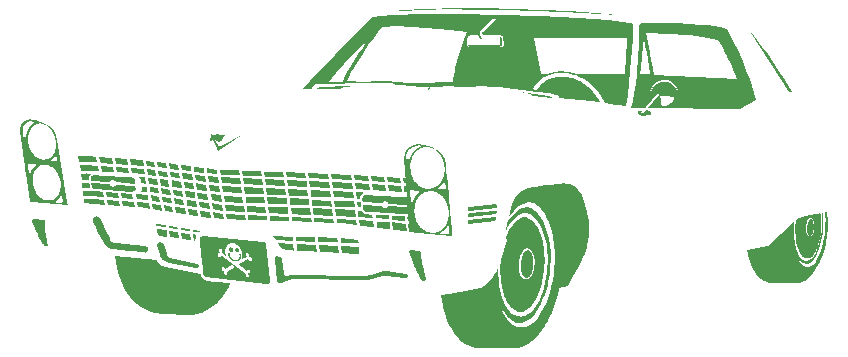
<source format=gbr>
%TF.GenerationSoftware,KiCad,Pcbnew,7.0.8*%
%TF.CreationDate,2024-05-12T07:31:28-04:00*%
%TF.ProjectId,Caddy_SAO,43616464-795f-4534-914f-2e6b69636164,rev?*%
%TF.SameCoordinates,Original*%
%TF.FileFunction,Other,User*%
%FSLAX46Y46*%
G04 Gerber Fmt 4.6, Leading zero omitted, Abs format (unit mm)*
G04 Created by KiCad (PCBNEW 7.0.8) date 2024-05-12 07:31:28*
%MOMM*%
%LPD*%
G01*
G04 APERTURE LIST*
%ADD10C,0.000000*%
G04 APERTURE END LIST*
D10*
G36*
X181273748Y-147095829D02*
G01*
X181353123Y-147598537D01*
X180321247Y-147519165D01*
X180215414Y-146989998D01*
X181273748Y-147095829D01*
G37*
G36*
X199741665Y-149900417D02*
G01*
X199821041Y-150456039D01*
X198154163Y-150376663D01*
X198101250Y-149821041D01*
X199741665Y-149900417D01*
G37*
G36*
X198127705Y-152175831D02*
G01*
X198180618Y-152546246D01*
X196566662Y-152466869D01*
X196513744Y-152096455D01*
X198127705Y-152175831D01*
G37*
G36*
X183840206Y-147281040D02*
G01*
X183893124Y-147307499D01*
X183972496Y-147783749D01*
X182887707Y-147704372D01*
X182808331Y-147201664D01*
X183840206Y-147281040D01*
G37*
G36*
X191354374Y-154689377D02*
G01*
X191371497Y-154690439D01*
X191388106Y-154693537D01*
X191404153Y-154698533D01*
X191419589Y-154705293D01*
X191434367Y-154713681D01*
X191448437Y-154723561D01*
X191461752Y-154734797D01*
X191474262Y-154747254D01*
X191485920Y-154760797D01*
X191496677Y-154775288D01*
X191506484Y-154790594D01*
X191515293Y-154806578D01*
X191523056Y-154823105D01*
X191529723Y-154840039D01*
X191535248Y-154857244D01*
X191539580Y-154874584D01*
X191542673Y-154891925D01*
X191544476Y-154909130D01*
X191544943Y-154926063D01*
X191544024Y-154942590D01*
X191541671Y-154958574D01*
X191537836Y-154973880D01*
X191532469Y-154988372D01*
X191525524Y-155001914D01*
X191516950Y-155014371D01*
X191506700Y-155025608D01*
X191494726Y-155035488D01*
X191480978Y-155043875D01*
X191465409Y-155050635D01*
X191447970Y-155055632D01*
X191428612Y-155058729D01*
X191407288Y-155059792D01*
X191387837Y-155058654D01*
X191369196Y-155055341D01*
X191351397Y-155050003D01*
X191334476Y-155042790D01*
X191318465Y-155033852D01*
X191303399Y-155023340D01*
X191289311Y-155011404D01*
X191276236Y-154998193D01*
X191264208Y-154983858D01*
X191253260Y-154968550D01*
X191243426Y-154952418D01*
X191234740Y-154935613D01*
X191227237Y-154918284D01*
X191220949Y-154900582D01*
X191215911Y-154882658D01*
X191212158Y-154864661D01*
X191209722Y-154846741D01*
X191208637Y-154829049D01*
X191208939Y-154811735D01*
X191210659Y-154794949D01*
X191213834Y-154778842D01*
X191218495Y-154763562D01*
X191224678Y-154749262D01*
X191232416Y-154736090D01*
X191241743Y-154724198D01*
X191252693Y-154713734D01*
X191265299Y-154704850D01*
X191279597Y-154697695D01*
X191295619Y-154692421D01*
X191313400Y-154689176D01*
X191332974Y-154688111D01*
X191354374Y-154689377D01*
G37*
G36*
X185297408Y-154262898D02*
G01*
X185309555Y-154264017D01*
X185321877Y-154266037D01*
X185536849Y-154295803D01*
X185564825Y-154302838D01*
X185578307Y-154307045D01*
X185591367Y-154311771D01*
X185603943Y-154317059D01*
X185615971Y-154322953D01*
X185627390Y-154329496D01*
X185638134Y-154336731D01*
X185648142Y-154344703D01*
X185657351Y-154353455D01*
X185665698Y-154363031D01*
X185673119Y-154373474D01*
X185679552Y-154384828D01*
X185684934Y-154397136D01*
X185689201Y-154410442D01*
X185692291Y-154424789D01*
X185827890Y-154861352D01*
X185926696Y-155183813D01*
X185983334Y-155377289D01*
X185989205Y-155392456D01*
X185996821Y-155408088D01*
X186006065Y-155424031D01*
X186016820Y-155440128D01*
X186028971Y-155456225D01*
X186042400Y-155472167D01*
X186056993Y-155487799D01*
X186072631Y-155502966D01*
X186089200Y-155517513D01*
X186106583Y-155531285D01*
X186124663Y-155544127D01*
X186143325Y-155555884D01*
X186162451Y-155566400D01*
X186181927Y-155575522D01*
X186201634Y-155583093D01*
X186211539Y-155586249D01*
X186221458Y-155588959D01*
X188496876Y-156065208D01*
X188515947Y-156071153D01*
X188533483Y-156078967D01*
X188549497Y-156088506D01*
X188564004Y-156099624D01*
X188577020Y-156112176D01*
X188588557Y-156126017D01*
X188598632Y-156141002D01*
X188607258Y-156156984D01*
X188614450Y-156173820D01*
X188620222Y-156191362D01*
X188624589Y-156209466D01*
X188627566Y-156227988D01*
X188629168Y-156246780D01*
X188629407Y-156265698D01*
X188628300Y-156284598D01*
X188625861Y-156303332D01*
X188622104Y-156321756D01*
X188617043Y-156339725D01*
X188610694Y-156357093D01*
X188603071Y-156373715D01*
X188594188Y-156389446D01*
X188584060Y-156404140D01*
X188572702Y-156417652D01*
X188560127Y-156429836D01*
X188546351Y-156440548D01*
X188531388Y-156449641D01*
X188515253Y-156456971D01*
X188497960Y-156462392D01*
X188479523Y-156465759D01*
X188459958Y-156466927D01*
X188439279Y-156465749D01*
X188417500Y-156462082D01*
X187857326Y-156354181D01*
X187170650Y-156214035D01*
X186538544Y-156078850D01*
X186299540Y-156024745D01*
X186142082Y-155985832D01*
X186072409Y-155963863D01*
X186002659Y-155937824D01*
X185933373Y-155907988D01*
X185865096Y-155874624D01*
X185798368Y-155838005D01*
X185733734Y-155798401D01*
X185671735Y-155756085D01*
X185612915Y-155711327D01*
X185557815Y-155664398D01*
X185506978Y-155615570D01*
X185483328Y-155590529D01*
X185460947Y-155565114D01*
X185439904Y-155539361D01*
X185420265Y-155513302D01*
X185402099Y-155486972D01*
X185385474Y-155460404D01*
X185370457Y-155433633D01*
X185357116Y-155406693D01*
X185345520Y-155379617D01*
X185335735Y-155352438D01*
X185327830Y-155325192D01*
X185321873Y-155297913D01*
X185235884Y-154960569D01*
X185173047Y-154724922D01*
X185110210Y-154504158D01*
X185108115Y-154491761D01*
X185106775Y-154479392D01*
X185106171Y-154467082D01*
X185106284Y-154454859D01*
X185107095Y-154442753D01*
X185108584Y-154430791D01*
X185110732Y-154419004D01*
X185113519Y-154407421D01*
X185116927Y-154396070D01*
X185120935Y-154384981D01*
X185125525Y-154374182D01*
X185130676Y-154363703D01*
X185136370Y-154353573D01*
X185142587Y-154343821D01*
X185149309Y-154334476D01*
X185156514Y-154325567D01*
X185164185Y-154317123D01*
X185172301Y-154309173D01*
X185180844Y-154301746D01*
X185189793Y-154294871D01*
X185199131Y-154288578D01*
X185208836Y-154282896D01*
X185218890Y-154277852D01*
X185229274Y-154273478D01*
X185239967Y-154269801D01*
X185250952Y-154266851D01*
X185262207Y-154264656D01*
X185273715Y-154263246D01*
X185285455Y-154262650D01*
X185297408Y-154262898D01*
G37*
G36*
X185295414Y-150376663D02*
G01*
X185374790Y-150826458D01*
X184633953Y-150720623D01*
X184581039Y-150270832D01*
X185295414Y-150376663D01*
G37*
G36*
X213769538Y-151593899D02*
G01*
X213774482Y-151594347D01*
X213779397Y-151595076D01*
X213784269Y-151596072D01*
X213789082Y-151597319D01*
X213793822Y-151598804D01*
X213798476Y-151600512D01*
X213803027Y-151602428D01*
X213807462Y-151604538D01*
X213811767Y-151606827D01*
X213815926Y-151609281D01*
X213819925Y-151611885D01*
X213823750Y-151614625D01*
X213827385Y-151617485D01*
X213830818Y-151620453D01*
X213834032Y-151623512D01*
X213837014Y-151626649D01*
X213839748Y-151629849D01*
X213842222Y-151633098D01*
X213844418Y-151636380D01*
X213846325Y-151639682D01*
X213847926Y-151642988D01*
X213849207Y-151646285D01*
X213850154Y-151649558D01*
X213850752Y-151652791D01*
X213850987Y-151655972D01*
X213850844Y-151659085D01*
X213850309Y-151662115D01*
X213849366Y-151665049D01*
X213848002Y-151667871D01*
X213846203Y-151670567D01*
X213843952Y-151673122D01*
X213846432Y-151728520D01*
X213846858Y-151745664D01*
X213846742Y-151763351D01*
X213845850Y-151781192D01*
X213843951Y-151798801D01*
X213842551Y-151807398D01*
X213840811Y-151815790D01*
X213838704Y-151823931D01*
X213836199Y-151831771D01*
X213833268Y-151839263D01*
X213829881Y-151846357D01*
X213826010Y-151853006D01*
X213821626Y-151859160D01*
X213816699Y-151864772D01*
X213811200Y-151869793D01*
X213805101Y-151874174D01*
X213798372Y-151877868D01*
X213790984Y-151880824D01*
X213782908Y-151882997D01*
X213774115Y-151884335D01*
X213764576Y-151884792D01*
X211542076Y-152122913D01*
X211532168Y-152122603D01*
X211522337Y-152121673D01*
X211517474Y-152120975D01*
X211512661Y-152120123D01*
X211507905Y-152119115D01*
X211503217Y-152117952D01*
X211498607Y-152116635D01*
X211494083Y-152115162D01*
X211489657Y-152113534D01*
X211485337Y-152111751D01*
X211481134Y-152109813D01*
X211477056Y-152107720D01*
X211473114Y-152105472D01*
X211469318Y-152103069D01*
X211465676Y-152100511D01*
X211462200Y-152097798D01*
X211458897Y-152094930D01*
X211455779Y-152091907D01*
X211452854Y-152088729D01*
X211450133Y-152085396D01*
X211447625Y-152081907D01*
X211445340Y-152078264D01*
X211443288Y-152074466D01*
X211441477Y-152070513D01*
X211439919Y-152066404D01*
X211438622Y-152062141D01*
X211437597Y-152057723D01*
X211436852Y-152053149D01*
X211436398Y-152048421D01*
X211436245Y-152043537D01*
X211435683Y-152032143D01*
X211434230Y-152018113D01*
X211430044Y-151984008D01*
X211428010Y-151964862D01*
X211426479Y-151944941D01*
X211425801Y-151924710D01*
X211426324Y-151904634D01*
X211427146Y-151894799D01*
X211428398Y-151885178D01*
X211430125Y-151875828D01*
X211432371Y-151866807D01*
X211435178Y-151858174D01*
X211438592Y-151849987D01*
X211442654Y-151842303D01*
X211447409Y-151835182D01*
X211452900Y-151828680D01*
X211459172Y-151822857D01*
X211466267Y-151817770D01*
X211474229Y-151813478D01*
X211483102Y-151810038D01*
X211492929Y-151807509D01*
X211503754Y-151805949D01*
X211515621Y-151805416D01*
X213764580Y-151593746D01*
X213769538Y-151593899D01*
G37*
G36*
X188496872Y-151514370D02*
G01*
X188576248Y-152017082D01*
X187782497Y-151911247D01*
X187703121Y-151408539D01*
X188496872Y-151514370D01*
G37*
G36*
X206065205Y-152043537D02*
G01*
X206118122Y-152413956D01*
X205006870Y-152334583D01*
X204980415Y-151990623D01*
X205086246Y-151990623D01*
X206065205Y-152043537D01*
G37*
G36*
X189052498Y-147968956D02*
G01*
X189105415Y-148365833D01*
X188258751Y-148259995D01*
X188205830Y-147836666D01*
X189052498Y-147968956D01*
G37*
G36*
X200456039Y-154530621D02*
G01*
X200508953Y-155139164D01*
X199477081Y-155086246D01*
X198868538Y-155059788D01*
X198789162Y-154451244D01*
X200456039Y-154530621D01*
G37*
G36*
X213795998Y-151038273D02*
G01*
X213800948Y-151038721D01*
X213805878Y-151039450D01*
X213810779Y-151040446D01*
X213815642Y-151041694D01*
X213820456Y-151043179D01*
X213825212Y-151044886D01*
X213829900Y-151046803D01*
X213834510Y-151048913D01*
X213839034Y-151051202D01*
X213843460Y-151053656D01*
X213847780Y-151056260D01*
X213851984Y-151059000D01*
X213856061Y-151061861D01*
X213860003Y-151064828D01*
X213863800Y-151067888D01*
X213870919Y-151074225D01*
X213877339Y-151080756D01*
X213882985Y-151087364D01*
X213885493Y-151090661D01*
X213887778Y-151093933D01*
X213889831Y-151097167D01*
X213891641Y-151100348D01*
X213893200Y-151103460D01*
X213894496Y-151106490D01*
X213895522Y-151109424D01*
X213896266Y-151112245D01*
X213896720Y-151114941D01*
X213896873Y-151117496D01*
X213897145Y-151133251D01*
X213897804Y-151150517D01*
X213899353Y-151188189D01*
X213899780Y-151207897D01*
X213899663Y-151227721D01*
X213898771Y-151247313D01*
X213896872Y-151266324D01*
X213895472Y-151275502D01*
X213893732Y-151284404D01*
X213891625Y-151292986D01*
X213889120Y-151301205D01*
X213886189Y-151309018D01*
X213882803Y-151316379D01*
X213878932Y-151323246D01*
X213874547Y-151329576D01*
X213869620Y-151335324D01*
X213864122Y-151340448D01*
X213858022Y-151344902D01*
X213851293Y-151348645D01*
X213843905Y-151351632D01*
X213835829Y-151353819D01*
X213827036Y-151355164D01*
X213817497Y-151355621D01*
X211515621Y-151567287D01*
X211505713Y-151566977D01*
X211495882Y-151566047D01*
X211491020Y-151565350D01*
X211486206Y-151564497D01*
X211481450Y-151563489D01*
X211476762Y-151562326D01*
X211472152Y-151561009D01*
X211467629Y-151559536D01*
X211463202Y-151557908D01*
X211458882Y-151556125D01*
X211454679Y-151554187D01*
X211450601Y-151552094D01*
X211446660Y-151549846D01*
X211442863Y-151547443D01*
X211439221Y-151544885D01*
X211435745Y-151542172D01*
X211432442Y-151539304D01*
X211429324Y-151536281D01*
X211426399Y-151533103D01*
X211423678Y-151529770D01*
X211421170Y-151526282D01*
X211418885Y-151522638D01*
X211416833Y-151518840D01*
X211415022Y-151514887D01*
X211413464Y-151510778D01*
X211412167Y-151506515D01*
X211411142Y-151502097D01*
X211410397Y-151497523D01*
X211409943Y-151492795D01*
X211409790Y-151487911D01*
X211409228Y-151471859D01*
X211407775Y-151453753D01*
X211403589Y-151413083D01*
X211401554Y-151391373D01*
X211400023Y-151369313D01*
X211399345Y-151347331D01*
X211399868Y-151325853D01*
X211400689Y-151315437D01*
X211401942Y-151305306D01*
X211403669Y-151295514D01*
X211405914Y-151286114D01*
X211408722Y-151277161D01*
X211412135Y-151268706D01*
X211416197Y-151260803D01*
X211420952Y-151253507D01*
X211426444Y-151246869D01*
X211432715Y-151240943D01*
X211439810Y-151235782D01*
X211447773Y-151231441D01*
X211456646Y-151227971D01*
X211466473Y-151225427D01*
X211477299Y-151223861D01*
X211489166Y-151223328D01*
X213791039Y-151038120D01*
X213795998Y-151038273D01*
G37*
G36*
X199847496Y-150720627D02*
G01*
X199900414Y-151223331D01*
X199558522Y-151199767D01*
X199070282Y-151173721D01*
X198587003Y-151152637D01*
X198259995Y-151143955D01*
X198207081Y-150641251D01*
X199847496Y-150720627D01*
G37*
G36*
X188152912Y-149238956D02*
G01*
X188232288Y-149768124D01*
X187438541Y-149662289D01*
X187359165Y-149133121D01*
X188152912Y-149238956D01*
G37*
G36*
X226472397Y-143076417D02*
G01*
X226480939Y-143078251D01*
X226499975Y-143080828D01*
X226521259Y-143082243D01*
X226544365Y-143082844D01*
X226594336Y-143082999D01*
X226620348Y-143083251D01*
X226646477Y-143084085D01*
X226672295Y-143085849D01*
X226697377Y-143088891D01*
X226721297Y-143093562D01*
X226732687Y-143096616D01*
X226743627Y-143100208D01*
X226754063Y-143104382D01*
X226763942Y-143109181D01*
X226773211Y-143114648D01*
X226781816Y-143120827D01*
X226789704Y-143127762D01*
X226796821Y-143135497D01*
X226803116Y-143144074D01*
X226808533Y-143153538D01*
X226887909Y-143312290D01*
X226892562Y-143319729D01*
X226896610Y-143327153D01*
X226900067Y-143334548D01*
X226902947Y-143341900D01*
X226905265Y-143349193D01*
X226907036Y-143356414D01*
X226908274Y-143363548D01*
X226908993Y-143370580D01*
X226909209Y-143377496D01*
X226908935Y-143384280D01*
X226908187Y-143390920D01*
X226906978Y-143397400D01*
X226905323Y-143403705D01*
X226903238Y-143409821D01*
X226900735Y-143415734D01*
X226897831Y-143421429D01*
X226894539Y-143426892D01*
X226890874Y-143432107D01*
X226886850Y-143437060D01*
X226882483Y-143441738D01*
X226877786Y-143446125D01*
X226872774Y-143450207D01*
X226867462Y-143453968D01*
X226861864Y-143457396D01*
X226855994Y-143460475D01*
X226849868Y-143463190D01*
X226843500Y-143465528D01*
X226836904Y-143467473D01*
X226830094Y-143469011D01*
X226823086Y-143470128D01*
X226815894Y-143470809D01*
X226808533Y-143471039D01*
X226173538Y-143523956D01*
X226156407Y-143525900D01*
X226139736Y-143526791D01*
X226123521Y-143526666D01*
X226107756Y-143525557D01*
X226092436Y-143523499D01*
X226077558Y-143520525D01*
X226063115Y-143516669D01*
X226049104Y-143511966D01*
X226035519Y-143506448D01*
X226022355Y-143500151D01*
X226009608Y-143493107D01*
X225997273Y-143485352D01*
X225985345Y-143476918D01*
X225973818Y-143467840D01*
X225962689Y-143458151D01*
X225951953Y-143447886D01*
X225931638Y-143425763D01*
X225912834Y-143401740D01*
X225895503Y-143376089D01*
X225879606Y-143349082D01*
X225865104Y-143320989D01*
X225851958Y-143292083D01*
X225840131Y-143262634D01*
X225829582Y-143232914D01*
X225827257Y-143227879D01*
X225825241Y-143222708D01*
X225823536Y-143217420D01*
X225822141Y-143212036D01*
X225821055Y-143206575D01*
X225820280Y-143201055D01*
X225819815Y-143195496D01*
X225819660Y-143189919D01*
X225819815Y-143184341D01*
X225820280Y-143178782D01*
X225821055Y-143173262D01*
X225822140Y-143167801D01*
X225823535Y-143162417D01*
X225825241Y-143157129D01*
X225827256Y-143151958D01*
X225829581Y-143146923D01*
X225832217Y-143142043D01*
X225835162Y-143137337D01*
X225838417Y-143132825D01*
X225841983Y-143128526D01*
X225845858Y-143124460D01*
X225850044Y-143120645D01*
X225854539Y-143117102D01*
X225859345Y-143113850D01*
X225864461Y-143110907D01*
X225869886Y-143108294D01*
X225875622Y-143106030D01*
X225881668Y-143104134D01*
X225888023Y-143102626D01*
X225894689Y-143101525D01*
X225901665Y-143100850D01*
X225908951Y-143100620D01*
X226199997Y-143100620D01*
X226154112Y-143144856D01*
X226142156Y-143157175D01*
X226130703Y-143169919D01*
X226120103Y-143183052D01*
X226115232Y-143189751D01*
X226110704Y-143196533D01*
X226106565Y-143203393D01*
X226102856Y-143210325D01*
X226099622Y-143217324D01*
X226096906Y-143224387D01*
X226094753Y-143231508D01*
X226093204Y-143238682D01*
X226092305Y-143245905D01*
X226092099Y-143253171D01*
X226092629Y-143260477D01*
X226093939Y-143267815D01*
X226096073Y-143275184D01*
X226099074Y-143282576D01*
X226102985Y-143289987D01*
X226107851Y-143297414D01*
X226113715Y-143304849D01*
X226120621Y-143312290D01*
X226130468Y-143318966D01*
X226140180Y-143324149D01*
X226149776Y-143327899D01*
X226159275Y-143330273D01*
X226168696Y-143331329D01*
X226178059Y-143331125D01*
X226187384Y-143329720D01*
X226196688Y-143327172D01*
X226205993Y-143323538D01*
X226215317Y-143318877D01*
X226224680Y-143313248D01*
X226234102Y-143306707D01*
X226253196Y-143291127D01*
X226272755Y-143272601D01*
X226292934Y-143251594D01*
X226313888Y-143228572D01*
X226358743Y-143178342D01*
X226382953Y-143152065D01*
X226408559Y-143125632D01*
X226435715Y-143099509D01*
X226464577Y-143074162D01*
X226472397Y-143076417D01*
G37*
G36*
X186300831Y-150508953D02*
G01*
X186353748Y-150958748D01*
X185612915Y-150852913D01*
X185559998Y-150403122D01*
X186300831Y-150508953D01*
G37*
G36*
X185956871Y-148259995D02*
G01*
X186036247Y-148709789D01*
X185295414Y-148630413D01*
X185216042Y-148180626D01*
X185956871Y-148259995D01*
G37*
G36*
X189608124Y-151673122D02*
G01*
X189687496Y-152175831D01*
X188840832Y-152070000D01*
X188761456Y-151567287D01*
X189608124Y-151673122D01*
G37*
G36*
X180109581Y-147757290D02*
G01*
X180188957Y-148233540D01*
X179157082Y-148180626D01*
X178627914Y-148180626D01*
X178574999Y-147704372D01*
X179130623Y-147677914D01*
X180109581Y-147757290D01*
G37*
G36*
X190375416Y-149477081D02*
G01*
X190454788Y-150032707D01*
X189608124Y-149926872D01*
X189502289Y-149397705D01*
X190375416Y-149477081D01*
G37*
G36*
X197836666Y-149821041D02*
G01*
X197916042Y-150350208D01*
X196275620Y-150297291D01*
X196222706Y-149741665D01*
X197836666Y-149821041D01*
G37*
G36*
X181379581Y-147836666D02*
G01*
X181485415Y-148312916D01*
X180453539Y-148259995D01*
X180374166Y-147757290D01*
X181379581Y-147836666D01*
G37*
G36*
X188443958Y-153631039D02*
G01*
X188439004Y-153641257D01*
X188434088Y-153652018D01*
X188424528Y-153674859D01*
X188415587Y-153698940D01*
X188411447Y-153711252D01*
X188407578Y-153723641D01*
X188404018Y-153736030D01*
X188400808Y-153748342D01*
X188397985Y-153760499D01*
X188395588Y-153772424D01*
X188393657Y-153784038D01*
X188392229Y-153795265D01*
X188391344Y-153806027D01*
X188391041Y-153816246D01*
X188338120Y-154133747D01*
X188205830Y-154107288D01*
X188152912Y-153578121D01*
X188443958Y-153631039D01*
G37*
G36*
X193894371Y-148233540D02*
G01*
X193947292Y-148656872D01*
X192359791Y-148603954D01*
X192280415Y-148180626D01*
X193894371Y-148233540D01*
G37*
G36*
X179524089Y-150563213D02*
G01*
X179765625Y-150575099D01*
X180638750Y-150641247D01*
X180691666Y-151064579D01*
X178918957Y-150932289D01*
X178892500Y-150588329D01*
X178981293Y-150575552D01*
X179078225Y-150566728D01*
X179182133Y-150561470D01*
X179291855Y-150559390D01*
X179524089Y-150563213D01*
G37*
G36*
X184316456Y-150244370D02*
G01*
X184369373Y-150694164D01*
X183363956Y-150614788D01*
X183284584Y-150191456D01*
X184316456Y-150244370D01*
G37*
G36*
X240475278Y-152298025D02*
G01*
X240513954Y-152308121D01*
X240540233Y-152323707D01*
X240564501Y-152345373D01*
X240586763Y-152372688D01*
X240607025Y-152405221D01*
X240625290Y-152442541D01*
X240641564Y-152484215D01*
X240655852Y-152529814D01*
X240668158Y-152578906D01*
X240686845Y-152685844D01*
X240697665Y-152801579D01*
X240700655Y-152922663D01*
X240695855Y-153045647D01*
X240683304Y-153167080D01*
X240663040Y-153283513D01*
X240650027Y-153338777D01*
X240635102Y-153391497D01*
X240618267Y-153441243D01*
X240599528Y-153487582D01*
X240578891Y-153530085D01*
X240556359Y-153568320D01*
X240531938Y-153601856D01*
X240505632Y-153630261D01*
X240477446Y-153653104D01*
X240447386Y-153669955D01*
X240415456Y-153680381D01*
X240381660Y-153683952D01*
X240348249Y-153677227D01*
X240317453Y-153662397D01*
X240289254Y-153640039D01*
X240263632Y-153610728D01*
X240240569Y-153575041D01*
X240220043Y-153533556D01*
X240202038Y-153486848D01*
X240186532Y-153435493D01*
X240173506Y-153380070D01*
X240162942Y-153321153D01*
X240149118Y-153195146D01*
X240144907Y-153062086D01*
X240150152Y-152926584D01*
X240164699Y-152793252D01*
X240188393Y-152666703D01*
X240203621Y-152607413D01*
X240221078Y-152551548D01*
X240240745Y-152499685D01*
X240262600Y-152452401D01*
X240286627Y-152410270D01*
X240312804Y-152373872D01*
X240341113Y-152343781D01*
X240371534Y-152320574D01*
X240404048Y-152304828D01*
X240438636Y-152297120D01*
X240475278Y-152298025D01*
G37*
G36*
X216359877Y-152147562D02*
G01*
X216498436Y-152184946D01*
X216633904Y-152245134D01*
X216765709Y-152327268D01*
X216893280Y-152430490D01*
X217016045Y-152553945D01*
X217133433Y-152696773D01*
X217244871Y-152858117D01*
X217349789Y-153037120D01*
X217447614Y-153232924D01*
X217537775Y-153444673D01*
X217619699Y-153671507D01*
X217692817Y-153912570D01*
X217756555Y-154167005D01*
X217810342Y-154433953D01*
X217853606Y-154712558D01*
X217885777Y-155001961D01*
X217906281Y-155301306D01*
X217914548Y-155609734D01*
X217910006Y-155926389D01*
X217892082Y-156250412D01*
X217874862Y-156517376D01*
X217848267Y-156781878D01*
X217812690Y-157043009D01*
X217768523Y-157299856D01*
X217716160Y-157551511D01*
X217655991Y-157797061D01*
X217588411Y-158035596D01*
X217513810Y-158266205D01*
X217432582Y-158487978D01*
X217345119Y-158700003D01*
X217251813Y-158901370D01*
X217153057Y-159091168D01*
X217049243Y-159268486D01*
X216940763Y-159432413D01*
X216828011Y-159582039D01*
X216711378Y-159716453D01*
X216591257Y-159834744D01*
X216468040Y-159936001D01*
X216342120Y-160019313D01*
X216213889Y-160083769D01*
X216083739Y-160128460D01*
X215952064Y-160152474D01*
X215819254Y-160154899D01*
X215685704Y-160134826D01*
X215551804Y-160091344D01*
X215417948Y-160023541D01*
X215284528Y-159930508D01*
X215151937Y-159811332D01*
X215020566Y-159665104D01*
X214890809Y-159490913D01*
X214763057Y-159287847D01*
X214637703Y-159054996D01*
X214575097Y-158912118D01*
X214516367Y-158761527D01*
X214461668Y-158603572D01*
X214411154Y-158438602D01*
X214364982Y-158266965D01*
X214323304Y-158089011D01*
X214286278Y-157905089D01*
X214254058Y-157715546D01*
X214226798Y-157520733D01*
X214204655Y-157320997D01*
X214187783Y-157116687D01*
X214176336Y-156908154D01*
X214170471Y-156695744D01*
X214170342Y-156479808D01*
X214176104Y-156260693D01*
X214177655Y-156231527D01*
X215715810Y-156231527D01*
X215717122Y-156295063D01*
X215720138Y-156357979D01*
X215724822Y-156420119D01*
X215731133Y-156481330D01*
X215739033Y-156541455D01*
X215748483Y-156600340D01*
X215759445Y-156657830D01*
X215771880Y-156713770D01*
X215785749Y-156768005D01*
X215801013Y-156820379D01*
X215817634Y-156870738D01*
X215835572Y-156918927D01*
X215854790Y-156964790D01*
X215875470Y-157015254D01*
X215897759Y-157062471D01*
X215921560Y-157106452D01*
X215946775Y-157147207D01*
X215973308Y-157184745D01*
X216001061Y-157219076D01*
X216029939Y-157250209D01*
X216059844Y-157278155D01*
X216090678Y-157302922D01*
X216122347Y-157324521D01*
X216154751Y-157342961D01*
X216187795Y-157358253D01*
X216221381Y-157370404D01*
X216255414Y-157379427D01*
X216289795Y-157385329D01*
X216324428Y-157388121D01*
X216359216Y-157387813D01*
X216394062Y-157384413D01*
X216428869Y-157377933D01*
X216463540Y-157368381D01*
X216497979Y-157355767D01*
X216532089Y-157340101D01*
X216565772Y-157321392D01*
X216598932Y-157299651D01*
X216631472Y-157274886D01*
X216663295Y-157247109D01*
X216694304Y-157216327D01*
X216724402Y-157182552D01*
X216753492Y-157145792D01*
X216781478Y-157106058D01*
X216808262Y-157063359D01*
X216833748Y-157017704D01*
X216857933Y-156972139D01*
X216880877Y-156924791D01*
X216902581Y-156875738D01*
X216923045Y-156825056D01*
X216942268Y-156772825D01*
X216960251Y-156719120D01*
X216976994Y-156664020D01*
X216992496Y-156607603D01*
X217006759Y-156549945D01*
X217019781Y-156491124D01*
X217031562Y-156431218D01*
X217042104Y-156370304D01*
X217051405Y-156308460D01*
X217059467Y-156245763D01*
X217071869Y-156118122D01*
X217077760Y-155968311D01*
X217075900Y-155826551D01*
X217066753Y-155692989D01*
X217050786Y-155567769D01*
X217028462Y-155451036D01*
X217000246Y-155342937D01*
X216966605Y-155243617D01*
X216928003Y-155153221D01*
X216884905Y-155071893D01*
X216837776Y-154999780D01*
X216787082Y-154937028D01*
X216733287Y-154883780D01*
X216676856Y-154840183D01*
X216618256Y-154806382D01*
X216557949Y-154782522D01*
X216496403Y-154768748D01*
X216434081Y-154765207D01*
X216371449Y-154772043D01*
X216308973Y-154789401D01*
X216247116Y-154817428D01*
X216186345Y-154856267D01*
X216127123Y-154906066D01*
X216069918Y-154966968D01*
X216015192Y-155039120D01*
X215963412Y-155122666D01*
X215915043Y-155217753D01*
X215870550Y-155324524D01*
X215830397Y-155443127D01*
X215795050Y-155573705D01*
X215764974Y-155716405D01*
X215740635Y-155871371D01*
X215722496Y-156038750D01*
X215718459Y-156103216D01*
X215716243Y-156167526D01*
X215715810Y-156231527D01*
X214177655Y-156231527D01*
X214187912Y-156038750D01*
X214240837Y-155721241D01*
X214743538Y-154027908D01*
X214664169Y-153789787D01*
X214795229Y-153486640D01*
X214930057Y-153216586D01*
X215068083Y-152978769D01*
X215208735Y-152772330D01*
X215351441Y-152596413D01*
X215495629Y-152450160D01*
X215640728Y-152332713D01*
X215786166Y-152243215D01*
X215931372Y-152180809D01*
X216075773Y-152144636D01*
X216218799Y-152133840D01*
X216359877Y-152147562D01*
G37*
G36*
X187226871Y-149900417D02*
G01*
X187306248Y-150376663D01*
X186512497Y-150270832D01*
X186433121Y-149821041D01*
X187226871Y-149900417D01*
G37*
G36*
X241866598Y-151981828D02*
G01*
X241886080Y-152292358D01*
X241895020Y-152604051D01*
X241893107Y-152916248D01*
X241880033Y-153228290D01*
X241855486Y-153539518D01*
X241819156Y-153849273D01*
X241770735Y-154156897D01*
X241709911Y-154461729D01*
X241636374Y-154763113D01*
X241549816Y-155060388D01*
X241449924Y-155352896D01*
X241336391Y-155639978D01*
X241208905Y-155920975D01*
X241067156Y-156195228D01*
X240910835Y-156462078D01*
X240833954Y-156580695D01*
X240752189Y-156697878D01*
X240665618Y-156812813D01*
X240574319Y-156924686D01*
X240478369Y-157032684D01*
X240377845Y-157135991D01*
X240272826Y-157233795D01*
X240163388Y-157325282D01*
X240049610Y-157409637D01*
X239931568Y-157486047D01*
X239809340Y-157553698D01*
X239683005Y-157611776D01*
X239618321Y-157636971D01*
X239552638Y-157659467D01*
X239485968Y-157679163D01*
X239418319Y-157695957D01*
X239349701Y-157709747D01*
X239280124Y-157720432D01*
X239209597Y-157727910D01*
X239138130Y-157732079D01*
X237206665Y-157732079D01*
X237077816Y-157711341D01*
X236954121Y-157684000D01*
X236835465Y-157650274D01*
X236721731Y-157610381D01*
X236612803Y-157564538D01*
X236508565Y-157512964D01*
X236408900Y-157455877D01*
X236313693Y-157393495D01*
X236222826Y-157326035D01*
X236136184Y-157253717D01*
X236053650Y-157176757D01*
X235975108Y-157095374D01*
X235900442Y-157009785D01*
X235829535Y-156920210D01*
X235698535Y-156729970D01*
X235581178Y-156526397D01*
X235476533Y-156311235D01*
X235383671Y-156086230D01*
X235301660Y-155853124D01*
X235229572Y-155613662D01*
X235166476Y-155369588D01*
X235111441Y-155122646D01*
X235063538Y-154874580D01*
X236809799Y-154530624D01*
X236889168Y-154504166D01*
X239058754Y-152519791D01*
X239031089Y-152783075D01*
X239017260Y-153054693D01*
X239016841Y-153331194D01*
X239029405Y-153609129D01*
X239054528Y-153885048D01*
X239091781Y-154155503D01*
X239140738Y-154417044D01*
X239200974Y-154666221D01*
X239235189Y-154785095D01*
X239272062Y-154899585D01*
X239311543Y-155009259D01*
X239353576Y-155113687D01*
X239398109Y-155212436D01*
X239445089Y-155305076D01*
X239494462Y-155391177D01*
X239546175Y-155470305D01*
X239600174Y-155542031D01*
X239656407Y-155605924D01*
X239714820Y-155661551D01*
X239775359Y-155708482D01*
X239837973Y-155746286D01*
X239902606Y-155774531D01*
X239969206Y-155792786D01*
X240037720Y-155800621D01*
X240133052Y-155799898D01*
X240225530Y-155783361D01*
X240315092Y-155751787D01*
X240401675Y-155705950D01*
X240485215Y-155646626D01*
X240565649Y-155574589D01*
X240642916Y-155490615D01*
X240716951Y-155395478D01*
X240855075Y-155174820D01*
X240979518Y-154918815D01*
X241089776Y-154633665D01*
X241185345Y-154325570D01*
X241265721Y-154000732D01*
X241330401Y-153665351D01*
X241378880Y-153325630D01*
X241410655Y-152987770D01*
X241425221Y-152657970D01*
X241422076Y-152342434D01*
X241400715Y-152047361D01*
X241360634Y-151778954D01*
X241466461Y-151752495D01*
X241501285Y-152046262D01*
X241516847Y-152367548D01*
X241513727Y-152709762D01*
X241492508Y-153066316D01*
X241453770Y-153430622D01*
X241398096Y-153796091D01*
X241326066Y-154156133D01*
X241238261Y-154504161D01*
X241135264Y-154833586D01*
X241078250Y-154989263D01*
X241017655Y-155137818D01*
X240953553Y-155278428D01*
X240886016Y-155410269D01*
X240815117Y-155532518D01*
X240740929Y-155644351D01*
X240663524Y-155744944D01*
X240582974Y-155833474D01*
X240499353Y-155909117D01*
X240412733Y-155971049D01*
X240323188Y-156018448D01*
X240230788Y-156050489D01*
X240135608Y-156066349D01*
X240037720Y-156065205D01*
X239998343Y-156058855D01*
X239959590Y-156049753D01*
X239921468Y-156037939D01*
X239883981Y-156023450D01*
X239810929Y-155986604D01*
X239740475Y-155939527D01*
X239672656Y-155882528D01*
X239607511Y-155815917D01*
X239545080Y-155740004D01*
X239485400Y-155655100D01*
X239428511Y-155561514D01*
X239374451Y-155459556D01*
X239323259Y-155349538D01*
X239274974Y-155231767D01*
X239229633Y-155106555D01*
X239187277Y-154974213D01*
X239147944Y-154835048D01*
X239111671Y-154689373D01*
X239102938Y-154672009D01*
X239099405Y-154665188D01*
X239096375Y-154659607D01*
X239093811Y-154655266D01*
X239091672Y-154652165D01*
X239090751Y-154651080D01*
X239089922Y-154650305D01*
X239089180Y-154649840D01*
X239088520Y-154649685D01*
X239087938Y-154649840D01*
X239087428Y-154650305D01*
X239086987Y-154651080D01*
X239086608Y-154652165D01*
X239086287Y-154653561D01*
X239086020Y-154655266D01*
X239085626Y-154659607D01*
X239085387Y-154665188D01*
X239085264Y-154672009D01*
X239085213Y-154689373D01*
X239122090Y-154864181D01*
X239163191Y-155031160D01*
X239208401Y-155189922D01*
X239257603Y-155340080D01*
X239283665Y-155411812D01*
X239310682Y-155481247D01*
X239338638Y-155548338D01*
X239367519Y-155613035D01*
X239397312Y-155675290D01*
X239428000Y-155735056D01*
X239459571Y-155792283D01*
X239492008Y-155846922D01*
X239525298Y-155898927D01*
X239559427Y-155948247D01*
X239594379Y-155994835D01*
X239630140Y-156038642D01*
X239666696Y-156079620D01*
X239704031Y-156117720D01*
X239742132Y-156152894D01*
X239780984Y-156185093D01*
X239820572Y-156214270D01*
X239860883Y-156240375D01*
X239901900Y-156263359D01*
X239943610Y-156283176D01*
X239985999Y-156299775D01*
X240029051Y-156313109D01*
X240072752Y-156323130D01*
X240117088Y-156329788D01*
X240219936Y-156330398D01*
X240320066Y-156312961D01*
X240417396Y-156278345D01*
X240511843Y-156227417D01*
X240603325Y-156161044D01*
X240691760Y-156080093D01*
X240777065Y-155985432D01*
X240859159Y-155877928D01*
X241013380Y-155627860D01*
X241153765Y-155336824D01*
X241279655Y-155011760D01*
X241390391Y-154659605D01*
X241485314Y-154287295D01*
X241563765Y-153901770D01*
X241625086Y-153509965D01*
X241668616Y-153118820D01*
X241693699Y-152735271D01*
X241699673Y-152366256D01*
X241685882Y-152018712D01*
X241651665Y-151699577D01*
X241836884Y-151673119D01*
X241866598Y-151981828D01*
G37*
G36*
X199582912Y-148471664D02*
G01*
X199635834Y-148894997D01*
X197968956Y-148815624D01*
X197916042Y-148392288D01*
X199582912Y-148471664D01*
G37*
G36*
X190322502Y-146196251D02*
G01*
X190375416Y-146169788D01*
X190534164Y-146116875D01*
X192280415Y-145190830D01*
X191888086Y-145450041D01*
X191284918Y-145855598D01*
X190269581Y-146540207D01*
X190140597Y-146241313D01*
X189952082Y-145796070D01*
X189763566Y-145345865D01*
X189634583Y-145032085D01*
X190322502Y-146196251D01*
G37*
G36*
X228189157Y-135659264D02*
G01*
X229133543Y-135682364D01*
X230156064Y-135736468D01*
X231219204Y-135829951D01*
X231754281Y-135894074D01*
X232285444Y-135971182D01*
X232808003Y-136062319D01*
X233317268Y-136168533D01*
X233594668Y-136664627D01*
X233896304Y-137240096D01*
X234266462Y-137994159D01*
X234675068Y-138897050D01*
X235092045Y-139919003D01*
X235294274Y-140465327D01*
X235487318Y-141030253D01*
X235667417Y-141610063D01*
X235830811Y-142201035D01*
X234428520Y-142968327D01*
X226596855Y-142915409D01*
X226643364Y-142867712D01*
X226701035Y-142806683D01*
X226834980Y-142660749D01*
X226903813Y-142583906D01*
X226968925Y-142509853D01*
X227026596Y-142442622D01*
X227073105Y-142386242D01*
X227114082Y-142427014D01*
X227157851Y-142469337D01*
X227204721Y-142512280D01*
X227229416Y-142533693D01*
X227255002Y-142554913D01*
X227281519Y-142575823D01*
X227309004Y-142596306D01*
X227337498Y-142616247D01*
X227367037Y-142635529D01*
X227397663Y-142654036D01*
X227429412Y-142671651D01*
X227462324Y-142688259D01*
X227496437Y-142703743D01*
X227446879Y-142663953D01*
X227397630Y-142623542D01*
X227349002Y-142581891D01*
X227325018Y-142560407D01*
X227301305Y-142538380D01*
X227277902Y-142515732D01*
X227254848Y-142492388D01*
X227232182Y-142468268D01*
X227209942Y-142443295D01*
X227188167Y-142417392D01*
X227166897Y-142390482D01*
X227146169Y-142362486D01*
X227126022Y-142333328D01*
X227127464Y-142329406D01*
X227131662Y-142322722D01*
X227147571Y-142301806D01*
X227204157Y-142234937D01*
X227374068Y-142042287D01*
X227420215Y-141989372D01*
X227708115Y-141989372D01*
X227729613Y-142153083D01*
X227743464Y-142247961D01*
X227761035Y-142346560D01*
X227771603Y-142396091D01*
X227783567Y-142445158D01*
X227797080Y-142493295D01*
X227812299Y-142540036D01*
X227829378Y-142584917D01*
X227848472Y-142627473D01*
X227869736Y-142667238D01*
X227893326Y-142703747D01*
X227898293Y-142708404D01*
X227903299Y-142712480D01*
X227908383Y-142716014D01*
X227913582Y-142719043D01*
X227918937Y-142721608D01*
X227924485Y-142723746D01*
X227930266Y-142725496D01*
X227936318Y-142726898D01*
X227942681Y-142727990D01*
X227949392Y-142728810D01*
X227956491Y-142729398D01*
X227964017Y-142729792D01*
X227980503Y-142730154D01*
X227999161Y-142730206D01*
X228062743Y-142719593D01*
X228124581Y-142707314D01*
X228184791Y-142692941D01*
X228243489Y-142676050D01*
X228300792Y-142656212D01*
X228356816Y-142633003D01*
X228411677Y-142605995D01*
X228465491Y-142574763D01*
X228492042Y-142557429D01*
X228518375Y-142538880D01*
X228544505Y-142519061D01*
X228570445Y-142497919D01*
X228596212Y-142475402D01*
X228621818Y-142451455D01*
X228647279Y-142426026D01*
X228672609Y-142399062D01*
X228697823Y-142370508D01*
X228722935Y-142340312D01*
X228747959Y-142308420D01*
X228772911Y-142274779D01*
X228822656Y-142202038D01*
X228872284Y-142121662D01*
X228876861Y-142114072D01*
X228880681Y-142106205D01*
X228883766Y-142098096D01*
X228886133Y-142089779D01*
X228887803Y-142081287D01*
X228888794Y-142072655D01*
X228889127Y-142063916D01*
X228888820Y-142055104D01*
X228887892Y-142046254D01*
X228886364Y-142037399D01*
X228884255Y-142028572D01*
X228881584Y-142019809D01*
X228878370Y-142011143D01*
X228874633Y-142002607D01*
X228870392Y-141994237D01*
X228865666Y-141986064D01*
X228860476Y-141978125D01*
X228854840Y-141970452D01*
X228848777Y-141963079D01*
X228842308Y-141956040D01*
X228835451Y-141949370D01*
X228828226Y-141943102D01*
X228820652Y-141937269D01*
X228812749Y-141931907D01*
X228804535Y-141927049D01*
X228796031Y-141922728D01*
X228787256Y-141918979D01*
X228778229Y-141915836D01*
X228768970Y-141913332D01*
X228759497Y-141911501D01*
X228749831Y-141910378D01*
X228739990Y-141909996D01*
X228646044Y-141908756D01*
X228544036Y-141905035D01*
X228435826Y-141898834D01*
X228323276Y-141890152D01*
X228208244Y-141878990D01*
X228092592Y-141865347D01*
X227978179Y-141849224D01*
X227866867Y-141830620D01*
X227852003Y-141831240D01*
X227837256Y-141833100D01*
X227829962Y-141834496D01*
X227822741Y-141836201D01*
X227815607Y-141838217D01*
X227808575Y-141840542D01*
X227801659Y-141843178D01*
X227794874Y-141846124D01*
X227788235Y-141849380D01*
X227781755Y-141852945D01*
X227775449Y-141856821D01*
X227769333Y-141861007D01*
X227763420Y-141865503D01*
X227757725Y-141870309D01*
X227752262Y-141875425D01*
X227747047Y-141880852D01*
X227742093Y-141886588D01*
X227737416Y-141892634D01*
X227733029Y-141898990D01*
X227728947Y-141905657D01*
X227725185Y-141912633D01*
X227721757Y-141919920D01*
X227718679Y-141927516D01*
X227715963Y-141935423D01*
X227713626Y-141943639D01*
X227711680Y-141952166D01*
X227710142Y-141961002D01*
X227709025Y-141970149D01*
X227708345Y-141979606D01*
X227708115Y-141989372D01*
X227420215Y-141989372D01*
X227463209Y-141940071D01*
X227539017Y-141849637D01*
X227568142Y-141812521D01*
X227589400Y-141782767D01*
X227601278Y-141761851D01*
X227603227Y-141755167D01*
X227602264Y-141751244D01*
X227601959Y-141743958D01*
X227601063Y-141736987D01*
X227599605Y-141730336D01*
X227597614Y-141724010D01*
X227595119Y-141718013D01*
X227592149Y-141712350D01*
X227588734Y-141707027D01*
X227584902Y-141702047D01*
X227580683Y-141697417D01*
X227576105Y-141693140D01*
X227571197Y-141689221D01*
X227565989Y-141685666D01*
X227560510Y-141682480D01*
X227554789Y-141679666D01*
X227548855Y-141677230D01*
X227542736Y-141675177D01*
X227536462Y-141673511D01*
X227530063Y-141672238D01*
X227523566Y-141671362D01*
X227517002Y-141670888D01*
X227510399Y-141670821D01*
X227503786Y-141671166D01*
X227497193Y-141671928D01*
X227490648Y-141673111D01*
X227484181Y-141674720D01*
X227477820Y-141676761D01*
X227471594Y-141679237D01*
X227465534Y-141682155D01*
X227459667Y-141685518D01*
X227454023Y-141689332D01*
X227448631Y-141693601D01*
X227443520Y-141698330D01*
X227020180Y-142174580D01*
X226940811Y-141909996D01*
X226932275Y-141860323D01*
X226926471Y-141810577D01*
X226923341Y-141760841D01*
X226922827Y-141711197D01*
X226924871Y-141661727D01*
X226929416Y-141612514D01*
X226936401Y-141563640D01*
X226945771Y-141515188D01*
X226957466Y-141467239D01*
X226971428Y-141419877D01*
X226987599Y-141373183D01*
X227005922Y-141327240D01*
X227026337Y-141282131D01*
X227048787Y-141237937D01*
X227073214Y-141194741D01*
X227099559Y-141152626D01*
X227127764Y-141111673D01*
X227157772Y-141071965D01*
X227189524Y-141033585D01*
X227222962Y-140996614D01*
X227258027Y-140961136D01*
X227294663Y-140927232D01*
X227332809Y-140894986D01*
X227372410Y-140864478D01*
X227413405Y-140835792D01*
X227455738Y-140809010D01*
X227499350Y-140784214D01*
X227544182Y-140761487D01*
X227590177Y-140740911D01*
X227637277Y-140722569D01*
X227685423Y-140706542D01*
X227734558Y-140692913D01*
X227761017Y-140692913D01*
X227781158Y-140688255D01*
X227801842Y-140684178D01*
X227822991Y-140680644D01*
X227844527Y-140677614D01*
X227888452Y-140672911D01*
X227932998Y-140669758D01*
X227977543Y-140667846D01*
X228021467Y-140666864D01*
X228104973Y-140666451D01*
X228343117Y-140666451D01*
X228528328Y-140745827D01*
X228567601Y-140765671D01*
X228586462Y-140775593D01*
X228604393Y-140785515D01*
X228612913Y-140790476D01*
X228621083Y-140795437D01*
X228628867Y-140800398D01*
X228636224Y-140805359D01*
X228643116Y-140810320D01*
X228649504Y-140815281D01*
X228655349Y-140820242D01*
X228660614Y-140825203D01*
X228670537Y-140830468D01*
X228680460Y-140836314D01*
X228690383Y-140842702D01*
X228700305Y-140849595D01*
X228710228Y-140856952D01*
X228720150Y-140864736D01*
X228730071Y-140872907D01*
X228739993Y-140881427D01*
X228759836Y-140899359D01*
X228779679Y-140918220D01*
X228799523Y-140937702D01*
X228819366Y-140957493D01*
X228845833Y-140983955D01*
X228898750Y-141063332D01*
X228925209Y-141089790D01*
X228951668Y-141116249D01*
X228978127Y-141142712D01*
X228978430Y-141152336D01*
X228979315Y-141161418D01*
X228980743Y-141170035D01*
X228982674Y-141178264D01*
X228985071Y-141186183D01*
X228987894Y-141193870D01*
X228991105Y-141201402D01*
X228994664Y-141208857D01*
X228998534Y-141216311D01*
X229002675Y-141223843D01*
X229011617Y-141239449D01*
X229021179Y-141256295D01*
X229026096Y-141265377D01*
X229031052Y-141275002D01*
X229031052Y-141301460D01*
X229033455Y-141301536D01*
X229035709Y-141301757D01*
X229037817Y-141302114D01*
X229039785Y-141302597D01*
X229041617Y-141303197D01*
X229043319Y-141303902D01*
X229044894Y-141304705D01*
X229046348Y-141305595D01*
X229047686Y-141306563D01*
X229048913Y-141307598D01*
X229050033Y-141308691D01*
X229051051Y-141309833D01*
X229051972Y-141311014D01*
X229052801Y-141312224D01*
X229053543Y-141313453D01*
X229054203Y-141314692D01*
X229054785Y-141315930D01*
X229055295Y-141317159D01*
X229056115Y-141319550D01*
X229056703Y-141321785D01*
X229057097Y-141323788D01*
X229057336Y-141325481D01*
X229057459Y-141326786D01*
X229057510Y-141327923D01*
X229066244Y-141336707D01*
X229069777Y-141340362D01*
X229072807Y-141343630D01*
X229075371Y-141346589D01*
X229077509Y-141349314D01*
X229078431Y-141350614D01*
X229079260Y-141351885D01*
X229080002Y-141353136D01*
X229080662Y-141354378D01*
X229081244Y-141355620D01*
X229081753Y-141356871D01*
X229082195Y-141358142D01*
X229082574Y-141359442D01*
X229082894Y-141360781D01*
X229083162Y-141362168D01*
X229083556Y-141365127D01*
X229083795Y-141368395D01*
X229083917Y-141372051D01*
X229083969Y-141380836D01*
X229092703Y-141389622D01*
X229096236Y-141393278D01*
X229099266Y-141396546D01*
X229101830Y-141399505D01*
X229103968Y-141402231D01*
X229104890Y-141403531D01*
X229105719Y-141404802D01*
X229106461Y-141406053D01*
X229107121Y-141407295D01*
X229107703Y-141408537D01*
X229108212Y-141409789D01*
X229108654Y-141411060D01*
X229109033Y-141412360D01*
X229109353Y-141413698D01*
X229109620Y-141415086D01*
X229110014Y-141418044D01*
X229110253Y-141421313D01*
X229110376Y-141424969D01*
X229110428Y-141433754D01*
X229110428Y-141645420D01*
X229113535Y-141709589D01*
X229112960Y-141773060D01*
X229108743Y-141835757D01*
X229100920Y-141897600D01*
X229089533Y-141958514D01*
X229074618Y-142018420D01*
X229056215Y-142077241D01*
X229034363Y-142134899D01*
X229009100Y-142191317D01*
X228980465Y-142246417D01*
X228948497Y-142300122D01*
X228913234Y-142352354D01*
X228874716Y-142403035D01*
X228832980Y-142452089D01*
X228788066Y-142499437D01*
X228740013Y-142545002D01*
X228734749Y-142554620D01*
X228728903Y-142563657D01*
X228722515Y-142572152D01*
X228715623Y-142580142D01*
X228708265Y-142587667D01*
X228700482Y-142594766D01*
X228694053Y-142600046D01*
X228749986Y-142562983D01*
X228815791Y-142512935D01*
X228877680Y-142459011D01*
X228935384Y-142401366D01*
X228988630Y-142340155D01*
X229037148Y-142275534D01*
X229080666Y-142207657D01*
X229118912Y-142136679D01*
X229151617Y-142062756D01*
X229178508Y-141986042D01*
X229199314Y-141906693D01*
X229213764Y-141824863D01*
X229221586Y-141740707D01*
X229222927Y-141697806D01*
X229222509Y-141654381D01*
X229220299Y-141610453D01*
X229216263Y-141566040D01*
X229216263Y-141354374D01*
X229207529Y-141345590D01*
X229203996Y-141341934D01*
X229200966Y-141338666D01*
X229198402Y-141335708D01*
X229196264Y-141332982D01*
X229195342Y-141331682D01*
X229194513Y-141330411D01*
X229193771Y-141329160D01*
X229193111Y-141327918D01*
X229192529Y-141326676D01*
X229192020Y-141325425D01*
X229191578Y-141324154D01*
X229191199Y-141322854D01*
X229190879Y-141321515D01*
X229190612Y-141320127D01*
X229190217Y-141317168D01*
X229189978Y-141313899D01*
X229189856Y-141310243D01*
X229189804Y-141301456D01*
X229181068Y-141292673D01*
X229177534Y-141289017D01*
X229174503Y-141285749D01*
X229171938Y-141282791D01*
X229169799Y-141280065D01*
X229168878Y-141278765D01*
X229168048Y-141277494D01*
X229167306Y-141276243D01*
X229166646Y-141275001D01*
X229166064Y-141273759D01*
X229165554Y-141272508D01*
X229165112Y-141271237D01*
X229164733Y-141269937D01*
X229164413Y-141268598D01*
X229164145Y-141267211D01*
X229163751Y-141264253D01*
X229163512Y-141260984D01*
X229163389Y-141257328D01*
X229163338Y-141248543D01*
X229160934Y-141248467D01*
X229158680Y-141248246D01*
X229156572Y-141247889D01*
X229154604Y-141247406D01*
X229152772Y-141246807D01*
X229151071Y-141246101D01*
X229149495Y-141245298D01*
X229148041Y-141244408D01*
X229146703Y-141243441D01*
X229145477Y-141242405D01*
X229144357Y-141241312D01*
X229143339Y-141240170D01*
X229142417Y-141238989D01*
X229141588Y-141237779D01*
X229140846Y-141236550D01*
X229140186Y-141235312D01*
X229139604Y-141234073D01*
X229139095Y-141232844D01*
X229138274Y-141230453D01*
X229137686Y-141228218D01*
X229137292Y-141226215D01*
X229137053Y-141224522D01*
X229136931Y-141223217D01*
X229136879Y-141222080D01*
X229136879Y-141195621D01*
X229131621Y-141181042D01*
X229125820Y-141167044D01*
X229119555Y-141153589D01*
X229112902Y-141140638D01*
X229105939Y-141128151D01*
X229098744Y-141116091D01*
X229091393Y-141104419D01*
X229083965Y-141093096D01*
X229055029Y-141050515D01*
X229048376Y-141040354D01*
X229042110Y-141030310D01*
X229036310Y-141020343D01*
X229031052Y-141010414D01*
X228898758Y-140851662D01*
X228872299Y-140825203D01*
X228687088Y-140692913D01*
X228554794Y-140613537D01*
X228343132Y-140534161D01*
X228104988Y-140534161D01*
X228009906Y-140534574D01*
X227964535Y-140535556D01*
X227919784Y-140537468D01*
X227875032Y-140540620D01*
X227829659Y-140545323D01*
X227783047Y-140551886D01*
X227734573Y-140560619D01*
X227708115Y-140560619D01*
X227642011Y-140577566D01*
X227577710Y-140598524D01*
X227515308Y-140623320D01*
X227454902Y-140651777D01*
X227396588Y-140683723D01*
X227340465Y-140718983D01*
X227286628Y-140757382D01*
X227235175Y-140798746D01*
X227186202Y-140842901D01*
X227139806Y-140889671D01*
X227096085Y-140938883D01*
X227055135Y-140990363D01*
X227017053Y-141043935D01*
X226981935Y-141099426D01*
X226949880Y-141156661D01*
X226920983Y-141215466D01*
X226895342Y-141275666D01*
X226873054Y-141337087D01*
X226854214Y-141399554D01*
X226838921Y-141462893D01*
X226827272Y-141526930D01*
X226819362Y-141591490D01*
X226815289Y-141656399D01*
X226815150Y-141721482D01*
X226819042Y-141786565D01*
X226827062Y-141851474D01*
X226839306Y-141916034D01*
X226855871Y-141980071D01*
X226876855Y-142043410D01*
X226902354Y-142105877D01*
X226932465Y-142167297D01*
X226967285Y-142227497D01*
X226834993Y-142383353D01*
X226663014Y-142581377D01*
X226491037Y-142774440D01*
X226417452Y-142854384D01*
X226358749Y-142915413D01*
X225485603Y-142915409D01*
X225470307Y-142910862D01*
X225450721Y-142905643D01*
X225422764Y-142898874D01*
X225386125Y-142890865D01*
X225340494Y-142881925D01*
X225285561Y-142872366D01*
X225221016Y-142862495D01*
X225369435Y-142248993D01*
X225487516Y-141634664D01*
X225614589Y-140831819D01*
X225716675Y-140004997D01*
X226014786Y-140004997D01*
X226861458Y-140004997D01*
X226765804Y-139364571D01*
X226661778Y-138746160D01*
X226555893Y-138169296D01*
X226454659Y-137653513D01*
X226292188Y-136883328D01*
X226226456Y-136591873D01*
X226230383Y-137030451D01*
X226223148Y-137471199D01*
X226205992Y-137911328D01*
X226180153Y-138348045D01*
X226146873Y-138778562D01*
X226107391Y-139200086D01*
X226062949Y-139609828D01*
X226014786Y-140004997D01*
X225716675Y-140004997D01*
X225735460Y-139852860D01*
X225834936Y-138710190D01*
X225897826Y-137416211D01*
X225910803Y-136716357D01*
X225910418Y-136565418D01*
X226517502Y-136565418D01*
X226755626Y-137716355D01*
X226963983Y-138842488D01*
X227064441Y-139452064D01*
X227152496Y-140057919D01*
X234190414Y-140428333D01*
X234041781Y-140038014D01*
X233894309Y-139670911D01*
X233749163Y-139327295D01*
X233607505Y-139007437D01*
X233470498Y-138711609D01*
X233339304Y-138440081D01*
X233215087Y-138193126D01*
X233099009Y-137971014D01*
X232992232Y-137774017D01*
X232895920Y-137602406D01*
X232739339Y-137336428D01*
X232602913Y-137121040D01*
X232181394Y-137010155D01*
X231726118Y-136914851D01*
X231245495Y-136833964D01*
X230747936Y-136766333D01*
X230241849Y-136710794D01*
X229735647Y-136666184D01*
X228756535Y-136605103D01*
X227877881Y-136573788D01*
X227166970Y-136562937D01*
X226517502Y-136565418D01*
X225910418Y-136565418D01*
X225908936Y-135983326D01*
X225909320Y-135968524D01*
X225910460Y-135953896D01*
X225912337Y-135939463D01*
X225914930Y-135925242D01*
X225918221Y-135911254D01*
X225922191Y-135897518D01*
X225926819Y-135884053D01*
X225932087Y-135870879D01*
X225937975Y-135858014D01*
X225944464Y-135845480D01*
X225951534Y-135833294D01*
X225959166Y-135821476D01*
X225967341Y-135810046D01*
X225976038Y-135799022D01*
X225985240Y-135788425D01*
X225994926Y-135778274D01*
X226005078Y-135768588D01*
X226015675Y-135759386D01*
X226026698Y-135750688D01*
X226038129Y-135742514D01*
X226049947Y-135734882D01*
X226062133Y-135727812D01*
X226074668Y-135721323D01*
X226087532Y-135715435D01*
X226100707Y-135710167D01*
X226114172Y-135705539D01*
X226127908Y-135701569D01*
X226141896Y-135698278D01*
X226156117Y-135695685D01*
X226170552Y-135693808D01*
X226185179Y-135692668D01*
X226199982Y-135692284D01*
X227360423Y-135658799D01*
X228189157Y-135659264D01*
G37*
G36*
X185083748Y-155747707D02*
G01*
X185087417Y-155766207D01*
X185093340Y-155787821D01*
X185103178Y-155816334D01*
X185117822Y-155850737D01*
X185138163Y-155890024D01*
X185165093Y-155933187D01*
X185199503Y-155979218D01*
X185242285Y-156027109D01*
X185267094Y-156051437D01*
X185294330Y-156075853D01*
X185324104Y-156100229D01*
X185356529Y-156124441D01*
X185391715Y-156148363D01*
X185429774Y-156171868D01*
X185470817Y-156194830D01*
X185514956Y-156217123D01*
X185562302Y-156238623D01*
X185612967Y-156259201D01*
X185667061Y-156278733D01*
X185724698Y-156297093D01*
X185785987Y-156314155D01*
X185851040Y-156329792D01*
X186611305Y-156491851D01*
X187587371Y-156693596D01*
X188787918Y-156938335D01*
X188790812Y-156953425D01*
X188801147Y-156994558D01*
X188809880Y-157022954D01*
X188821404Y-157055536D01*
X188836028Y-157091528D01*
X188854063Y-157130156D01*
X188875818Y-157170644D01*
X188901604Y-157212217D01*
X188931732Y-157254100D01*
X188948520Y-157274916D01*
X188966510Y-157295519D01*
X188985740Y-157315811D01*
X189006249Y-157335697D01*
X189028076Y-157355079D01*
X189051259Y-157373860D01*
X189075838Y-157391944D01*
X189101850Y-157409233D01*
X189129336Y-157425631D01*
X189158333Y-157441040D01*
X189252745Y-157473079D01*
X189348088Y-157500158D01*
X189445291Y-157522895D01*
X189545284Y-157541912D01*
X189757364Y-157571265D01*
X189991769Y-157593176D01*
X190557316Y-157634519D01*
X190903342Y-157663872D01*
X191301456Y-157705627D01*
X191160780Y-158001907D01*
X191007004Y-158284971D01*
X190840671Y-158554005D01*
X190662322Y-158808195D01*
X190472502Y-159046727D01*
X190271752Y-159268787D01*
X190060615Y-159473561D01*
X189839633Y-159660236D01*
X189609350Y-159827997D01*
X189370308Y-159976031D01*
X189123049Y-160103523D01*
X188996508Y-160159312D01*
X188868116Y-160209660D01*
X188737942Y-160254466D01*
X188606052Y-160293628D01*
X188472515Y-160327044D01*
X188337399Y-160354613D01*
X188200771Y-160376232D01*
X188062700Y-160391800D01*
X187923253Y-160401216D01*
X187782497Y-160404377D01*
X185612915Y-160298546D01*
X185413195Y-160292238D01*
X185216014Y-160273509D01*
X185021585Y-160242648D01*
X184830121Y-160199947D01*
X184641835Y-160145696D01*
X184456940Y-160080187D01*
X184275649Y-160003709D01*
X184098176Y-159916553D01*
X183924734Y-159819011D01*
X183755536Y-159711372D01*
X183590795Y-159593927D01*
X183430724Y-159466968D01*
X183275536Y-159330784D01*
X183125445Y-159185667D01*
X182841406Y-158869794D01*
X182580310Y-158521676D01*
X182343865Y-158143637D01*
X182133774Y-157738002D01*
X181951744Y-157307098D01*
X181799479Y-156853249D01*
X181678685Y-156378782D01*
X181591068Y-155886021D01*
X181538332Y-155377293D01*
X185083748Y-155747707D01*
G37*
G36*
X188047081Y-148498123D02*
G01*
X188126457Y-148974373D01*
X187332706Y-148868538D01*
X187253334Y-148392288D01*
X188047081Y-148498123D01*
G37*
G36*
X187861874Y-153154789D02*
G01*
X187888332Y-153287079D01*
X187121040Y-153181248D01*
X187094582Y-153022495D01*
X187861874Y-153154789D01*
G37*
G36*
X182676041Y-147942497D02*
G01*
X182755417Y-148418747D01*
X181723541Y-148339371D01*
X181644165Y-147863121D01*
X182676041Y-147942497D01*
G37*
G36*
X184104790Y-148736252D02*
G01*
X184184166Y-149291878D01*
X183787289Y-149265419D01*
X183786927Y-149225169D01*
X183785635Y-149184028D01*
X183783103Y-149142344D01*
X183779020Y-149100466D01*
X183773078Y-149058743D01*
X183764964Y-149017525D01*
X183759997Y-148997213D01*
X183754371Y-148977159D01*
X183748047Y-148957404D01*
X183740986Y-148937994D01*
X183733151Y-148918971D01*
X183724502Y-148900380D01*
X183714999Y-148882263D01*
X183704606Y-148864665D01*
X183693282Y-148847628D01*
X183680990Y-148831198D01*
X183667690Y-148815416D01*
X183653343Y-148800327D01*
X183637911Y-148785975D01*
X183621355Y-148772402D01*
X183603637Y-148759654D01*
X183584716Y-148747772D01*
X183564556Y-148736801D01*
X183543117Y-148726785D01*
X183520360Y-148717766D01*
X183496246Y-148709789D01*
X184104790Y-148736252D01*
G37*
G36*
X189008758Y-153734931D02*
G01*
X189026039Y-153736874D01*
X194079582Y-154186665D01*
X194094308Y-154186973D01*
X194108715Y-154187892D01*
X194122791Y-154189411D01*
X194136529Y-154191522D01*
X194149918Y-154194214D01*
X194162949Y-154197478D01*
X194175611Y-154201303D01*
X194187895Y-154205681D01*
X194199792Y-154210602D01*
X194211292Y-154216055D01*
X194222385Y-154222032D01*
X194233061Y-154228522D01*
X194243310Y-154235516D01*
X194253124Y-154243004D01*
X194262492Y-154250977D01*
X194271405Y-154259425D01*
X194279852Y-154268337D01*
X194287825Y-154277705D01*
X194295313Y-154287519D01*
X194302307Y-154297769D01*
X194308798Y-154308445D01*
X194314774Y-154319538D01*
X194320228Y-154331038D01*
X194325149Y-154342935D01*
X194329527Y-154355220D01*
X194333352Y-154367882D01*
X194336616Y-154380913D01*
X194339308Y-154394303D01*
X194341419Y-154408041D01*
X194342938Y-154422118D01*
X194343857Y-154436525D01*
X194344166Y-154451252D01*
X194661667Y-157467499D01*
X194663610Y-157484780D01*
X194664496Y-157501876D01*
X194664356Y-157518760D01*
X194663217Y-157535401D01*
X194661110Y-157551772D01*
X194658062Y-157567841D01*
X194654104Y-157583582D01*
X194649264Y-157598963D01*
X194643572Y-157613958D01*
X194637056Y-157628535D01*
X194629745Y-157642667D01*
X194621669Y-157656324D01*
X194612856Y-157669478D01*
X194603337Y-157682098D01*
X194593138Y-157694157D01*
X194582291Y-157705624D01*
X194570824Y-157716471D01*
X194558765Y-157726669D01*
X194546145Y-157736189D01*
X194532992Y-157745002D01*
X194519334Y-157753078D01*
X194505202Y-157760389D01*
X194490625Y-157766905D01*
X194475630Y-157772597D01*
X194460249Y-157777437D01*
X194444508Y-157781395D01*
X194428439Y-157784443D01*
X194412068Y-157786550D01*
X194395427Y-157787689D01*
X194378543Y-157787829D01*
X194361447Y-157786943D01*
X194344166Y-157785000D01*
X189264168Y-157176456D01*
X189251844Y-157173745D01*
X189239686Y-157170578D01*
X189215901Y-157162917D01*
X189192892Y-157153551D01*
X189170736Y-157142557D01*
X189149510Y-157130012D01*
X189129291Y-157115995D01*
X189110158Y-157100583D01*
X189092188Y-157083853D01*
X189075458Y-157065882D01*
X189060045Y-157046749D01*
X189046028Y-157026531D01*
X189033484Y-157005305D01*
X189022490Y-156983148D01*
X189013123Y-156960139D01*
X189005462Y-156936355D01*
X189002296Y-156924196D01*
X188999584Y-156911873D01*
X188953986Y-156464180D01*
X190581881Y-156464180D01*
X190582401Y-156477586D01*
X190583658Y-156491079D01*
X190585631Y-156504606D01*
X190588302Y-156518114D01*
X190591651Y-156531549D01*
X190595659Y-156544858D01*
X190600307Y-156557988D01*
X190605575Y-156570885D01*
X190611443Y-156583496D01*
X190617893Y-156595769D01*
X190624905Y-156607649D01*
X190632459Y-156619083D01*
X190640537Y-156630018D01*
X190649118Y-156640401D01*
X190658184Y-156650178D01*
X190667715Y-156659297D01*
X190677692Y-156667703D01*
X190688095Y-156675344D01*
X190698905Y-156682167D01*
X190710103Y-156688117D01*
X190721668Y-156693142D01*
X190733583Y-156697188D01*
X190745827Y-156700203D01*
X190772285Y-156700203D01*
X190798748Y-156726662D01*
X190791843Y-156736884D01*
X190785990Y-156747668D01*
X190781154Y-156758956D01*
X190777302Y-156770689D01*
X190774399Y-156782811D01*
X190772412Y-156795261D01*
X190771307Y-156807983D01*
X190771049Y-156820919D01*
X190771605Y-156834009D01*
X190772942Y-156847196D01*
X190775024Y-156860422D01*
X190777819Y-156873629D01*
X190781291Y-156886758D01*
X190785409Y-156899751D01*
X190790136Y-156912551D01*
X190795440Y-156925099D01*
X190801287Y-156937337D01*
X190807642Y-156949206D01*
X190814472Y-156960649D01*
X190821743Y-156971608D01*
X190829421Y-156982024D01*
X190837472Y-156991840D01*
X190845863Y-157000996D01*
X190854558Y-157009436D01*
X190863524Y-157017100D01*
X190872728Y-157023931D01*
X190882136Y-157029871D01*
X190891713Y-157034861D01*
X190901425Y-157038843D01*
X190911240Y-157041760D01*
X190921122Y-157043552D01*
X190931038Y-157044163D01*
X190947710Y-157043477D01*
X190963025Y-157041469D01*
X190977023Y-157038211D01*
X190989742Y-157033776D01*
X191001221Y-157028236D01*
X191011498Y-157021664D01*
X191020612Y-157014133D01*
X191028603Y-157005715D01*
X191035508Y-156996484D01*
X191041367Y-156986511D01*
X191046218Y-156975870D01*
X191050101Y-156964633D01*
X191053053Y-156952872D01*
X191055113Y-156940661D01*
X191056321Y-156928072D01*
X191056715Y-156915178D01*
X191056334Y-156902052D01*
X191055217Y-156888765D01*
X191053402Y-156875391D01*
X191050928Y-156862003D01*
X191044159Y-156835474D01*
X191035219Y-156809758D01*
X191024418Y-156785438D01*
X191012068Y-156763094D01*
X190998477Y-156743308D01*
X190991313Y-156734556D01*
X190983955Y-156726662D01*
X191724781Y-156329784D01*
X191486656Y-156144577D01*
X190851658Y-156488533D01*
X190848872Y-156476214D01*
X190845496Y-156464084D01*
X190841558Y-156452177D01*
X190837086Y-156440526D01*
X190832111Y-156429167D01*
X190826661Y-156418131D01*
X190820765Y-156407455D01*
X190814453Y-156397170D01*
X190807753Y-156387312D01*
X190800695Y-156377915D01*
X190793307Y-156369011D01*
X190785618Y-156360636D01*
X190777659Y-156352822D01*
X190769457Y-156345605D01*
X190761042Y-156339017D01*
X190752443Y-156333093D01*
X190743689Y-156327866D01*
X190734808Y-156323371D01*
X190725831Y-156319642D01*
X190716787Y-156316712D01*
X190707703Y-156314615D01*
X190698609Y-156313385D01*
X190689535Y-156313056D01*
X190680510Y-156313663D01*
X190671562Y-156315238D01*
X190662720Y-156317816D01*
X190654014Y-156321431D01*
X190645473Y-156326116D01*
X190637126Y-156331906D01*
X190629001Y-156338835D01*
X190621129Y-156346936D01*
X190613537Y-156356243D01*
X190606557Y-156366466D01*
X190600488Y-156377256D01*
X190595311Y-156388560D01*
X190591006Y-156400323D01*
X190587553Y-156412494D01*
X190584933Y-156425018D01*
X190583128Y-156437843D01*
X190582117Y-156450915D01*
X190581881Y-156464180D01*
X188953986Y-156464180D01*
X188834526Y-155291302D01*
X190262964Y-155291302D01*
X190263658Y-155311346D01*
X190265728Y-155331661D01*
X190269155Y-155352054D01*
X190273919Y-155372330D01*
X190280001Y-155392297D01*
X190287381Y-155411759D01*
X190296040Y-155430524D01*
X190305958Y-155448398D01*
X190317117Y-155465186D01*
X190329497Y-155480696D01*
X190343078Y-155494732D01*
X190357842Y-155507102D01*
X190373768Y-155517612D01*
X190390838Y-155526068D01*
X190409031Y-155532275D01*
X190428329Y-155536041D01*
X190435693Y-155535887D01*
X190442896Y-155535428D01*
X190449934Y-155534668D01*
X190456803Y-155533612D01*
X190463498Y-155532266D01*
X190470013Y-155530635D01*
X190476344Y-155528722D01*
X190482487Y-155526533D01*
X190488435Y-155524072D01*
X190494185Y-155521346D01*
X190499731Y-155518357D01*
X190505069Y-155515112D01*
X190510194Y-155511615D01*
X190515100Y-155507871D01*
X190519784Y-155503885D01*
X190524240Y-155499661D01*
X190528464Y-155495205D01*
X190532450Y-155490521D01*
X190536194Y-155485614D01*
X190539691Y-155480489D01*
X190542936Y-155475151D01*
X190545925Y-155469605D01*
X190548651Y-155463855D01*
X190551111Y-155457907D01*
X190553300Y-155451765D01*
X190555213Y-155445434D01*
X190556845Y-155438919D01*
X190558191Y-155432224D01*
X190559246Y-155425356D01*
X190560006Y-155418317D01*
X190560465Y-155411114D01*
X190560619Y-155403751D01*
X190587078Y-155403751D01*
X192624371Y-156911873D01*
X192619794Y-156922171D01*
X192615973Y-156933177D01*
X192612889Y-156944822D01*
X192610521Y-156957039D01*
X192608851Y-156969759D01*
X192607860Y-156982916D01*
X192607527Y-156996441D01*
X192607834Y-157010266D01*
X192608761Y-157024323D01*
X192610288Y-157038546D01*
X192612397Y-157052865D01*
X192615068Y-157067213D01*
X192618282Y-157081523D01*
X192622019Y-157095726D01*
X192626260Y-157109755D01*
X192630985Y-157123541D01*
X192636175Y-157137017D01*
X192641811Y-157150116D01*
X192647873Y-157162768D01*
X192654342Y-157174907D01*
X192661199Y-157186465D01*
X192668424Y-157197374D01*
X192675998Y-157207565D01*
X192683901Y-157216972D01*
X192692114Y-157225526D01*
X192700618Y-157233160D01*
X192709393Y-157239805D01*
X192718421Y-157245394D01*
X192727680Y-157249859D01*
X192737153Y-157253133D01*
X192746820Y-157255146D01*
X192756660Y-157255833D01*
X192770929Y-157252668D01*
X192783991Y-157248185D01*
X192795881Y-157242462D01*
X192806633Y-157235577D01*
X192816279Y-157227606D01*
X192824855Y-157218627D01*
X192832395Y-157208718D01*
X192838931Y-157197957D01*
X192844499Y-157186420D01*
X192849131Y-157174186D01*
X192852863Y-157161332D01*
X192855727Y-157147935D01*
X192857758Y-157134073D01*
X192858989Y-157119823D01*
X192859455Y-157105263D01*
X192859190Y-157090471D01*
X192856600Y-157060499D01*
X192851491Y-157030526D01*
X192844134Y-157001174D01*
X192834800Y-156973062D01*
X192823760Y-156946810D01*
X192811287Y-156923039D01*
X192797651Y-156902368D01*
X192790481Y-156893389D01*
X192783123Y-156885418D01*
X192809582Y-156858959D01*
X192817172Y-156865939D01*
X192825033Y-156872008D01*
X192833127Y-156877185D01*
X192841415Y-156881490D01*
X192849857Y-156884943D01*
X192858416Y-156887563D01*
X192867053Y-156889368D01*
X192875728Y-156890379D01*
X192884403Y-156890615D01*
X192893040Y-156890095D01*
X192901598Y-156888838D01*
X192910041Y-156886865D01*
X192918329Y-156884194D01*
X192926422Y-156880845D01*
X192934284Y-156876836D01*
X192941874Y-156872189D01*
X192949153Y-156866921D01*
X192956084Y-156861052D01*
X192962628Y-156854602D01*
X192968745Y-156847590D01*
X192974397Y-156840036D01*
X192979545Y-156831958D01*
X192984151Y-156823376D01*
X192988175Y-156814310D01*
X192991579Y-156804779D01*
X192994324Y-156794802D01*
X192996372Y-156784399D01*
X192997683Y-156773588D01*
X192998219Y-156762391D01*
X192997941Y-156750825D01*
X192996811Y-156738910D01*
X192994789Y-156726665D01*
X192994105Y-156709542D01*
X192992108Y-156692927D01*
X192988881Y-156676865D01*
X192984506Y-156661398D01*
X192979064Y-156646571D01*
X192972639Y-156632427D01*
X192965313Y-156619010D01*
X192957169Y-156606363D01*
X192948288Y-156594530D01*
X192938753Y-156583554D01*
X192928646Y-156573480D01*
X192918050Y-156564350D01*
X192907047Y-156556209D01*
X192895719Y-156549099D01*
X192884149Y-156543065D01*
X192872419Y-156538150D01*
X192860612Y-156534398D01*
X192848810Y-156531852D01*
X192837094Y-156530556D01*
X192825549Y-156530553D01*
X192814255Y-156531888D01*
X192803296Y-156534603D01*
X192792753Y-156538743D01*
X192782709Y-156544350D01*
X192773247Y-156551470D01*
X192764448Y-156560144D01*
X192756395Y-156570417D01*
X192749171Y-156582332D01*
X192742857Y-156595934D01*
X192737537Y-156611264D01*
X192733292Y-156628368D01*
X192730206Y-156647289D01*
X191883541Y-156038750D01*
X191962917Y-156012287D01*
X192068748Y-156091663D01*
X192836037Y-155694790D01*
X192841308Y-155714310D01*
X192847200Y-155733133D01*
X192853712Y-155751181D01*
X192860843Y-155768376D01*
X192868595Y-155784641D01*
X192876967Y-155799898D01*
X192881385Y-155807125D01*
X192885958Y-155814071D01*
X192890687Y-155820726D01*
X192895570Y-155827080D01*
X192900609Y-155833125D01*
X192905802Y-155838850D01*
X192911151Y-155844245D01*
X192916654Y-155849301D01*
X192922313Y-155854009D01*
X192928126Y-155858358D01*
X192934095Y-155862338D01*
X192940219Y-155865941D01*
X192946497Y-155869156D01*
X192952931Y-155871974D01*
X192959520Y-155874385D01*
X192966263Y-155876380D01*
X192973162Y-155877948D01*
X192980216Y-155879080D01*
X192987425Y-155879766D01*
X192994789Y-155879997D01*
X192999673Y-155879921D01*
X193004408Y-155879694D01*
X193008996Y-155879321D01*
X193013444Y-155878809D01*
X193017757Y-155878160D01*
X193021939Y-155877381D01*
X193025994Y-155876476D01*
X193029929Y-155875450D01*
X193033747Y-155874307D01*
X193037454Y-155873053D01*
X193041055Y-155871693D01*
X193044553Y-155870230D01*
X193047955Y-155868671D01*
X193051264Y-155867020D01*
X193054487Y-155865281D01*
X193057627Y-155863461D01*
X193063679Y-155859591D01*
X193069460Y-155855451D01*
X193075009Y-155851077D01*
X193080363Y-155846510D01*
X193085563Y-155841788D01*
X193090647Y-155836950D01*
X193100620Y-155827080D01*
X193107598Y-155816858D01*
X193113656Y-155806074D01*
X193118803Y-155794786D01*
X193123048Y-155783052D01*
X193126402Y-155770931D01*
X193128875Y-155758480D01*
X193130475Y-155745758D01*
X193131213Y-155732823D01*
X193131099Y-155719733D01*
X193130141Y-155706546D01*
X193128350Y-155693320D01*
X193125736Y-155680114D01*
X193122307Y-155666985D01*
X193118075Y-155653992D01*
X193113047Y-155641192D01*
X193107235Y-155628644D01*
X193100648Y-155616407D01*
X193093296Y-155604538D01*
X193085187Y-155593095D01*
X193076333Y-155582136D01*
X193066742Y-155571720D01*
X193056425Y-155561905D01*
X193045390Y-155552748D01*
X193033648Y-155544309D01*
X193021209Y-155536645D01*
X193008081Y-155529814D01*
X192994276Y-155523874D01*
X192979801Y-155518884D01*
X192964668Y-155514902D01*
X192948886Y-155511985D01*
X192932464Y-155510193D01*
X192915413Y-155509583D01*
X192836037Y-155536041D01*
X192847823Y-155525667D01*
X192858394Y-155514434D01*
X192867772Y-155502417D01*
X192875983Y-155489688D01*
X192883051Y-155476320D01*
X192889000Y-155462384D01*
X192893853Y-155447954D01*
X192897637Y-155433103D01*
X192900373Y-155417903D01*
X192902088Y-155402427D01*
X192902804Y-155386747D01*
X192902546Y-155370937D01*
X192901340Y-155355068D01*
X192899207Y-155339214D01*
X192896174Y-155323447D01*
X192892263Y-155307840D01*
X192887500Y-155292465D01*
X192881909Y-155277396D01*
X192875513Y-155262705D01*
X192868338Y-155248464D01*
X192860406Y-155234746D01*
X192851743Y-155221624D01*
X192842373Y-155209171D01*
X192832319Y-155197459D01*
X192821607Y-155186561D01*
X192810260Y-155176549D01*
X192798302Y-155167497D01*
X192785758Y-155159477D01*
X192772653Y-155152561D01*
X192759009Y-155146822D01*
X192744852Y-155142334D01*
X192730206Y-155139168D01*
X192720515Y-155139474D01*
X192711279Y-155140376D01*
X192702490Y-155141849D01*
X192694136Y-155143870D01*
X192686209Y-155146414D01*
X192678698Y-155149458D01*
X192671594Y-155152976D01*
X192664888Y-155156944D01*
X192658569Y-155161339D01*
X192652628Y-155166136D01*
X192647055Y-155171311D01*
X192641840Y-155176839D01*
X192636975Y-155182697D01*
X192632448Y-155188860D01*
X192628251Y-155195304D01*
X192624374Y-155202005D01*
X192617540Y-155216081D01*
X192611868Y-155230892D01*
X192607282Y-155246247D01*
X192603703Y-155261950D01*
X192601055Y-155277808D01*
X192599259Y-155293627D01*
X192598239Y-155309214D01*
X192597916Y-155324375D01*
X192677292Y-155483124D01*
X192280415Y-155694794D01*
X192298489Y-155642112D01*
X192313075Y-155588360D01*
X192324250Y-155533707D01*
X192332092Y-155478322D01*
X192336678Y-155422375D01*
X192338087Y-155366036D01*
X192336395Y-155309473D01*
X192331679Y-155252858D01*
X192324018Y-155196359D01*
X192313489Y-155140145D01*
X192300170Y-155084387D01*
X192284137Y-155029254D01*
X192265469Y-154974915D01*
X192244243Y-154921541D01*
X192220536Y-154869300D01*
X192194427Y-154818362D01*
X192165992Y-154768897D01*
X192135309Y-154721075D01*
X192102456Y-154675064D01*
X192067510Y-154631035D01*
X192030548Y-154589157D01*
X191991649Y-154549599D01*
X191950889Y-154512532D01*
X191908347Y-154478124D01*
X191864099Y-154446546D01*
X191818223Y-154417967D01*
X191770797Y-154392556D01*
X191721898Y-154370483D01*
X191671604Y-154351917D01*
X191619993Y-154337029D01*
X191567141Y-154325987D01*
X191513126Y-154318962D01*
X191459793Y-154316142D01*
X191408926Y-154317483D01*
X191360511Y-154322806D01*
X191314532Y-154331933D01*
X191270976Y-154344683D01*
X191229827Y-154360878D01*
X191191072Y-154380338D01*
X191154696Y-154402885D01*
X191120684Y-154428338D01*
X191089021Y-154456518D01*
X191059694Y-154487247D01*
X191032687Y-154520345D01*
X191007987Y-154555633D01*
X190985578Y-154592932D01*
X190965446Y-154632061D01*
X190947576Y-154672843D01*
X190931954Y-154715097D01*
X190918566Y-154758645D01*
X190907397Y-154803308D01*
X190898432Y-154848905D01*
X190887057Y-154942188D01*
X190884325Y-155037059D01*
X190890119Y-155132086D01*
X190904324Y-155225833D01*
X190926824Y-155316868D01*
X190941147Y-155360920D01*
X190957500Y-155403755D01*
X190613541Y-155139172D01*
X190620520Y-155128948D01*
X190626589Y-155118158D01*
X190631767Y-155106854D01*
X190636072Y-155095090D01*
X190639525Y-155082919D01*
X190642144Y-155070395D01*
X190643949Y-155057570D01*
X190644960Y-155044498D01*
X190645196Y-155031232D01*
X190644676Y-155017826D01*
X190643420Y-155004333D01*
X190641446Y-154990806D01*
X190638775Y-154977298D01*
X190635426Y-154963863D01*
X190631418Y-154950554D01*
X190626770Y-154937424D01*
X190621502Y-154924527D01*
X190615634Y-154911916D01*
X190609184Y-154899643D01*
X190602172Y-154887763D01*
X190594617Y-154876329D01*
X190586539Y-154865394D01*
X190577958Y-154855011D01*
X190568892Y-154845234D01*
X190559360Y-154836116D01*
X190549383Y-154827710D01*
X190538980Y-154820069D01*
X190528170Y-154813247D01*
X190516972Y-154807297D01*
X190505406Y-154802272D01*
X190493491Y-154798226D01*
X190481247Y-154795212D01*
X190466903Y-154796049D01*
X190453626Y-154798500D01*
X190441394Y-154802471D01*
X190430190Y-154807872D01*
X190419994Y-154814610D01*
X190410785Y-154822594D01*
X190402546Y-154831730D01*
X190395257Y-154841927D01*
X190388897Y-154853093D01*
X190383449Y-154865136D01*
X190378891Y-154877964D01*
X190375206Y-154891484D01*
X190372374Y-154905605D01*
X190370375Y-154920235D01*
X190369189Y-154935282D01*
X190368799Y-154950653D01*
X190369183Y-154966257D01*
X190370323Y-154982001D01*
X190374794Y-155013543D01*
X190382054Y-155044542D01*
X190391950Y-155074262D01*
X190397838Y-155088413D01*
X190404327Y-155101967D01*
X190411397Y-155114834D01*
X190419029Y-155126921D01*
X190427203Y-155138135D01*
X190435901Y-155148386D01*
X190445102Y-155157580D01*
X190454788Y-155165627D01*
X190430833Y-155154975D01*
X190408564Y-155147694D01*
X190387961Y-155143592D01*
X190369005Y-155142475D01*
X190351677Y-155144148D01*
X190335958Y-155148417D01*
X190321827Y-155155090D01*
X190309267Y-155163972D01*
X190298256Y-155174869D01*
X190288777Y-155187588D01*
X190280809Y-155201934D01*
X190274333Y-155217715D01*
X190269330Y-155234736D01*
X190265780Y-155252803D01*
X190263665Y-155271723D01*
X190262964Y-155291302D01*
X188834526Y-155291302D01*
X188708542Y-154054375D01*
X188706599Y-154037094D01*
X188705712Y-154019997D01*
X188705852Y-154003113D01*
X188706990Y-153986472D01*
X188709097Y-153970102D01*
X188712145Y-153954032D01*
X188716102Y-153938292D01*
X188720942Y-153922910D01*
X188726634Y-153907916D01*
X188733150Y-153893338D01*
X188740461Y-153879206D01*
X188748537Y-153865549D01*
X188757349Y-153852396D01*
X188766869Y-153839775D01*
X188777067Y-153827717D01*
X188787914Y-153816249D01*
X188799382Y-153805402D01*
X188811440Y-153795204D01*
X188824060Y-153785684D01*
X188837214Y-153776872D01*
X188850871Y-153768795D01*
X188865003Y-153761485D01*
X188879580Y-153754969D01*
X188894575Y-153749276D01*
X188909956Y-153744436D01*
X188925697Y-153740478D01*
X188941766Y-153737431D01*
X188958137Y-153735323D01*
X188974778Y-153734185D01*
X188991662Y-153734044D01*
X189008758Y-153734931D01*
G37*
G36*
X185189583Y-149662289D02*
G01*
X185268959Y-150112080D01*
X184528122Y-150032707D01*
X184475208Y-149582912D01*
X185189583Y-149662289D01*
G37*
G36*
X204398331Y-149397705D02*
G01*
X204451248Y-149873955D01*
X203366455Y-149821041D01*
X203313538Y-149318329D01*
X204398331Y-149397705D01*
G37*
G36*
X198021873Y-151382080D02*
G01*
X198101250Y-151937706D01*
X197730005Y-151918276D01*
X197294268Y-151901327D01*
X196858532Y-151889339D01*
X196487289Y-151884792D01*
X196407913Y-151329163D01*
X198021873Y-151382080D01*
G37*
G36*
X200932289Y-141116245D02*
G01*
X200905830Y-141116245D01*
X200890954Y-141121511D01*
X200876117Y-141127357D01*
X200861357Y-141133746D01*
X200846714Y-141140639D01*
X200832225Y-141147996D01*
X200817930Y-141155780D01*
X200803868Y-141163951D01*
X200790076Y-141172472D01*
X200776595Y-141181302D01*
X200763462Y-141190403D01*
X200750717Y-141199737D01*
X200738398Y-141209265D01*
X200726544Y-141218948D01*
X200715194Y-141228747D01*
X200704387Y-141238623D01*
X200694160Y-141248539D01*
X198551037Y-141274998D01*
X198569163Y-141253666D01*
X198588768Y-141234257D01*
X198609777Y-141216680D01*
X198632118Y-141200842D01*
X198655719Y-141186651D01*
X198680507Y-141174016D01*
X198706409Y-141162843D01*
X198733353Y-141153042D01*
X198790074Y-141137184D01*
X198850090Y-141125705D01*
X198912819Y-141117870D01*
X198977679Y-141112941D01*
X199111469Y-141108859D01*
X199246809Y-141107567D01*
X199313607Y-141106127D01*
X199379049Y-141103175D01*
X199442552Y-141097975D01*
X199503536Y-141089790D01*
X200813225Y-141040180D01*
X201505275Y-141019096D01*
X201964161Y-141010414D01*
X200932289Y-141116245D01*
G37*
G36*
X186882912Y-153392914D02*
G01*
X186962288Y-153922081D01*
X186195000Y-153816246D01*
X186142082Y-153287079D01*
X186882912Y-153392914D01*
G37*
G36*
X199662289Y-149159580D02*
G01*
X199715202Y-149662289D01*
X198074787Y-149582912D01*
X197995411Y-149080204D01*
X199662289Y-149159580D01*
G37*
G36*
X185903961Y-153234161D02*
G01*
X185956875Y-153763329D01*
X185348331Y-153683952D01*
X185326773Y-153680631D01*
X185306706Y-153675672D01*
X185288074Y-153669143D01*
X185270817Y-153661113D01*
X185254878Y-153651648D01*
X185240199Y-153640817D01*
X185226721Y-153628688D01*
X185214386Y-153615328D01*
X185203137Y-153600806D01*
X185192915Y-153585189D01*
X185183662Y-153568544D01*
X185175319Y-153550940D01*
X185161134Y-153513127D01*
X185149895Y-153472290D01*
X185141136Y-153428972D01*
X185134392Y-153383716D01*
X185129199Y-153337066D01*
X185125091Y-153289562D01*
X185118271Y-153194167D01*
X185110210Y-153101871D01*
X185903961Y-153234161D01*
G37*
G36*
X202387497Y-151302704D02*
G01*
X202096455Y-151302704D01*
X202043537Y-150799995D01*
X202334583Y-150799995D01*
X202387497Y-151302704D01*
G37*
G36*
X201778954Y-150773537D02*
G01*
X201831871Y-151276249D01*
X200164997Y-151223331D01*
X200112080Y-150720623D01*
X201778954Y-150773537D01*
G37*
G36*
X241279898Y-151923577D02*
G01*
X241300717Y-152049354D01*
X241329605Y-152320732D01*
X241341750Y-152613504D01*
X241337461Y-152921624D01*
X241317049Y-153239047D01*
X241280825Y-153559724D01*
X241229097Y-153877612D01*
X241162176Y-154186662D01*
X241080373Y-154480830D01*
X241033987Y-154620444D01*
X240983996Y-154754069D01*
X240930440Y-154880951D01*
X240873357Y-155000333D01*
X240812786Y-155111460D01*
X240748765Y-155213576D01*
X240681334Y-155305925D01*
X240610531Y-155387752D01*
X240536395Y-155458300D01*
X240458964Y-155516814D01*
X240378278Y-155562538D01*
X240294375Y-155594717D01*
X240207294Y-155612594D01*
X240117073Y-155615414D01*
X240046309Y-155609682D01*
X239977909Y-155592818D01*
X239911912Y-155565315D01*
X239848357Y-155527667D01*
X239787282Y-155480369D01*
X239728726Y-155423914D01*
X239672729Y-155358797D01*
X239619328Y-155285511D01*
X239520471Y-155116413D01*
X239432467Y-154920572D01*
X239355624Y-154701942D01*
X239290254Y-154464476D01*
X239236665Y-154212127D01*
X239195169Y-153948849D01*
X239166075Y-153678594D01*
X239149694Y-153405316D01*
X239146334Y-153132968D01*
X239147987Y-153088641D01*
X240037704Y-153088641D01*
X240044563Y-153215843D01*
X240060337Y-153337308D01*
X240071640Y-153394872D01*
X240085258Y-153449782D01*
X240101221Y-153501629D01*
X240119558Y-153550008D01*
X240140298Y-153594511D01*
X240163470Y-153634732D01*
X240189103Y-153670262D01*
X240217226Y-153700697D01*
X240247868Y-153725627D01*
X240281059Y-153744647D01*
X240316827Y-153757350D01*
X240355202Y-153763329D01*
X240381872Y-153759851D01*
X240407331Y-153754421D01*
X240431608Y-153747102D01*
X240454732Y-153737956D01*
X240476732Y-153727047D01*
X240497636Y-153714438D01*
X240517475Y-153700190D01*
X240536278Y-153684369D01*
X240554072Y-153667035D01*
X240570888Y-153648254D01*
X240586754Y-153628086D01*
X240601700Y-153606596D01*
X240628946Y-153559900D01*
X240652859Y-153508669D01*
X240673671Y-153453408D01*
X240691615Y-153394620D01*
X240706924Y-153332808D01*
X240719830Y-153268478D01*
X240730565Y-153202132D01*
X240739363Y-153134274D01*
X240746455Y-153065409D01*
X240752075Y-152996040D01*
X240755507Y-152927252D01*
X240755954Y-152859976D01*
X240753532Y-152794482D01*
X240748359Y-152731042D01*
X240740550Y-152669928D01*
X240730221Y-152611411D01*
X240717490Y-152555762D01*
X240702472Y-152503252D01*
X240685283Y-152454152D01*
X240675911Y-152430966D01*
X240666040Y-152408735D01*
X240655684Y-152387492D01*
X240644859Y-152367271D01*
X240633578Y-152348106D01*
X240621856Y-152330031D01*
X240609708Y-152313080D01*
X240597148Y-152297288D01*
X240584191Y-152282686D01*
X240570851Y-152269311D01*
X240557143Y-152257195D01*
X240543081Y-152246373D01*
X240528680Y-152236878D01*
X240513954Y-152228745D01*
X240506513Y-152224015D01*
X240499072Y-152219740D01*
X240491631Y-152215912D01*
X240484190Y-152212519D01*
X240476749Y-152209553D01*
X240469308Y-152207003D01*
X240461867Y-152204860D01*
X240454425Y-152203115D01*
X240446984Y-152201757D01*
X240439543Y-152200777D01*
X240432101Y-152200165D01*
X240424660Y-152199911D01*
X240417218Y-152200007D01*
X240409777Y-152200441D01*
X240394894Y-152202289D01*
X240380011Y-152205377D01*
X240365128Y-152209628D01*
X240350245Y-152214963D01*
X240335362Y-152221307D01*
X240320479Y-152228580D01*
X240305597Y-152236707D01*
X240290715Y-152245608D01*
X240275833Y-152255207D01*
X240246925Y-152280409D01*
X240219750Y-152311094D01*
X240194340Y-152346857D01*
X240170722Y-152387291D01*
X240148925Y-152431987D01*
X240128979Y-152480540D01*
X240110913Y-152532543D01*
X240094756Y-152587588D01*
X240068284Y-152705177D01*
X240049797Y-152830053D01*
X240039525Y-152958959D01*
X240037704Y-153088641D01*
X239147987Y-153088641D01*
X239156307Y-152865504D01*
X239179923Y-152606876D01*
X239217491Y-152361038D01*
X239242903Y-152336853D01*
X239269478Y-152313909D01*
X239297138Y-152292204D01*
X239325805Y-152271741D01*
X239355403Y-152252517D01*
X239385853Y-152234534D01*
X239417078Y-152217790D01*
X239449001Y-152202288D01*
X239481544Y-152188025D01*
X239514630Y-152175003D01*
X239548181Y-152163221D01*
X239582119Y-152152679D01*
X239616368Y-152143377D01*
X239650849Y-152135316D01*
X239685485Y-152128494D01*
X239720200Y-152122913D01*
X239998426Y-152062554D01*
X240418037Y-151977391D01*
X240832688Y-151892228D01*
X240992419Y-151857398D01*
X241096031Y-151831871D01*
X241254776Y-151805416D01*
X241279898Y-151923577D01*
G37*
G36*
X194264790Y-151223331D02*
G01*
X194344166Y-151752499D01*
X192756664Y-151699577D01*
X192703747Y-151170414D01*
X194264790Y-151223331D01*
G37*
G36*
X182543747Y-147175205D02*
G01*
X182623123Y-147677914D01*
X181617706Y-147598537D01*
X181511873Y-147095829D01*
X182543747Y-147175205D01*
G37*
G36*
X207373515Y-145944431D02*
G01*
X207615103Y-145989132D01*
X207777270Y-146026461D01*
X207959009Y-146075379D01*
X208154313Y-146137088D01*
X208357175Y-146212787D01*
X208561588Y-146303680D01*
X208662498Y-146355199D01*
X208761543Y-146410966D01*
X208857972Y-146471133D01*
X208951034Y-146535849D01*
X209039977Y-146605264D01*
X209124052Y-146679529D01*
X209202508Y-146758793D01*
X209274592Y-146843208D01*
X209339555Y-146932922D01*
X209396645Y-147028087D01*
X209445112Y-147128852D01*
X209484204Y-147235367D01*
X209513171Y-147347784D01*
X209531261Y-147466251D01*
X209604021Y-148200472D01*
X209696625Y-149232347D01*
X209901676Y-151593750D01*
X210033970Y-153088646D01*
X210086887Y-153710419D01*
X207310224Y-153484172D01*
X209071065Y-153484172D01*
X209071110Y-153489829D01*
X209071537Y-153495443D01*
X209072352Y-153500980D01*
X209073559Y-153506405D01*
X209075163Y-153511685D01*
X209077170Y-153516785D01*
X209079583Y-153521673D01*
X209082409Y-153526313D01*
X209085651Y-153530672D01*
X209089314Y-153534717D01*
X209093404Y-153538412D01*
X209097925Y-153541725D01*
X209102882Y-153544621D01*
X209108280Y-153547067D01*
X209114123Y-153549028D01*
X209120417Y-153550471D01*
X209127167Y-153551362D01*
X209134377Y-153551666D01*
X209769375Y-153578125D01*
X209774258Y-153578047D01*
X209778986Y-153577815D01*
X209783559Y-153577427D01*
X209787978Y-153576885D01*
X209792241Y-153576187D01*
X209796349Y-153575334D01*
X209800302Y-153574327D01*
X209804100Y-153573164D01*
X209807744Y-153571846D01*
X209811232Y-153570373D01*
X209814565Y-153568746D01*
X209817743Y-153566963D01*
X209820766Y-153565025D01*
X209823634Y-153562932D01*
X209826347Y-153560684D01*
X209828906Y-153558281D01*
X209831309Y-153555723D01*
X209833557Y-153553010D01*
X209835650Y-153550142D01*
X209837588Y-153547119D01*
X209839371Y-153543941D01*
X209840999Y-153540607D01*
X209842472Y-153537119D01*
X209843790Y-153533476D01*
X209844952Y-153529678D01*
X209845960Y-153525724D01*
X209846813Y-153521616D01*
X209847511Y-153517353D01*
X209848053Y-153512934D01*
X209848441Y-153508361D01*
X209848674Y-153503632D01*
X209848751Y-153498749D01*
X209822289Y-152943123D01*
X209821984Y-152935837D01*
X209821093Y-152928866D01*
X209819651Y-152922215D01*
X209817689Y-152915889D01*
X209815243Y-152909892D01*
X209812347Y-152904229D01*
X209809034Y-152898906D01*
X209805338Y-152893926D01*
X209801294Y-152889295D01*
X209796934Y-152885018D01*
X209792294Y-152881100D01*
X209787407Y-152877545D01*
X209782306Y-152874358D01*
X209777026Y-152871544D01*
X209771601Y-152869108D01*
X209766064Y-152867054D01*
X209760450Y-152865389D01*
X209754792Y-152864116D01*
X209749125Y-152863240D01*
X209743482Y-152862766D01*
X209737897Y-152862699D01*
X209732404Y-152863044D01*
X209727037Y-152863805D01*
X209721830Y-152864989D01*
X209716816Y-152866598D01*
X209712031Y-152868639D01*
X209707507Y-152871115D01*
X209703278Y-152874033D01*
X209699379Y-152877396D01*
X209695844Y-152881210D01*
X209692706Y-152885480D01*
X209689999Y-152890209D01*
X209659335Y-152938591D01*
X209627006Y-152984570D01*
X209593203Y-153028224D01*
X209558121Y-153069630D01*
X209521954Y-153108865D01*
X209484896Y-153146007D01*
X209447140Y-153181134D01*
X209408880Y-153214324D01*
X209370310Y-153245652D01*
X209331624Y-153275198D01*
X209293016Y-153303039D01*
X209254678Y-153329252D01*
X209216806Y-153353915D01*
X209179593Y-153377105D01*
X209107918Y-153419376D01*
X209103113Y-153422084D01*
X209098622Y-153425222D01*
X209094452Y-153428758D01*
X209090606Y-153432657D01*
X209087089Y-153436886D01*
X209083907Y-153441410D01*
X209081064Y-153446196D01*
X209078565Y-153451209D01*
X209076415Y-153456416D01*
X209074618Y-153461783D01*
X209073180Y-153467276D01*
X209072105Y-153472861D01*
X209071399Y-153478504D01*
X209071065Y-153484172D01*
X207310224Y-153484172D01*
X206515011Y-153419376D01*
X206462093Y-153419376D01*
X206382721Y-152678539D01*
X206462093Y-152678539D01*
X206435635Y-152466873D01*
X206329803Y-152466873D01*
X206276886Y-152070000D01*
X206382721Y-152070000D01*
X206378586Y-152055530D01*
X206374348Y-152037908D01*
X206369490Y-152013775D01*
X206364631Y-151983440D01*
X206360393Y-151947215D01*
X206358700Y-151926989D01*
X206357395Y-151905408D01*
X206356556Y-151882508D01*
X206356258Y-151858330D01*
X206171047Y-151858330D01*
X205581936Y-151819057D01*
X204930813Y-151782264D01*
X204284651Y-151750431D01*
X203710423Y-151726040D01*
X203694648Y-151721382D01*
X203677246Y-151717305D01*
X203658449Y-151713771D01*
X203638488Y-151710741D01*
X203617598Y-151708176D01*
X203596010Y-151706038D01*
X203551672Y-151702885D01*
X203507334Y-151700973D01*
X203464856Y-151699991D01*
X203392921Y-151699577D01*
X202837296Y-151673119D01*
X202824972Y-151672887D01*
X202812814Y-151672195D01*
X202800830Y-151671047D01*
X202789030Y-151669450D01*
X202777424Y-151667406D01*
X202766022Y-151664921D01*
X202754832Y-151662001D01*
X202743866Y-151658649D01*
X202733132Y-151654871D01*
X202722640Y-151650671D01*
X202712400Y-151646055D01*
X202707048Y-151643358D01*
X206898642Y-151643358D01*
X206909016Y-151802655D01*
X206930165Y-151961045D01*
X206962010Y-152117392D01*
X207004475Y-152270555D01*
X207057482Y-152419397D01*
X207120954Y-152562779D01*
X207194813Y-152699562D01*
X207278981Y-152828609D01*
X207373380Y-152948780D01*
X207477935Y-153058937D01*
X207592566Y-153157941D01*
X207717197Y-153244655D01*
X207851749Y-153317940D01*
X207996146Y-153376656D01*
X208150310Y-153419666D01*
X208314163Y-153445831D01*
X208393055Y-153450658D01*
X208470911Y-153450340D01*
X208547623Y-153445003D01*
X208623085Y-153434773D01*
X208697191Y-153419775D01*
X208769834Y-153400137D01*
X208840907Y-153375983D01*
X208910303Y-153347440D01*
X208977917Y-153314633D01*
X209043641Y-153277690D01*
X209107370Y-153236734D01*
X209168996Y-153191894D01*
X209228412Y-153143294D01*
X209285513Y-153091060D01*
X209340192Y-153035319D01*
X209392341Y-152976196D01*
X209441855Y-152913818D01*
X209488627Y-152848310D01*
X209532551Y-152779798D01*
X209573519Y-152708409D01*
X209611425Y-152634268D01*
X209646163Y-152557501D01*
X209677625Y-152478234D01*
X209705707Y-152396593D01*
X209730300Y-152312704D01*
X209751298Y-152226694D01*
X209768595Y-152138687D01*
X209782084Y-152048810D01*
X209791659Y-151957190D01*
X209797212Y-151863951D01*
X209798638Y-151769220D01*
X209795830Y-151673122D01*
X209791428Y-151584234D01*
X209783246Y-151496247D01*
X209771384Y-151409287D01*
X209755935Y-151323480D01*
X209736999Y-151238952D01*
X209714672Y-151155829D01*
X209689050Y-151074237D01*
X209660231Y-150994302D01*
X209628311Y-150916149D01*
X209593387Y-150839906D01*
X209555557Y-150765697D01*
X209514917Y-150693649D01*
X209471563Y-150623887D01*
X209425594Y-150556538D01*
X209377105Y-150491728D01*
X209326194Y-150429583D01*
X209272958Y-150370228D01*
X209217493Y-150313789D01*
X209159896Y-150260393D01*
X209100265Y-150210165D01*
X209038696Y-150163232D01*
X208975285Y-150119719D01*
X208910131Y-150079752D01*
X208843330Y-150043457D01*
X208774978Y-150010961D01*
X208705173Y-149982389D01*
X208634011Y-149957867D01*
X208561590Y-149937521D01*
X208488005Y-149921477D01*
X208413355Y-149909861D01*
X208337737Y-149902799D01*
X208261246Y-149900417D01*
X208088685Y-149919374D01*
X207928140Y-149955640D01*
X207779531Y-150008077D01*
X207642783Y-150075548D01*
X207517816Y-150156913D01*
X207404554Y-150251034D01*
X207302920Y-150356773D01*
X207212835Y-150472991D01*
X207134222Y-150598549D01*
X207067004Y-150732310D01*
X207011103Y-150873133D01*
X206966442Y-151019882D01*
X206932942Y-151171418D01*
X206910528Y-151326601D01*
X206899120Y-151484294D01*
X206898642Y-151643358D01*
X202707048Y-151643358D01*
X202702422Y-151641027D01*
X202692715Y-151635592D01*
X202683289Y-151629755D01*
X202674153Y-151623521D01*
X202665318Y-151616894D01*
X202656794Y-151609880D01*
X202648588Y-151602483D01*
X202640712Y-151594708D01*
X202633176Y-151586560D01*
X202625988Y-151578044D01*
X202619158Y-151569165D01*
X202612697Y-151559927D01*
X202606614Y-151550335D01*
X202600918Y-151540395D01*
X202595619Y-151530110D01*
X202590728Y-151519487D01*
X202586252Y-151508529D01*
X202582204Y-151497242D01*
X202578591Y-151485630D01*
X202575424Y-151473699D01*
X202572712Y-151461452D01*
X202572712Y-151408535D01*
X202519798Y-151064575D01*
X204133759Y-151143951D01*
X204139707Y-151167982D01*
X204147549Y-151190467D01*
X204157165Y-151211411D01*
X204168433Y-151230820D01*
X204181231Y-151248697D01*
X204195440Y-151265049D01*
X204210937Y-151279879D01*
X204227602Y-151293193D01*
X204245313Y-151304996D01*
X204263949Y-151315291D01*
X204283390Y-151324085D01*
X204303514Y-151331382D01*
X204324200Y-151337187D01*
X204345327Y-151341505D01*
X204366773Y-151344340D01*
X204388418Y-151345697D01*
X204410141Y-151345582D01*
X204431820Y-151343998D01*
X204453334Y-151340952D01*
X204474563Y-151336447D01*
X204495384Y-151330489D01*
X204515678Y-151323083D01*
X204535322Y-151314233D01*
X204554196Y-151303944D01*
X204572178Y-151292221D01*
X204589148Y-151279068D01*
X204604985Y-151264492D01*
X204619566Y-151248496D01*
X204632772Y-151231085D01*
X204644480Y-151212265D01*
X204654571Y-151192039D01*
X204662922Y-151170414D01*
X206303341Y-151249786D01*
X206303341Y-151064579D01*
X204689381Y-150985207D01*
X204683432Y-150961101D01*
X204675589Y-150938401D01*
X204665973Y-150917115D01*
X204654706Y-150897253D01*
X204641907Y-150878825D01*
X204627698Y-150861842D01*
X204612201Y-150846311D01*
X204595536Y-150832244D01*
X204577825Y-150819649D01*
X204559188Y-150808537D01*
X204539747Y-150798917D01*
X204519623Y-150790798D01*
X204498937Y-150784192D01*
X204477811Y-150779106D01*
X204456364Y-150775552D01*
X204434719Y-150773538D01*
X204412996Y-150773074D01*
X204391317Y-150774170D01*
X204369803Y-150776836D01*
X204348575Y-150781082D01*
X204327753Y-150786916D01*
X204307459Y-150794349D01*
X204287815Y-150803391D01*
X204268941Y-150814051D01*
X204250959Y-150826338D01*
X204233988Y-150840263D01*
X204218152Y-150855835D01*
X204203570Y-150873065D01*
X204190365Y-150891960D01*
X204178656Y-150912532D01*
X204168565Y-150934790D01*
X204160213Y-150958744D01*
X202519798Y-150879368D01*
X202519501Y-150864491D01*
X202518661Y-150849654D01*
X202517356Y-150834893D01*
X202515664Y-150820250D01*
X202511425Y-150791466D01*
X202506567Y-150763613D01*
X202501709Y-150737000D01*
X202497470Y-150711937D01*
X202495778Y-150700084D01*
X202494473Y-150688734D01*
X202493633Y-150677927D01*
X202493336Y-150667702D01*
X202493336Y-150535412D01*
X202493721Y-150520610D01*
X202494867Y-150505982D01*
X202496759Y-150491548D01*
X202499382Y-150477327D01*
X202502722Y-150463338D01*
X202506765Y-150449602D01*
X202511496Y-150436137D01*
X202516900Y-150422962D01*
X202522964Y-150410098D01*
X202529671Y-150397563D01*
X202537008Y-150385377D01*
X202544961Y-150373559D01*
X202553514Y-150362128D01*
X202562654Y-150351105D01*
X202572365Y-150340508D01*
X202582633Y-150330357D01*
X202593444Y-150320670D01*
X202604783Y-150311469D01*
X202616636Y-150302771D01*
X202628988Y-150294596D01*
X202641824Y-150286964D01*
X202655129Y-150279894D01*
X202668891Y-150273405D01*
X202683093Y-150267517D01*
X202697721Y-150262249D01*
X202712762Y-150257621D01*
X202728199Y-150253651D01*
X202744019Y-150250360D01*
X202760208Y-150247767D01*
X202776750Y-150245890D01*
X202793631Y-150244750D01*
X202810837Y-150244366D01*
X203260628Y-150270828D01*
X203578125Y-150297287D01*
X206276875Y-150456039D01*
X206250416Y-150006248D01*
X206065208Y-150006248D01*
X206054068Y-149900414D01*
X206488537Y-149900414D01*
X206567913Y-150852913D01*
X206568218Y-150860198D01*
X206569115Y-150867163D01*
X206570573Y-150873799D01*
X206572564Y-150880095D01*
X206575059Y-150886043D01*
X206578029Y-150891632D01*
X206581444Y-150896853D01*
X206585277Y-150901696D01*
X206589496Y-150906152D01*
X206594075Y-150910210D01*
X206598982Y-150913861D01*
X206604190Y-150917096D01*
X206609670Y-150919904D01*
X206615391Y-150922276D01*
X206621326Y-150924203D01*
X206627445Y-150925674D01*
X206633719Y-150926680D01*
X206640118Y-150927211D01*
X206646615Y-150927258D01*
X206653180Y-150926810D01*
X206659783Y-150925859D01*
X206666396Y-150924394D01*
X206672989Y-150922406D01*
X206679534Y-150919885D01*
X206686002Y-150916821D01*
X206692363Y-150913205D01*
X206698588Y-150909027D01*
X206704648Y-150904278D01*
X206710515Y-150898946D01*
X206716159Y-150893024D01*
X206721551Y-150886501D01*
X206726662Y-150879368D01*
X206739369Y-150840145D01*
X206752662Y-150801847D01*
X206766507Y-150764470D01*
X206780871Y-150728008D01*
X206811018Y-150657812D01*
X206842831Y-150591221D01*
X206876039Y-150528195D01*
X206910372Y-150468696D01*
X206945557Y-150412685D01*
X206981323Y-150360124D01*
X207017400Y-150310973D01*
X207053515Y-150265194D01*
X207089398Y-150222748D01*
X207124777Y-150183596D01*
X207159380Y-150147700D01*
X207192938Y-150115021D01*
X207225178Y-150085520D01*
X207255829Y-150059158D01*
X207258155Y-150054123D01*
X207260176Y-150048953D01*
X207261897Y-150043666D01*
X207263322Y-150038282D01*
X207264457Y-150032821D01*
X207265305Y-150027301D01*
X207265873Y-150021743D01*
X207266164Y-150016165D01*
X207266184Y-150010587D01*
X207265938Y-150005029D01*
X207265430Y-149999509D01*
X207264666Y-149994048D01*
X207263649Y-149988664D01*
X207262385Y-149983377D01*
X207260879Y-149978206D01*
X207259136Y-149973171D01*
X207257160Y-149968291D01*
X207254957Y-149963585D01*
X207252530Y-149959073D01*
X207249886Y-149954774D01*
X207247028Y-149950708D01*
X207243962Y-149946893D01*
X207240693Y-149943350D01*
X207237225Y-149940098D01*
X207233563Y-149937155D01*
X207229712Y-149934542D01*
X207225678Y-149932278D01*
X207221463Y-149930382D01*
X207217075Y-149928874D01*
X207212517Y-149927773D01*
X207207794Y-149927098D01*
X207202911Y-149926868D01*
X206567913Y-149821037D01*
X206563030Y-149821115D01*
X206558302Y-149821347D01*
X206553729Y-149821735D01*
X206549310Y-149822278D01*
X206545047Y-149822975D01*
X206540939Y-149823828D01*
X206536986Y-149824836D01*
X206533188Y-149825998D01*
X206529544Y-149827316D01*
X206526056Y-149828789D01*
X206522723Y-149830417D01*
X206519545Y-149832200D01*
X206516522Y-149834137D01*
X206513654Y-149836230D01*
X206510940Y-149838478D01*
X206508382Y-149840881D01*
X206505979Y-149843439D01*
X206503731Y-149846152D01*
X206501638Y-149849021D01*
X206499700Y-149852044D01*
X206497917Y-149855222D01*
X206496289Y-149858555D01*
X206494816Y-149862043D01*
X206493498Y-149865686D01*
X206492336Y-149869485D01*
X206491328Y-149873438D01*
X206490475Y-149877546D01*
X206489777Y-149881810D01*
X206489235Y-149886228D01*
X206488847Y-149890802D01*
X206488614Y-149895530D01*
X206488537Y-149900414D01*
X206054068Y-149900414D01*
X206012291Y-149503540D01*
X206197498Y-149503540D01*
X206171040Y-149265419D01*
X205985832Y-149265419D01*
X205959373Y-148842083D01*
X206144581Y-148842083D01*
X206124840Y-148655685D01*
X206105720Y-148442313D01*
X206071823Y-147985493D01*
X206061034Y-147799993D01*
X206554326Y-147799993D01*
X206557991Y-147962339D01*
X206572896Y-148124531D01*
X206598938Y-148285356D01*
X206636017Y-148443604D01*
X206684030Y-148598063D01*
X206742875Y-148747522D01*
X206812452Y-148890771D01*
X206892658Y-149026598D01*
X206983391Y-149153791D01*
X207084550Y-149271140D01*
X207196033Y-149377433D01*
X207317739Y-149471460D01*
X207449564Y-149552009D01*
X207591409Y-149617869D01*
X207743171Y-149667828D01*
X207904748Y-149700677D01*
X208076038Y-149715202D01*
X208149971Y-149712895D01*
X208219906Y-149706328D01*
X208848360Y-149706328D01*
X208848407Y-149711615D01*
X208848938Y-149716786D01*
X208849944Y-149721821D01*
X208851415Y-149726701D01*
X208853342Y-149731407D01*
X208855714Y-149735919D01*
X208858522Y-149740218D01*
X208861757Y-149744284D01*
X208865408Y-149748099D01*
X208869466Y-149751642D01*
X208873922Y-149754894D01*
X208878765Y-149757837D01*
X208883985Y-149760450D01*
X208889574Y-149762714D01*
X208895522Y-149764610D01*
X208901818Y-149766118D01*
X208908453Y-149767219D01*
X208915418Y-149767894D01*
X208922703Y-149768124D01*
X209451870Y-149768124D01*
X209456753Y-149767971D01*
X209461482Y-149767523D01*
X209466055Y-149766794D01*
X209470474Y-149765798D01*
X209474737Y-149764551D01*
X209478845Y-149763066D01*
X209482799Y-149761358D01*
X209486597Y-149759442D01*
X209490240Y-149757333D01*
X209493729Y-149755044D01*
X209497062Y-149752590D01*
X209500240Y-149749986D01*
X209503263Y-149747246D01*
X209506131Y-149744386D01*
X209508844Y-149741418D01*
X209511402Y-149738359D01*
X209513805Y-149735222D01*
X209516053Y-149732022D01*
X209520084Y-149725492D01*
X209523495Y-149718883D01*
X209526285Y-149712314D01*
X209528456Y-149705899D01*
X209530006Y-149699756D01*
X209530936Y-149694000D01*
X209531246Y-149688747D01*
X209504787Y-149106667D01*
X209504484Y-149099457D01*
X209503599Y-149092707D01*
X209502171Y-149086413D01*
X209500240Y-149080570D01*
X209497844Y-149075172D01*
X209495021Y-149070215D01*
X209491810Y-149065694D01*
X209488251Y-149061604D01*
X209484382Y-149057941D01*
X209480242Y-149054699D01*
X209475868Y-149051873D01*
X209471302Y-149049460D01*
X209466580Y-149047453D01*
X209461742Y-149045849D01*
X209456826Y-149044641D01*
X209451871Y-149043827D01*
X209446917Y-149043399D01*
X209442001Y-149043355D01*
X209437163Y-149043688D01*
X209432441Y-149044395D01*
X209427874Y-149045469D01*
X209423501Y-149046907D01*
X209419360Y-149048703D01*
X209415491Y-149050854D01*
X209411931Y-149053352D01*
X209408721Y-149056195D01*
X209405898Y-149059377D01*
X209403501Y-149062893D01*
X209401570Y-149066739D01*
X209400142Y-149070909D01*
X209399256Y-149075399D01*
X209398952Y-149080204D01*
X209357819Y-149150744D01*
X209312964Y-149222834D01*
X209288753Y-149259170D01*
X209263148Y-149295543D01*
X209235992Y-149331840D01*
X209207130Y-149367942D01*
X209176409Y-149403735D01*
X209143672Y-149439101D01*
X209108764Y-149473924D01*
X209071531Y-149508089D01*
X209031817Y-149541478D01*
X208989469Y-149573976D01*
X208944329Y-149605467D01*
X208896244Y-149635834D01*
X208889111Y-149640869D01*
X208882589Y-149646039D01*
X208876667Y-149651326D01*
X208871337Y-149656710D01*
X208866588Y-149662171D01*
X208862410Y-149667691D01*
X208858795Y-149673249D01*
X208855731Y-149678827D01*
X208853211Y-149684405D01*
X208851223Y-149689963D01*
X208849758Y-149695483D01*
X208848807Y-149700944D01*
X208848360Y-149706328D01*
X208219906Y-149706328D01*
X208222877Y-149706049D01*
X208294659Y-149694775D01*
X208365220Y-149679184D01*
X208434463Y-149659388D01*
X208502292Y-149635498D01*
X208568609Y-149607626D01*
X208633317Y-149575883D01*
X208696320Y-149540381D01*
X208757521Y-149501230D01*
X208816823Y-149458543D01*
X208874129Y-149412431D01*
X208929342Y-149363005D01*
X208982365Y-149310377D01*
X209033102Y-149254658D01*
X209081455Y-149195959D01*
X209127327Y-149134392D01*
X209170622Y-149070069D01*
X209211243Y-149003101D01*
X209249093Y-148933598D01*
X209284074Y-148861674D01*
X209316091Y-148787438D01*
X209345046Y-148711003D01*
X209370842Y-148632480D01*
X209393383Y-148551981D01*
X209412571Y-148469616D01*
X209428309Y-148385497D01*
X209440501Y-148299736D01*
X209449051Y-148212444D01*
X209453860Y-148123733D01*
X209454832Y-148033713D01*
X209451870Y-147942497D01*
X209447468Y-147851281D01*
X209439287Y-147761262D01*
X209427425Y-147672550D01*
X209411977Y-147585258D01*
X209393041Y-147499497D01*
X209370713Y-147415378D01*
X209345092Y-147333013D01*
X209316273Y-147252514D01*
X209284353Y-147173990D01*
X209249429Y-147097555D01*
X209211599Y-147023320D01*
X209170958Y-146951395D01*
X209127605Y-146881892D01*
X209081636Y-146814924D01*
X209033147Y-146750600D01*
X208982236Y-146689034D01*
X208928999Y-146630335D01*
X208873534Y-146574615D01*
X208815938Y-146521987D01*
X208756306Y-146472561D01*
X208694737Y-146426448D01*
X208631326Y-146383761D01*
X208566172Y-146344611D01*
X208499370Y-146309108D01*
X208431018Y-146277365D01*
X208361213Y-146249493D01*
X208290051Y-146225603D01*
X208217630Y-146205807D01*
X208144046Y-146190216D01*
X208069396Y-146178942D01*
X207993777Y-146172095D01*
X207917286Y-146169788D01*
X207740148Y-146189120D01*
X207575776Y-146226464D01*
X207424068Y-146280610D01*
X207284923Y-146350345D01*
X207158237Y-146434460D01*
X207043911Y-146531742D01*
X206941841Y-146640981D01*
X206851926Y-146760966D01*
X206774065Y-146890485D01*
X206708156Y-147028327D01*
X206654097Y-147173281D01*
X206611786Y-147324135D01*
X206581122Y-147479680D01*
X206562002Y-147638703D01*
X206554326Y-147799993D01*
X206061034Y-147799993D01*
X206047851Y-147573322D01*
X206041137Y-147415761D01*
X206038765Y-147307499D01*
X206042279Y-147086685D01*
X206042475Y-147083558D01*
X206169267Y-147083558D01*
X206171036Y-147175205D01*
X206171087Y-147176342D01*
X206171210Y-147177647D01*
X206171449Y-147179340D01*
X206171843Y-147181343D01*
X206172431Y-147183578D01*
X206173251Y-147185969D01*
X206173761Y-147187198D01*
X206174343Y-147188437D01*
X206175003Y-147189675D01*
X206175745Y-147190904D01*
X206176574Y-147192114D01*
X206177495Y-147193295D01*
X206178514Y-147194437D01*
X206179634Y-147195530D01*
X206180860Y-147196566D01*
X206182198Y-147197533D01*
X206183652Y-147198423D01*
X206185228Y-147199226D01*
X206186929Y-147199932D01*
X206188761Y-147200531D01*
X206190729Y-147201014D01*
X206192837Y-147201371D01*
X206195091Y-147201592D01*
X206197495Y-147201668D01*
X206462078Y-147201668D01*
X206463215Y-147201616D01*
X206464520Y-147201493D01*
X206466212Y-147201254D01*
X206468215Y-147200860D01*
X206470450Y-147200272D01*
X206472840Y-147199452D01*
X206474069Y-147198942D01*
X206475307Y-147198360D01*
X206476546Y-147197700D01*
X206477775Y-147196958D01*
X206478985Y-147196129D01*
X206480165Y-147195207D01*
X206481307Y-147194189D01*
X206482400Y-147193069D01*
X206483435Y-147191842D01*
X206484403Y-147190504D01*
X206485292Y-147189049D01*
X206486095Y-147187474D01*
X206486801Y-147185772D01*
X206487400Y-147183940D01*
X206487883Y-147181972D01*
X206488240Y-147179863D01*
X206488461Y-147177609D01*
X206488537Y-147175205D01*
X206516391Y-147095057D01*
X206536964Y-147041437D01*
X206562538Y-146980491D01*
X206593537Y-146913499D01*
X206630389Y-146841740D01*
X206673520Y-146766493D01*
X206723355Y-146689037D01*
X206780322Y-146610650D01*
X206844847Y-146532612D01*
X206880077Y-146494124D01*
X206917356Y-146456202D01*
X206956737Y-146419007D01*
X206998275Y-146382699D01*
X207042021Y-146347437D01*
X207088030Y-146313381D01*
X207136355Y-146280692D01*
X207187049Y-146249529D01*
X207240165Y-146220051D01*
X207295757Y-146192420D01*
X207353878Y-146166794D01*
X207414581Y-146143333D01*
X207419312Y-146140778D01*
X207423592Y-146138082D01*
X207427436Y-146135260D01*
X207430859Y-146132326D01*
X207433874Y-146129296D01*
X207436497Y-146126183D01*
X207438743Y-146123002D01*
X207440625Y-146119769D01*
X207442158Y-146116496D01*
X207443357Y-146113199D01*
X207444237Y-146109893D01*
X207444811Y-146106591D01*
X207445094Y-146103309D01*
X207445102Y-146100060D01*
X207444847Y-146096860D01*
X207444346Y-146093723D01*
X207443612Y-146090664D01*
X207442660Y-146087696D01*
X207441505Y-146084836D01*
X207440161Y-146082096D01*
X207438642Y-146079492D01*
X207436963Y-146077038D01*
X207435139Y-146074749D01*
X207433185Y-146072639D01*
X207431114Y-146070723D01*
X207428941Y-146069015D01*
X207426681Y-146067530D01*
X207424348Y-146066283D01*
X207421957Y-146065287D01*
X207419523Y-146064558D01*
X207417059Y-146064110D01*
X207414581Y-146063957D01*
X207255829Y-146037498D01*
X207045404Y-146085041D01*
X206958400Y-146110588D01*
X206863761Y-146144003D01*
X206764549Y-146186488D01*
X206714185Y-146211506D01*
X206663825Y-146239243D01*
X206613853Y-146269847D01*
X206564651Y-146303470D01*
X206516603Y-146340261D01*
X206470090Y-146380371D01*
X206425495Y-146423949D01*
X206383202Y-146471146D01*
X206343593Y-146522113D01*
X206307050Y-146576999D01*
X206273957Y-146635955D01*
X206244696Y-146699130D01*
X206219649Y-146766675D01*
X206199200Y-146838740D01*
X206183732Y-146915475D01*
X206173627Y-146997031D01*
X206169267Y-147083558D01*
X206042475Y-147083558D01*
X206049229Y-146975716D01*
X206061916Y-146865562D01*
X206082043Y-146757112D01*
X206095431Y-146703805D01*
X206111318Y-146651259D01*
X206129918Y-146599585D01*
X206151444Y-146548895D01*
X206176110Y-146499299D01*
X206204128Y-146450910D01*
X206235712Y-146403839D01*
X206271075Y-146358196D01*
X206310430Y-146314095D01*
X206353990Y-146271645D01*
X206401968Y-146230959D01*
X206454578Y-146192147D01*
X206512032Y-146155322D01*
X206574545Y-146120595D01*
X206642328Y-146088077D01*
X206715596Y-146057880D01*
X206794561Y-146030114D01*
X206879436Y-146004892D01*
X206970435Y-145982325D01*
X207067771Y-145962524D01*
X207171657Y-145945601D01*
X207282307Y-145931667D01*
X207373515Y-145944431D01*
G37*
G36*
X196646034Y-154371872D02*
G01*
X196725410Y-154953953D01*
X196493746Y-154942947D01*
X196383048Y-154935409D01*
X196276033Y-154925429D01*
X196172894Y-154912194D01*
X196073824Y-154894889D01*
X196025875Y-154884456D01*
X195979017Y-154872701D01*
X195933273Y-154859521D01*
X195888667Y-154844815D01*
X195845224Y-154828481D01*
X195802968Y-154810418D01*
X195761923Y-154790523D01*
X195722114Y-154768695D01*
X195683564Y-154744833D01*
X195646298Y-154718834D01*
X195610340Y-154690597D01*
X195575715Y-154660020D01*
X195542446Y-154627001D01*
X195510557Y-154591438D01*
X195480074Y-154553231D01*
X195451020Y-154512276D01*
X195423419Y-154468473D01*
X195397296Y-154421720D01*
X195372674Y-154371914D01*
X195349579Y-154318954D01*
X196646034Y-154371872D01*
G37*
G36*
X185401249Y-151091042D02*
G01*
X185480625Y-151567287D01*
X184739792Y-151434998D01*
X184660416Y-150985207D01*
X185401249Y-151091042D01*
G37*
G36*
X185824581Y-152810833D02*
G01*
X185851040Y-152969582D01*
X185030830Y-152863747D01*
X185004375Y-152678539D01*
X185824581Y-152810833D01*
G37*
G36*
X199926872Y-151461460D02*
G01*
X200006248Y-152017086D01*
X198365833Y-151937710D01*
X198365833Y-151911251D01*
X198352602Y-151841797D01*
X198347744Y-151814356D01*
X198343506Y-151788466D01*
X198340508Y-151766917D01*
X198339668Y-151758642D01*
X198339371Y-151752499D01*
X198286457Y-151382084D01*
X199926872Y-151461460D01*
G37*
G36*
X189502289Y-150932289D02*
G01*
X189555206Y-151408539D01*
X188734997Y-151302704D01*
X188655624Y-150799995D01*
X189502289Y-150932289D01*
G37*
G36*
X179501040Y-146963539D02*
G01*
X179950830Y-146989998D01*
X180056665Y-147492706D01*
X179104166Y-147439789D01*
X179054143Y-147440977D01*
X178986757Y-147444336D01*
X178906968Y-147449556D01*
X178819738Y-147456326D01*
X178730028Y-147464336D01*
X178642798Y-147473276D01*
X178563009Y-147482836D01*
X178495623Y-147492706D01*
X178442707Y-146937080D01*
X179501040Y-146963539D01*
G37*
G36*
X192544998Y-151937706D02*
G01*
X192597916Y-152334583D01*
X191036873Y-152255207D01*
X190957500Y-151858330D01*
X192544998Y-151937706D01*
G37*
G36*
X184845623Y-147413330D02*
G01*
X184924999Y-147889580D01*
X184237080Y-147810204D01*
X184157707Y-147333954D01*
X184845623Y-147413330D01*
G37*
G36*
X215299165Y-134461977D02*
G01*
X217722686Y-134552720D01*
X220042647Y-134681911D01*
X222200137Y-134843348D01*
X224136246Y-135030830D01*
X219547794Y-134790638D01*
X214555024Y-134597575D01*
X212093830Y-134542747D01*
X209755729Y-134528536D01*
X207615445Y-134564555D01*
X205747704Y-134660416D01*
X205715148Y-134659821D01*
X205686932Y-134658142D01*
X205663058Y-134655532D01*
X205643524Y-134652147D01*
X205635386Y-134650213D01*
X205628332Y-134648142D01*
X205622363Y-134645956D01*
X205617480Y-134643672D01*
X205613682Y-134641311D01*
X205610969Y-134638892D01*
X205609341Y-134636434D01*
X205608799Y-134633956D01*
X205609341Y-134631479D01*
X205610969Y-134629021D01*
X205613682Y-134626602D01*
X205617481Y-134624241D01*
X205622364Y-134621957D01*
X205628333Y-134619770D01*
X205635387Y-134617700D01*
X205643526Y-134615765D01*
X205663060Y-134612380D01*
X205686935Y-134609769D01*
X205715151Y-134608089D01*
X205747707Y-134607494D01*
X207996356Y-134482439D01*
X210377089Y-134420635D01*
X212830996Y-134415881D01*
X215299165Y-134461977D01*
G37*
G36*
X192121662Y-148842083D02*
G01*
X192201038Y-149318329D01*
X190587078Y-149265411D01*
X190507710Y-148762707D01*
X192121662Y-148842083D01*
G37*
G36*
X188391041Y-150773537D02*
G01*
X188470413Y-151249786D01*
X187676662Y-151143955D01*
X187597290Y-150667706D01*
X188391041Y-150773537D01*
G37*
G36*
X194079582Y-149662289D02*
G01*
X194132500Y-150191456D01*
X192544998Y-150138538D01*
X192492085Y-149582912D01*
X194079582Y-149662289D01*
G37*
G36*
X204795208Y-152572704D02*
G01*
X204848122Y-153154789D01*
X203763329Y-153022495D01*
X203683952Y-152493328D01*
X204795208Y-152572704D01*
G37*
G36*
X204715832Y-151964161D02*
G01*
X204742287Y-152308121D01*
X203657497Y-152228745D01*
X203604584Y-151911247D01*
X203736874Y-151911247D01*
X204715832Y-151964161D01*
G37*
G36*
X214168816Y-136832635D02*
G01*
X214176020Y-136835569D01*
X214183058Y-136838794D01*
X214189927Y-136842300D01*
X214203137Y-136850115D01*
X214215611Y-136858939D01*
X214227309Y-136868693D01*
X214238194Y-136879299D01*
X214248226Y-136890681D01*
X214257366Y-136902760D01*
X214265576Y-136915460D01*
X214272818Y-136928702D01*
X214279051Y-136942409D01*
X214284238Y-136956504D01*
X214288340Y-136970909D01*
X214291318Y-136985546D01*
X214293133Y-137000339D01*
X214293747Y-137015209D01*
X214346664Y-137465000D01*
X214346433Y-137474919D01*
X214345741Y-137484818D01*
X214344593Y-137494679D01*
X214342995Y-137504481D01*
X214340952Y-137514206D01*
X214338467Y-137523834D01*
X214335547Y-137533346D01*
X214332195Y-137542722D01*
X214328417Y-137551943D01*
X214324217Y-137560990D01*
X214319601Y-137569843D01*
X214314573Y-137578482D01*
X214309138Y-137586889D01*
X214303301Y-137595044D01*
X214297066Y-137602928D01*
X214290440Y-137610521D01*
X214283425Y-137617804D01*
X214276028Y-137624758D01*
X214268253Y-137631363D01*
X214260105Y-137637599D01*
X214251589Y-137643449D01*
X214242709Y-137648891D01*
X214233471Y-137653906D01*
X214223879Y-137658476D01*
X214213939Y-137662581D01*
X214203654Y-137666202D01*
X214193030Y-137669319D01*
X214182072Y-137671912D01*
X214170785Y-137673963D01*
X214159173Y-137675452D01*
X214147241Y-137676359D01*
X214134995Y-137676666D01*
X211594994Y-137676666D01*
X211583936Y-137676615D01*
X211571018Y-137676253D01*
X211564054Y-137675859D01*
X211556859Y-137675271D01*
X211549508Y-137674451D01*
X211542079Y-137673359D01*
X211534651Y-137671957D01*
X211527300Y-137670207D01*
X211520104Y-137668068D01*
X211513141Y-137665504D01*
X211506487Y-137662474D01*
X211503301Y-137660773D01*
X211500221Y-137658941D01*
X211497258Y-137656973D01*
X211494421Y-137654865D01*
X211491719Y-137652611D01*
X211489162Y-137650208D01*
X211479325Y-137647350D01*
X211469681Y-137643780D01*
X211460269Y-137639561D01*
X211451129Y-137634756D01*
X211442299Y-137629428D01*
X211433818Y-137623639D01*
X211425724Y-137617454D01*
X211418057Y-137610933D01*
X211410854Y-137604142D01*
X211404156Y-137597142D01*
X211398000Y-137589997D01*
X211392426Y-137582770D01*
X211387471Y-137575523D01*
X211383176Y-137568320D01*
X211379578Y-137561223D01*
X211376716Y-137554296D01*
X211374630Y-137547602D01*
X211373357Y-137541203D01*
X211372937Y-137535163D01*
X211373409Y-137529544D01*
X211374811Y-137524409D01*
X211377182Y-137519822D01*
X211380560Y-137515846D01*
X211384985Y-137512543D01*
X211390495Y-137509976D01*
X211397129Y-137508208D01*
X211404926Y-137507303D01*
X211413924Y-137507324D01*
X211424163Y-137508332D01*
X211435680Y-137510392D01*
X211448516Y-137513566D01*
X211462708Y-137517918D01*
X214108536Y-137517918D01*
X214111015Y-137517841D01*
X214113490Y-137517614D01*
X214115955Y-137517242D01*
X214118406Y-137516729D01*
X214120837Y-137516081D01*
X214123244Y-137515302D01*
X214125622Y-137514397D01*
X214127966Y-137513371D01*
X214130272Y-137512228D01*
X214132533Y-137510974D01*
X214134747Y-137509614D01*
X214136907Y-137508152D01*
X214139008Y-137506593D01*
X214141047Y-137504942D01*
X214143018Y-137503203D01*
X214144917Y-137501383D01*
X214146737Y-137499485D01*
X214148476Y-137497514D01*
X214150127Y-137495475D01*
X214151686Y-137493374D01*
X214153149Y-137491214D01*
X214154509Y-137489001D01*
X214155763Y-137486739D01*
X214156906Y-137484434D01*
X214157932Y-137482090D01*
X214158837Y-137479712D01*
X214159616Y-137477305D01*
X214160265Y-137474874D01*
X214160777Y-137472424D01*
X214161150Y-137469958D01*
X214161377Y-137467484D01*
X214161453Y-137465004D01*
X214108536Y-136909378D01*
X214108639Y-136898370D01*
X214108885Y-136892226D01*
X214109363Y-136885812D01*
X214110151Y-136879242D01*
X214111326Y-136872634D01*
X214112084Y-136869352D01*
X214112967Y-136866103D01*
X214113986Y-136862903D01*
X214115150Y-136859766D01*
X214116470Y-136856707D01*
X214117954Y-136853740D01*
X214119612Y-136850879D01*
X214121455Y-136848140D01*
X214123491Y-136845536D01*
X214125731Y-136843082D01*
X214128184Y-136840793D01*
X214130860Y-136838683D01*
X214133769Y-136836767D01*
X214136919Y-136835059D01*
X214140322Y-136833575D01*
X214143986Y-136832327D01*
X214147922Y-136831332D01*
X214152138Y-136830603D01*
X214156646Y-136830154D01*
X214161453Y-136830002D01*
X214168816Y-136832635D01*
G37*
G36*
X192227501Y-149582912D02*
G01*
X192306870Y-150112080D01*
X190692917Y-150032707D01*
X190639999Y-149503540D01*
X192227501Y-149582912D01*
G37*
G36*
X206144581Y-152678539D02*
G01*
X206223957Y-153313538D01*
X205112705Y-153181248D01*
X205033329Y-152572704D01*
X206144581Y-152678539D01*
G37*
G36*
X186195000Y-149794579D02*
G01*
X186247913Y-150244370D01*
X185507080Y-150138538D01*
X185454166Y-149688747D01*
X186195000Y-149794579D01*
G37*
G36*
X184210625Y-149582912D02*
G01*
X184263538Y-150006248D01*
X183760834Y-149979786D01*
X183774799Y-149959044D01*
X183786981Y-149936636D01*
X183797458Y-149912754D01*
X183806307Y-149887594D01*
X183813607Y-149861349D01*
X183819433Y-149834213D01*
X183823864Y-149806378D01*
X183826977Y-149778040D01*
X183828850Y-149749392D01*
X183829561Y-149720628D01*
X183829186Y-149691941D01*
X183827804Y-149663526D01*
X183825491Y-149635576D01*
X183822326Y-149608285D01*
X183818385Y-149581846D01*
X183813747Y-149556454D01*
X184210625Y-149582912D01*
G37*
G36*
X218262497Y-141883541D02*
G01*
X218421249Y-141936455D01*
X218428613Y-141939012D01*
X218435821Y-141941714D01*
X218442875Y-141944551D01*
X218449773Y-141947515D01*
X218456517Y-141950595D01*
X218463105Y-141953781D01*
X218475817Y-141960435D01*
X218487910Y-141967398D01*
X218499382Y-141974595D01*
X218510234Y-141981946D01*
X218520467Y-141989375D01*
X218530079Y-141996803D01*
X218539071Y-142004155D01*
X218547444Y-142011351D01*
X218555196Y-142018315D01*
X218568839Y-142031236D01*
X218580002Y-142042297D01*
X217766407Y-141962918D01*
X216913124Y-141883545D01*
X216907853Y-141868972D01*
X216901962Y-141855019D01*
X216895450Y-141841686D01*
X216888319Y-141828974D01*
X216880567Y-141816881D01*
X216872196Y-141805409D01*
X216863204Y-141794557D01*
X216853592Y-141784325D01*
X216843360Y-141774713D01*
X216832508Y-141765721D01*
X216821035Y-141757349D01*
X216808943Y-141749598D01*
X216796230Y-141742466D01*
X216782897Y-141735955D01*
X216768945Y-141730064D01*
X216754372Y-141724792D01*
X215881248Y-141566040D01*
X218262497Y-141883541D01*
G37*
G36*
X190587078Y-151064579D02*
G01*
X190666454Y-151567287D01*
X189819790Y-151461456D01*
X189740414Y-150958748D01*
X190587078Y-151064579D01*
G37*
G36*
X202969582Y-148630413D02*
G01*
X203022495Y-149053745D01*
X201831871Y-149000832D01*
X201778954Y-148551041D01*
X202969582Y-148630413D01*
G37*
G36*
X185083748Y-148868538D02*
G01*
X185163120Y-149397705D01*
X184448746Y-149318329D01*
X184369373Y-148789162D01*
X185083748Y-148868538D01*
G37*
G36*
X192333332Y-150376663D02*
G01*
X192412708Y-150905830D01*
X190825207Y-150826458D01*
X190745831Y-150297291D01*
X192333332Y-150376663D01*
G37*
G36*
X203128326Y-150085625D02*
G01*
X203128326Y-150112083D01*
X202933197Y-150098854D01*
X202804627Y-150089759D01*
X202766231Y-150086762D01*
X202757912Y-150085625D01*
X202735595Y-150083912D01*
X202713322Y-150083706D01*
X202691136Y-150084962D01*
X202669081Y-150087639D01*
X202647201Y-150091691D01*
X202625538Y-150097076D01*
X202604137Y-150103749D01*
X202583041Y-150111668D01*
X202562294Y-150120788D01*
X202541939Y-150131066D01*
X202522020Y-150142458D01*
X202502581Y-150154921D01*
X202483665Y-150168411D01*
X202465316Y-150182884D01*
X202447577Y-150198298D01*
X202430492Y-150214607D01*
X202414105Y-150231770D01*
X202398459Y-150249741D01*
X202383598Y-150268478D01*
X202369565Y-150287936D01*
X202356405Y-150308073D01*
X202344159Y-150328845D01*
X202332873Y-150350208D01*
X202322590Y-150372118D01*
X202313353Y-150394532D01*
X202305207Y-150417406D01*
X202298194Y-150440697D01*
X202292358Y-150464361D01*
X202287743Y-150488354D01*
X202284392Y-150512633D01*
X202282349Y-150537154D01*
X202281658Y-150561874D01*
X201990620Y-150561874D01*
X201937702Y-150032707D01*
X203128326Y-150085625D01*
G37*
G36*
X183998955Y-148021873D02*
G01*
X184078331Y-148498123D01*
X182993538Y-148418747D01*
X182914165Y-147942497D01*
X183998955Y-148021873D01*
G37*
G36*
X190269581Y-148762707D02*
G01*
X190322495Y-149238956D01*
X189475830Y-149133121D01*
X189396454Y-148656872D01*
X190269581Y-148762707D01*
G37*
G36*
X196169788Y-151302704D02*
G01*
X196222706Y-151858330D01*
X194608749Y-151778954D01*
X194529373Y-151223331D01*
X196169788Y-151302704D01*
G37*
G36*
X201408539Y-153948536D02*
G01*
X202149372Y-154027912D01*
X202175831Y-154345413D01*
X200667706Y-154292496D01*
X200641247Y-153922081D01*
X201408539Y-153948536D01*
G37*
G36*
X174796057Y-152291535D02*
G01*
X174887782Y-152301095D01*
X174985089Y-152310035D01*
X175085807Y-152318045D01*
X175187764Y-152324815D01*
X175288791Y-152330035D01*
X175386718Y-152333395D01*
X175479374Y-152334583D01*
X175486737Y-152334737D01*
X175493940Y-152335197D01*
X175500979Y-152335957D01*
X175507848Y-152337012D01*
X175514543Y-152338358D01*
X175521058Y-152339990D01*
X175527389Y-152341902D01*
X175533531Y-152344091D01*
X175539480Y-152346551D01*
X175545230Y-152349278D01*
X175550776Y-152352266D01*
X175556114Y-152355511D01*
X175561239Y-152359008D01*
X175566146Y-152362752D01*
X175570830Y-152366739D01*
X175575286Y-152370962D01*
X175579510Y-152375418D01*
X175583496Y-152380102D01*
X175587240Y-152385009D01*
X175590737Y-152390134D01*
X175593982Y-152395472D01*
X175596970Y-152401018D01*
X175599697Y-152406768D01*
X175602157Y-152412716D01*
X175604346Y-152418858D01*
X175606259Y-152425189D01*
X175607891Y-152431705D01*
X175609237Y-152438399D01*
X175610292Y-152445268D01*
X175611052Y-152452307D01*
X175611512Y-152459510D01*
X175611666Y-152466873D01*
X175613216Y-152610688D01*
X175619107Y-152798841D01*
X175631200Y-153023582D01*
X175651353Y-153277158D01*
X175681429Y-153551819D01*
X175723287Y-153839812D01*
X175749216Y-153986386D01*
X175778787Y-154133386D01*
X175812235Y-154279843D01*
X175849791Y-154424789D01*
X175854064Y-154437108D01*
X175857000Y-154449239D01*
X175858657Y-154461146D01*
X175859093Y-154472796D01*
X175858366Y-154484156D01*
X175856535Y-154495191D01*
X175853657Y-154505868D01*
X175849791Y-154516152D01*
X175844995Y-154526010D01*
X175839327Y-154535408D01*
X175832845Y-154544311D01*
X175825607Y-154552687D01*
X175817671Y-154560500D01*
X175809096Y-154567718D01*
X175799940Y-154574306D01*
X175790260Y-154580230D01*
X175780116Y-154585456D01*
X175769564Y-154589951D01*
X175758663Y-154593681D01*
X175747472Y-154596611D01*
X175736049Y-154598708D01*
X175724450Y-154599938D01*
X175712736Y-154600266D01*
X175700963Y-154599660D01*
X175689191Y-154598085D01*
X175677476Y-154595506D01*
X175665878Y-154591892D01*
X175654454Y-154587206D01*
X175643263Y-154581416D01*
X175632362Y-154574487D01*
X175621811Y-154566387D01*
X175611666Y-154557079D01*
X175556178Y-154498724D01*
X175498908Y-154432540D01*
X175439933Y-154358139D01*
X175379329Y-154275134D01*
X175317175Y-154183137D01*
X175253549Y-154081761D01*
X175188527Y-153970618D01*
X175122188Y-153849321D01*
X175054608Y-153717481D01*
X174985865Y-153574712D01*
X174916037Y-153420626D01*
X174845202Y-153254835D01*
X174773436Y-153076952D01*
X174700818Y-152886589D01*
X174627424Y-152683359D01*
X174553333Y-152466873D01*
X174551160Y-152457031D01*
X174549593Y-152447353D01*
X174548617Y-152437849D01*
X174548217Y-152428530D01*
X174548379Y-152419404D01*
X174549089Y-152410482D01*
X174550332Y-152401773D01*
X174552093Y-152393287D01*
X174554358Y-152385033D01*
X174557112Y-152377022D01*
X174560341Y-152369262D01*
X174564030Y-152361765D01*
X174568165Y-152354538D01*
X174572731Y-152347592D01*
X174577713Y-152340937D01*
X174583098Y-152334583D01*
X174588871Y-152328538D01*
X174595016Y-152322813D01*
X174601520Y-152317418D01*
X174608368Y-152312362D01*
X174615545Y-152307654D01*
X174623037Y-152303306D01*
X174630830Y-152299325D01*
X174638908Y-152295722D01*
X174647258Y-152292507D01*
X174655865Y-152289689D01*
X174664713Y-152287278D01*
X174673790Y-152285283D01*
X174683079Y-152283715D01*
X174692568Y-152282583D01*
X174702240Y-152281897D01*
X174712082Y-152281666D01*
X174796057Y-152291535D01*
G37*
G36*
X191857079Y-154742290D02*
G01*
X191876529Y-154743353D01*
X191895171Y-154746450D01*
X191912970Y-154751447D01*
X191929892Y-154758207D01*
X191945903Y-154766594D01*
X191960969Y-154776474D01*
X191975056Y-154787711D01*
X191988131Y-154800168D01*
X192000160Y-154813710D01*
X192011108Y-154828202D01*
X192020942Y-154843508D01*
X192029628Y-154859492D01*
X192037131Y-154876019D01*
X192043419Y-154892952D01*
X192048457Y-154910157D01*
X192052210Y-154927498D01*
X192054646Y-154944838D01*
X192055731Y-154962043D01*
X192055429Y-154978977D01*
X192053709Y-154995504D01*
X192050535Y-155011488D01*
X192045873Y-155026794D01*
X192039690Y-155041286D01*
X192031953Y-155054828D01*
X192022626Y-155067285D01*
X192011676Y-155078521D01*
X191999069Y-155088401D01*
X191984772Y-155096789D01*
X191968750Y-155103549D01*
X191950969Y-155108545D01*
X191931396Y-155111643D01*
X191909996Y-155112705D01*
X191892873Y-155109240D01*
X191876264Y-155103894D01*
X191860217Y-155096805D01*
X191844781Y-155088107D01*
X191830003Y-155077937D01*
X191815933Y-155066429D01*
X191802618Y-155053720D01*
X191790108Y-155039945D01*
X191778450Y-155025240D01*
X191767693Y-155009740D01*
X191757886Y-154993582D01*
X191749077Y-154976900D01*
X191741314Y-154959831D01*
X191734646Y-154942509D01*
X191729122Y-154925072D01*
X191724789Y-154907654D01*
X191721697Y-154890391D01*
X191719893Y-154873418D01*
X191719426Y-154856872D01*
X191720345Y-154840888D01*
X191722698Y-154825602D01*
X191726533Y-154811149D01*
X191731899Y-154797664D01*
X191738845Y-154785285D01*
X191747418Y-154774145D01*
X191757668Y-154764382D01*
X191769642Y-154756130D01*
X191783389Y-154749525D01*
X191798958Y-154744703D01*
X191816397Y-154741799D01*
X191835754Y-154740950D01*
X191857079Y-154742290D01*
G37*
G36*
X190320652Y-145122459D02*
G01*
X190390311Y-145135017D01*
X190472373Y-145148194D01*
X190560637Y-145161062D01*
X190648901Y-145172689D01*
X190730963Y-145182145D01*
X190800624Y-145188501D01*
X190851681Y-145190826D01*
X190692928Y-145349579D01*
X190587097Y-145640621D01*
X190587097Y-145667084D01*
X190534176Y-145667084D01*
X190454800Y-145693542D01*
X190428341Y-145693542D01*
X190419557Y-145702276D01*
X190415901Y-145705809D01*
X190412633Y-145708839D01*
X190409675Y-145711403D01*
X190406949Y-145713542D01*
X190405649Y-145714463D01*
X190404378Y-145715292D01*
X190403127Y-145716034D01*
X190401885Y-145716694D01*
X190400643Y-145717276D01*
X190399392Y-145717786D01*
X190398121Y-145718227D01*
X190396820Y-145718606D01*
X190395482Y-145718926D01*
X190394094Y-145719194D01*
X190391135Y-145719588D01*
X190387866Y-145719827D01*
X190384210Y-145719950D01*
X190375423Y-145720001D01*
X190243126Y-145720001D01*
X190240646Y-145717597D01*
X190238171Y-145715344D01*
X190235706Y-145713236D01*
X190233256Y-145711268D01*
X190230824Y-145709436D01*
X190228417Y-145707734D01*
X190226039Y-145706159D01*
X190223695Y-145704705D01*
X190221390Y-145703367D01*
X190219128Y-145702140D01*
X190216915Y-145701020D01*
X190214755Y-145700002D01*
X190212653Y-145699081D01*
X190210614Y-145698252D01*
X190206745Y-145696850D01*
X190203186Y-145695758D01*
X190199975Y-145694938D01*
X190197153Y-145694350D01*
X190194756Y-145693956D01*
X190192825Y-145693717D01*
X190191397Y-145693594D01*
X190190208Y-145693542D01*
X190185661Y-145689408D01*
X190180442Y-145685171D01*
X190177232Y-145682781D01*
X190173673Y-145680313D01*
X190169804Y-145677846D01*
X190165663Y-145675455D01*
X190161290Y-145673220D01*
X190156723Y-145671218D01*
X190152001Y-145669525D01*
X190149594Y-145668820D01*
X190147162Y-145668221D01*
X190144712Y-145667738D01*
X190142246Y-145667381D01*
X190139771Y-145667160D01*
X190137291Y-145667084D01*
X190084373Y-145667084D01*
X190084373Y-145640621D01*
X190083443Y-145631939D01*
X190081234Y-145628529D01*
X190076932Y-145625738D01*
X190069840Y-145623568D01*
X190059260Y-145622017D01*
X190024844Y-145620777D01*
X189968105Y-145622017D01*
X189883462Y-145625738D01*
X189608139Y-145640621D01*
X189608139Y-145614162D01*
X189687515Y-145323120D01*
X189634598Y-145164368D01*
X189688755Y-145163179D01*
X189750354Y-145159821D01*
X189816913Y-145154602D01*
X189885952Y-145147832D01*
X189954991Y-145139823D01*
X190021550Y-145130882D01*
X190083149Y-145121322D01*
X190137306Y-145111450D01*
X190269596Y-145111450D01*
X190320652Y-145122459D01*
G37*
G36*
X188285206Y-150032707D02*
G01*
X188338120Y-150508953D01*
X187544373Y-150403122D01*
X187491455Y-149926872D01*
X188285206Y-150032707D01*
G37*
G36*
X196593121Y-153763329D02*
G01*
X196619579Y-154107288D01*
X195217289Y-154054375D01*
X195197446Y-154025222D01*
X195177602Y-153997272D01*
X195157758Y-153970484D01*
X195137914Y-153944820D01*
X195118071Y-153920241D01*
X195098227Y-153896709D01*
X195078382Y-153874184D01*
X195058538Y-153852629D01*
X195038694Y-153832003D01*
X195018850Y-153812269D01*
X194999006Y-153793388D01*
X194979162Y-153775321D01*
X194959319Y-153758029D01*
X194939475Y-153741473D01*
X194919631Y-153725614D01*
X194899788Y-153710415D01*
X196593121Y-153763329D01*
G37*
G36*
X213718949Y-152123066D02*
G01*
X213725925Y-152123514D01*
X213732592Y-152124243D01*
X213738948Y-152125239D01*
X213744994Y-152126486D01*
X213750730Y-152127971D01*
X213756156Y-152129679D01*
X213761272Y-152131595D01*
X213766078Y-152133705D01*
X213770574Y-152135994D01*
X213774760Y-152138448D01*
X213778636Y-152141052D01*
X213782201Y-152143792D01*
X213785457Y-152146652D01*
X213788403Y-152149620D01*
X213791038Y-152152679D01*
X213793363Y-152155816D01*
X213795379Y-152159016D01*
X213797084Y-152162264D01*
X213798479Y-152165546D01*
X213799564Y-152168848D01*
X213800339Y-152172154D01*
X213800804Y-152175451D01*
X213800959Y-152178723D01*
X213800804Y-152181957D01*
X213800338Y-152185137D01*
X213799563Y-152188250D01*
X213798477Y-152191280D01*
X213797082Y-152194213D01*
X213795376Y-152197035D01*
X213793361Y-152199731D01*
X213791035Y-152202286D01*
X213791306Y-152217744D01*
X213791965Y-152234170D01*
X213793515Y-152268845D01*
X213793942Y-152286551D01*
X213793825Y-152304140D01*
X213792934Y-152321342D01*
X213792125Y-152329713D01*
X213791035Y-152337885D01*
X213789635Y-152345824D01*
X213787895Y-152353498D01*
X213785788Y-152360870D01*
X213783283Y-152367909D01*
X213780352Y-152374579D01*
X213776966Y-152380847D01*
X213773095Y-152386679D01*
X213768710Y-152392041D01*
X213763783Y-152396900D01*
X213758284Y-152401220D01*
X213752185Y-152404969D01*
X213745455Y-152408113D01*
X213738067Y-152410616D01*
X213729991Y-152412447D01*
X213721198Y-152413570D01*
X213711658Y-152413952D01*
X211542076Y-152678535D01*
X211537117Y-152680786D01*
X211532168Y-152682586D01*
X211527238Y-152683949D01*
X211522337Y-152684892D01*
X211517474Y-152685427D01*
X211512661Y-152685570D01*
X211507905Y-152685335D01*
X211503217Y-152684737D01*
X211498607Y-152683790D01*
X211494083Y-152682508D01*
X211489657Y-152680907D01*
X211485337Y-152679001D01*
X211481134Y-152676803D01*
X211477056Y-152674330D01*
X211473114Y-152671595D01*
X211469318Y-152668613D01*
X211465676Y-152665399D01*
X211462200Y-152661966D01*
X211458897Y-152658330D01*
X211455779Y-152654506D01*
X211452854Y-152650506D01*
X211450133Y-152646347D01*
X211447625Y-152642042D01*
X211445340Y-152637607D01*
X211443288Y-152633055D01*
X211441477Y-152628402D01*
X211439919Y-152623662D01*
X211438622Y-152618848D01*
X211437597Y-152613977D01*
X211436852Y-152609062D01*
X211436398Y-152604118D01*
X211436245Y-152599159D01*
X211435974Y-152583405D01*
X211435315Y-152566140D01*
X211433765Y-152528469D01*
X211433339Y-152508762D01*
X211433455Y-152488937D01*
X211434347Y-152469346D01*
X211436246Y-152450336D01*
X211437647Y-152441157D01*
X211439386Y-152432255D01*
X211441493Y-152423673D01*
X211443998Y-152415454D01*
X211446929Y-152407642D01*
X211450316Y-152400280D01*
X211454187Y-152393413D01*
X211458571Y-152387083D01*
X211463498Y-152381335D01*
X211468997Y-152376212D01*
X211475096Y-152371757D01*
X211481825Y-152368015D01*
X211489213Y-152365028D01*
X211497289Y-152362840D01*
X211506082Y-152361496D01*
X211515621Y-152361038D01*
X213711662Y-152122913D01*
X213718949Y-152123066D01*
G37*
G36*
X181776457Y-150059162D02*
G01*
X181855831Y-150482498D01*
X180850414Y-150403122D01*
X180771040Y-150006248D01*
X181776457Y-150059162D01*
G37*
G36*
X198445206Y-153842705D02*
G01*
X198498123Y-154186665D01*
X196884163Y-154107288D01*
X196831249Y-153763329D01*
X198445206Y-153842705D01*
G37*
G36*
X219792587Y-149277530D02*
G01*
X219902499Y-149292706D01*
X220007968Y-149313987D01*
X220109115Y-149341392D01*
X220206063Y-149374940D01*
X220298931Y-149414650D01*
X220387841Y-149460542D01*
X220472914Y-149512635D01*
X220554271Y-149570949D01*
X220632033Y-149635503D01*
X220706322Y-149706316D01*
X220777258Y-149783408D01*
X220844963Y-149866798D01*
X220971164Y-150052549D01*
X221085892Y-150263725D01*
X221190117Y-150500481D01*
X221284808Y-150762972D01*
X221370934Y-151051352D01*
X221449463Y-151365778D01*
X221521365Y-151706403D01*
X221587608Y-152073383D01*
X221649162Y-152466873D01*
X221670536Y-152642410D01*
X221685277Y-152816658D01*
X221693730Y-152989414D01*
X221696238Y-153160474D01*
X221693147Y-153329635D01*
X221684798Y-153496694D01*
X221671537Y-153661446D01*
X221653708Y-153823689D01*
X221631654Y-153983219D01*
X221605720Y-154139833D01*
X221543586Y-154443497D01*
X221470057Y-154733053D01*
X221387885Y-155006874D01*
X221299823Y-155263331D01*
X221208621Y-155500798D01*
X221117032Y-155717645D01*
X221027807Y-155912246D01*
X220943699Y-156082973D01*
X220867458Y-156228197D01*
X220749588Y-156435627D01*
X220532131Y-156823408D01*
X220260105Y-157315367D01*
X219929375Y-157917294D01*
X219162086Y-158102501D01*
X219101887Y-158387633D01*
X219035505Y-158667382D01*
X218963116Y-158941483D01*
X218884893Y-159209668D01*
X218801013Y-159471671D01*
X218711648Y-159727227D01*
X218616973Y-159976067D01*
X218517163Y-160217926D01*
X218412392Y-160452538D01*
X218302835Y-160679636D01*
X218188665Y-160898953D01*
X218070058Y-161110223D01*
X217947187Y-161313180D01*
X217820228Y-161507557D01*
X217689354Y-161693088D01*
X217554740Y-161869505D01*
X217416560Y-162036544D01*
X217274989Y-162193937D01*
X217130202Y-162341417D01*
X216982371Y-162478719D01*
X216831673Y-162605576D01*
X216678281Y-162721721D01*
X216522370Y-162826888D01*
X216364114Y-162920811D01*
X216203688Y-163003223D01*
X216041266Y-163073857D01*
X215877022Y-163132448D01*
X215711131Y-163178728D01*
X215543768Y-163212431D01*
X215375106Y-163233292D01*
X215205320Y-163241042D01*
X215034584Y-163235416D01*
X212362293Y-163208958D01*
X212209607Y-163194252D01*
X212059198Y-163170064D01*
X211911172Y-163136527D01*
X211765636Y-163093770D01*
X211622698Y-163041925D01*
X211482462Y-162981122D01*
X211345037Y-162911492D01*
X211210528Y-162833166D01*
X210950685Y-162650948D01*
X210703788Y-162435515D01*
X210470688Y-162187914D01*
X210252239Y-161909191D01*
X210049293Y-161600392D01*
X209862702Y-161262563D01*
X209693320Y-160896752D01*
X209541999Y-160504005D01*
X209409591Y-160085368D01*
X209296950Y-159641887D01*
X209204927Y-159174610D01*
X209134377Y-158684582D01*
X209830561Y-158587016D01*
X210774793Y-158439841D01*
X212494583Y-158155415D01*
X212614472Y-158068185D01*
X212748521Y-157961474D01*
X212917916Y-157814765D01*
X213012575Y-157726896D01*
X213112116Y-157629609D01*
X213215224Y-157523098D01*
X213320579Y-157407556D01*
X213426865Y-157283178D01*
X213532763Y-157150156D01*
X213636955Y-157008685D01*
X213738125Y-156858959D01*
X213797655Y-156759326D01*
X213857185Y-156657213D01*
X213886951Y-156604451D01*
X213916716Y-156550139D01*
X213946481Y-156493967D01*
X213976246Y-156435623D01*
X213987112Y-156946622D01*
X214018834Y-157423030D01*
X214070099Y-157864983D01*
X214139595Y-158272617D01*
X214226009Y-158646066D01*
X214328027Y-158985467D01*
X214444337Y-159290955D01*
X214573626Y-159562667D01*
X214714580Y-159800737D01*
X214865888Y-160005301D01*
X215026236Y-160176495D01*
X215194311Y-160314455D01*
X215368801Y-160419316D01*
X215548392Y-160491214D01*
X215731771Y-160530285D01*
X215917626Y-160536664D01*
X216104644Y-160510486D01*
X216291512Y-160451888D01*
X216476916Y-160361005D01*
X216659545Y-160237974D01*
X216838085Y-160082928D01*
X217011222Y-159896005D01*
X217177645Y-159677339D01*
X217336041Y-159427067D01*
X217485096Y-159145324D01*
X217623497Y-158832245D01*
X217749933Y-158487967D01*
X217863089Y-158112625D01*
X217961652Y-157706354D01*
X218044311Y-157269291D01*
X218109752Y-156801571D01*
X218156662Y-156303329D01*
X218176904Y-155977714D01*
X218183412Y-155656425D01*
X218176713Y-155340533D01*
X218157335Y-155031108D01*
X218125807Y-154729222D01*
X218082657Y-154435945D01*
X218028412Y-154152347D01*
X217963601Y-153879500D01*
X217888752Y-153618473D01*
X217804393Y-153370338D01*
X217711051Y-153136166D01*
X217609256Y-152917026D01*
X217499535Y-152713991D01*
X217382416Y-152528129D01*
X217258427Y-152360512D01*
X217128097Y-152212212D01*
X216991953Y-152084297D01*
X216850523Y-151977840D01*
X216704336Y-151893910D01*
X216553919Y-151833578D01*
X216399801Y-151797916D01*
X216242510Y-151787994D01*
X216082574Y-151804881D01*
X215920520Y-151849650D01*
X215756878Y-151923371D01*
X215592174Y-152027114D01*
X215426938Y-152161950D01*
X215261697Y-152328950D01*
X215096978Y-152529184D01*
X214933312Y-152763723D01*
X214771224Y-153033639D01*
X214611244Y-153340000D01*
X214632277Y-153229670D01*
X214655480Y-153117169D01*
X214707157Y-152886899D01*
X214763795Y-152651668D01*
X214822914Y-152413956D01*
X215020291Y-152152755D01*
X215215332Y-151928901D01*
X215407719Y-151741141D01*
X215597131Y-151588218D01*
X215783249Y-151468878D01*
X215965752Y-151381867D01*
X216144322Y-151325930D01*
X216318637Y-151299811D01*
X216488380Y-151302257D01*
X216653229Y-151332012D01*
X216812866Y-151387822D01*
X216966970Y-151468431D01*
X217115222Y-151572586D01*
X217257301Y-151699031D01*
X217392889Y-151846511D01*
X217521665Y-152013772D01*
X217643309Y-152199560D01*
X217757503Y-152402618D01*
X217962258Y-152855530D01*
X218133371Y-153362469D01*
X218268286Y-153913398D01*
X218364443Y-154498278D01*
X218419285Y-155107072D01*
X218430253Y-155729741D01*
X218394791Y-156356247D01*
X218369437Y-156667917D01*
X218333352Y-156977159D01*
X218286968Y-157282942D01*
X218230715Y-157584234D01*
X218165024Y-157880004D01*
X218090328Y-158169218D01*
X218007057Y-158450846D01*
X217915641Y-158723855D01*
X217816514Y-158987213D01*
X217710104Y-159239889D01*
X217596845Y-159480851D01*
X217477166Y-159709066D01*
X217351499Y-159923503D01*
X217220276Y-160123130D01*
X217083927Y-160306915D01*
X216942883Y-160473825D01*
X216797577Y-160622830D01*
X216648438Y-160752897D01*
X216495898Y-160862995D01*
X216340389Y-160952091D01*
X216182341Y-161019153D01*
X216022185Y-161063149D01*
X215860354Y-161083049D01*
X215697277Y-161077819D01*
X215533386Y-161046428D01*
X215369113Y-160987844D01*
X215204888Y-160901034D01*
X215041143Y-160784968D01*
X214878309Y-160638613D01*
X214716816Y-160460937D01*
X214557097Y-160250909D01*
X214399582Y-160007496D01*
X214351199Y-159917288D01*
X214305219Y-159825337D01*
X214261565Y-159731757D01*
X214220159Y-159636666D01*
X214180923Y-159540180D01*
X214143780Y-159442415D01*
X214075463Y-159243513D01*
X214014588Y-159040890D01*
X213960534Y-158835477D01*
X213912682Y-158628203D01*
X213870411Y-158419998D01*
X213867932Y-158412864D01*
X213865463Y-158406336D01*
X213863013Y-158400399D01*
X213860592Y-158395038D01*
X213858210Y-158390239D01*
X213855877Y-158385988D01*
X213853601Y-158382270D01*
X213851394Y-158379070D01*
X213849264Y-158376374D01*
X213847221Y-158374167D01*
X213845275Y-158372435D01*
X213843435Y-158371163D01*
X213841712Y-158370337D01*
X213840115Y-158369942D01*
X213838654Y-158369964D01*
X213837337Y-158370388D01*
X213836176Y-158371200D01*
X213835180Y-158372384D01*
X213834358Y-158373927D01*
X213833720Y-158375814D01*
X213833276Y-158378031D01*
X213833035Y-158380562D01*
X213833008Y-158383394D01*
X213833203Y-158386511D01*
X213833631Y-158389900D01*
X213834301Y-158393546D01*
X213835224Y-158397434D01*
X213836407Y-158401549D01*
X213837862Y-158405878D01*
X213839598Y-158410406D01*
X213841625Y-158415117D01*
X213843952Y-158419998D01*
X213898832Y-158727318D01*
X213930574Y-158880494D01*
X213965495Y-159033088D01*
X214003826Y-159184907D01*
X214045800Y-159335756D01*
X214091650Y-159485444D01*
X214141609Y-159633774D01*
X214195908Y-159780555D01*
X214254781Y-159925591D01*
X214318459Y-160068690D01*
X214387176Y-160209657D01*
X214461164Y-160348298D01*
X214540656Y-160484421D01*
X214625883Y-160617830D01*
X214717079Y-160748333D01*
X214776714Y-160817682D01*
X214836969Y-160886412D01*
X214898464Y-160953901D01*
X214929870Y-160986986D01*
X214961819Y-161019529D01*
X214994388Y-161051452D01*
X215027654Y-161082677D01*
X215061696Y-161113128D01*
X215096590Y-161142725D01*
X215132415Y-161171392D01*
X215169248Y-161199052D01*
X215207166Y-161225626D01*
X215246246Y-161251038D01*
X215411556Y-161331838D01*
X215574985Y-161391113D01*
X215736361Y-161429508D01*
X215895508Y-161447666D01*
X216052252Y-161446233D01*
X216206419Y-161425853D01*
X216357834Y-161387169D01*
X216506323Y-161330826D01*
X216651711Y-161257469D01*
X216793824Y-161167742D01*
X216932488Y-161062289D01*
X217067528Y-160941755D01*
X217198770Y-160806783D01*
X217326039Y-160658019D01*
X217567963Y-160321690D01*
X217791903Y-159937921D01*
X217996464Y-159511869D01*
X218180251Y-159048686D01*
X218341870Y-158553529D01*
X218479924Y-158031552D01*
X218593018Y-157487909D01*
X218679757Y-156927756D01*
X218738747Y-156356247D01*
X218764311Y-156004309D01*
X218776761Y-155653796D01*
X218776469Y-155305976D01*
X218763809Y-154962119D01*
X218739154Y-154623494D01*
X218702876Y-154291371D01*
X218655349Y-153967019D01*
X218596945Y-153651707D01*
X218528039Y-153346705D01*
X218449002Y-153053281D01*
X218360208Y-152772705D01*
X218262030Y-152506247D01*
X218154841Y-152255176D01*
X218039014Y-152020760D01*
X217914922Y-151804270D01*
X217782938Y-151606974D01*
X217643435Y-151430142D01*
X217496786Y-151275044D01*
X217343365Y-151142947D01*
X217183543Y-151035123D01*
X217017695Y-150952840D01*
X216846194Y-150897367D01*
X216669411Y-150869974D01*
X216487721Y-150871929D01*
X216301496Y-150904503D01*
X216111110Y-150968965D01*
X215916935Y-151066583D01*
X215719345Y-151198628D01*
X215518712Y-151366368D01*
X215315410Y-151571073D01*
X215109812Y-151814012D01*
X214902290Y-152096455D01*
X214981663Y-151746295D01*
X215021351Y-151578812D01*
X215061039Y-151418460D01*
X215100727Y-151266789D01*
X215140415Y-151125350D01*
X215180102Y-150995693D01*
X215219788Y-150879368D01*
X215245737Y-150808593D01*
X215273900Y-150740120D01*
X215304166Y-150673923D01*
X215336422Y-150609980D01*
X215370559Y-150548264D01*
X215406464Y-150488754D01*
X215444025Y-150431423D01*
X215483132Y-150376248D01*
X215523673Y-150323205D01*
X215565537Y-150272269D01*
X215652786Y-150176622D01*
X215743988Y-150089115D01*
X215838252Y-150009552D01*
X215934686Y-149937742D01*
X216032400Y-149873489D01*
X216130501Y-149816599D01*
X216228098Y-149766880D01*
X216324299Y-149724138D01*
X216418214Y-149688178D01*
X216508952Y-149658806D01*
X216595619Y-149635830D01*
X216829300Y-149590613D01*
X217155379Y-149537024D01*
X217547190Y-149479095D01*
X217978068Y-149420856D01*
X218421349Y-149366337D01*
X218850367Y-149319570D01*
X219238456Y-149284585D01*
X219558952Y-149265411D01*
X219792587Y-149277530D01*
G37*
G36*
X200032707Y-152281666D02*
G01*
X200059162Y-152652081D01*
X198418747Y-152572704D01*
X198392288Y-152202290D01*
X200032707Y-152281666D01*
G37*
G36*
X195772915Y-148312916D02*
G01*
X195825829Y-148736248D01*
X194211876Y-148683331D01*
X194158955Y-148259995D01*
X195772915Y-148312916D01*
G37*
G36*
X191150260Y-155135998D02*
G01*
X191159478Y-155137140D01*
X191169167Y-155139164D01*
X191178931Y-155139469D01*
X191188371Y-155140365D01*
X191197472Y-155141824D01*
X191206219Y-155143815D01*
X191214598Y-155146310D01*
X191222594Y-155149280D01*
X191230193Y-155152695D01*
X191237381Y-155156527D01*
X191244141Y-155160747D01*
X191250461Y-155165325D01*
X191256326Y-155170233D01*
X191261720Y-155175441D01*
X191266631Y-155180921D01*
X191271042Y-155186642D01*
X191274939Y-155192577D01*
X191278309Y-155198696D01*
X191281136Y-155204970D01*
X191283406Y-155211369D01*
X191285104Y-155217866D01*
X191286215Y-155224430D01*
X191286727Y-155231034D01*
X191286622Y-155237647D01*
X191285888Y-155244240D01*
X191284510Y-155250785D01*
X191282473Y-155257253D01*
X191279762Y-155263614D01*
X191276364Y-155269839D01*
X191272263Y-155275899D01*
X191267445Y-155281766D01*
X191261895Y-155287410D01*
X191255599Y-155292802D01*
X191248543Y-155297913D01*
X191260133Y-155341769D01*
X191274910Y-155383974D01*
X191292653Y-155424425D01*
X191313138Y-155463020D01*
X191336142Y-155499658D01*
X191361442Y-155534237D01*
X191388816Y-155566655D01*
X191418041Y-155596811D01*
X191448893Y-155624603D01*
X191481150Y-155649928D01*
X191514590Y-155672686D01*
X191548989Y-155692775D01*
X191584124Y-155710092D01*
X191619773Y-155724536D01*
X191655712Y-155736006D01*
X191691719Y-155744400D01*
X191727571Y-155749615D01*
X191763045Y-155751550D01*
X191797919Y-155750104D01*
X191831969Y-155745175D01*
X191864972Y-155736660D01*
X191896707Y-155724459D01*
X191926949Y-155708469D01*
X191955475Y-155688589D01*
X191982065Y-155664716D01*
X192006493Y-155636751D01*
X192028538Y-155604589D01*
X192047976Y-155568130D01*
X192064585Y-155527273D01*
X192078142Y-155481915D01*
X192088423Y-155431954D01*
X192095207Y-155377289D01*
X192085338Y-155367367D01*
X192075779Y-155357445D01*
X192071212Y-155352485D01*
X192066839Y-155347524D01*
X192062699Y-155342563D01*
X192058830Y-155337602D01*
X192055271Y-155332641D01*
X192052060Y-155327680D01*
X192049238Y-155322719D01*
X192046841Y-155317758D01*
X192045815Y-155315278D01*
X192044910Y-155312797D01*
X192044130Y-155310316D01*
X192043482Y-155307836D01*
X192042969Y-155305355D01*
X192042597Y-155302874D01*
X192042370Y-155300393D01*
X192042294Y-155297913D01*
X192042447Y-155293029D01*
X192042901Y-155288301D01*
X192043645Y-155283728D01*
X192044671Y-155279310D01*
X192045967Y-155275047D01*
X192047526Y-155270939D01*
X192049336Y-155266985D01*
X192051388Y-155263187D01*
X192053673Y-155259544D01*
X192056181Y-155256056D01*
X192058902Y-155252723D01*
X192061826Y-155249544D01*
X192064945Y-155246521D01*
X192068247Y-155243653D01*
X192071724Y-155240940D01*
X192075365Y-155238382D01*
X192083103Y-155233731D01*
X192091384Y-155229700D01*
X192100130Y-155226289D01*
X192109264Y-155223498D01*
X192118708Y-155221327D01*
X192128384Y-155219777D01*
X192138216Y-155218846D01*
X192148125Y-155218536D01*
X192153157Y-155218767D01*
X192158311Y-155219447D01*
X192163552Y-155220564D01*
X192168846Y-155222102D01*
X192174160Y-155224047D01*
X192179459Y-155226385D01*
X192184709Y-155229100D01*
X192189878Y-155232179D01*
X192194930Y-155235607D01*
X192199832Y-155239369D01*
X192204550Y-155243450D01*
X192209049Y-155247837D01*
X192213297Y-155252515D01*
X192217260Y-155257468D01*
X192220902Y-155262684D01*
X192224191Y-155268146D01*
X192227092Y-155273841D01*
X192229572Y-155279754D01*
X192231596Y-155285870D01*
X192233131Y-155292175D01*
X192234143Y-155298655D01*
X192234598Y-155305295D01*
X192234461Y-155312080D01*
X192233700Y-155318995D01*
X192232280Y-155326027D01*
X192230167Y-155333161D01*
X192227327Y-155340382D01*
X192223727Y-155347675D01*
X192219333Y-155355027D01*
X192214109Y-155362422D01*
X192208024Y-155369846D01*
X192201042Y-155377285D01*
X192195903Y-155448620D01*
X192185662Y-155513879D01*
X192170644Y-155573189D01*
X192151174Y-155626676D01*
X192127576Y-155674465D01*
X192100176Y-155716683D01*
X192069297Y-155753456D01*
X192035263Y-155784909D01*
X191998401Y-155811169D01*
X191959034Y-155832361D01*
X191917487Y-155848612D01*
X191874084Y-155860047D01*
X191829151Y-155866792D01*
X191783011Y-155868974D01*
X191735989Y-155866718D01*
X191688410Y-155860150D01*
X191640599Y-155849397D01*
X191592880Y-155834584D01*
X191545577Y-155815836D01*
X191499016Y-155793281D01*
X191453520Y-155767044D01*
X191409415Y-155737251D01*
X191367025Y-155704028D01*
X191326675Y-155667501D01*
X191288689Y-155627796D01*
X191253391Y-155585039D01*
X191221107Y-155539355D01*
X191192161Y-155490871D01*
X191166878Y-155439714D01*
X191145582Y-155386007D01*
X191128597Y-155329879D01*
X191116249Y-155271454D01*
X191109117Y-155268671D01*
X191102600Y-155265317D01*
X191096693Y-155261440D01*
X191091392Y-155257088D01*
X191086692Y-155252309D01*
X191082588Y-155247153D01*
X191079075Y-155241667D01*
X191076148Y-155235900D01*
X191073803Y-155229901D01*
X191072034Y-155223717D01*
X191070836Y-155217398D01*
X191070206Y-155210992D01*
X191070137Y-155204547D01*
X191070626Y-155198111D01*
X191071667Y-155191734D01*
X191073255Y-155185463D01*
X191075386Y-155179348D01*
X191078055Y-155173436D01*
X191081256Y-155167776D01*
X191084986Y-155162416D01*
X191089239Y-155157405D01*
X191094010Y-155152791D01*
X191099295Y-155148623D01*
X191105088Y-155144950D01*
X191111386Y-155141819D01*
X191118182Y-155139278D01*
X191125472Y-155137378D01*
X191133252Y-155136165D01*
X191141516Y-155135689D01*
X191150260Y-155135998D01*
G37*
G36*
X190719372Y-151831871D02*
G01*
X190772289Y-152255207D01*
X189952080Y-152202290D01*
X189872704Y-151726040D01*
X190719372Y-151831871D01*
G37*
G36*
X186882912Y-147677914D02*
G01*
X186962288Y-148101250D01*
X186168537Y-148021873D01*
X186115623Y-147572083D01*
X186882912Y-147677914D01*
G37*
G36*
X197651459Y-148392288D02*
G01*
X197704372Y-148815624D01*
X196090412Y-148762707D01*
X196037498Y-148312916D01*
X197651459Y-148392288D01*
G37*
G36*
X180691665Y-148640336D02*
G01*
X181227446Y-148670515D01*
X181458130Y-148679868D01*
X181644165Y-148683331D01*
X182914165Y-148762707D01*
X182967083Y-148762707D01*
X182979405Y-148763014D01*
X182991558Y-148763928D01*
X183003527Y-148765432D01*
X183015297Y-148767513D01*
X183026853Y-148770155D01*
X183038183Y-148773345D01*
X183049270Y-148777069D01*
X183060100Y-148781310D01*
X183070659Y-148786055D01*
X183080932Y-148791290D01*
X183090905Y-148796999D01*
X183100562Y-148803169D01*
X183109891Y-148809784D01*
X183118875Y-148816831D01*
X183127501Y-148824294D01*
X183135754Y-148832159D01*
X183143619Y-148840412D01*
X183151083Y-148849038D01*
X183158129Y-148858022D01*
X183164745Y-148867351D01*
X183170914Y-148877008D01*
X183176624Y-148886981D01*
X183181859Y-148897254D01*
X183186604Y-148907813D01*
X183190846Y-148918643D01*
X183194569Y-148929731D01*
X183197759Y-148941060D01*
X183200402Y-148952617D01*
X183202483Y-148964387D01*
X183203987Y-148976356D01*
X183204900Y-148988509D01*
X183205208Y-149000832D01*
X183231663Y-149291874D01*
X181617706Y-149186043D01*
X181614086Y-149161937D01*
X181608276Y-149139237D01*
X181600411Y-149117951D01*
X181590628Y-149098089D01*
X181579063Y-149079662D01*
X181565850Y-149062678D01*
X181551125Y-149047147D01*
X181535025Y-149033080D01*
X181517684Y-149020485D01*
X181499239Y-149009373D01*
X181479825Y-148999753D01*
X181459577Y-148991635D01*
X181438632Y-148985028D01*
X181417125Y-148979942D01*
X181395192Y-148976388D01*
X181372967Y-148974374D01*
X181350588Y-148973910D01*
X181328190Y-148975006D01*
X181305907Y-148977672D01*
X181283877Y-148981918D01*
X181262234Y-148987752D01*
X181241115Y-148995185D01*
X181220654Y-149004227D01*
X181200988Y-149014887D01*
X181182252Y-149027174D01*
X181164582Y-149041099D01*
X181148113Y-149056672D01*
X181132981Y-149073901D01*
X181119322Y-149092797D01*
X181107272Y-149113369D01*
X181096966Y-149135627D01*
X181088539Y-149159580D01*
X179501040Y-149053749D01*
X179474583Y-148868542D01*
X179472563Y-148853739D01*
X179471450Y-148839112D01*
X179471218Y-148824678D01*
X179471844Y-148810457D01*
X179473303Y-148796468D01*
X179475571Y-148782732D01*
X179478624Y-148769267D01*
X179482437Y-148756093D01*
X179486987Y-148743228D01*
X179492249Y-148730694D01*
X179498199Y-148718508D01*
X179504813Y-148706690D01*
X179512066Y-148695260D01*
X179519935Y-148684236D01*
X179528395Y-148673640D01*
X179537421Y-148663488D01*
X179546990Y-148653802D01*
X179557077Y-148644601D01*
X179567659Y-148635903D01*
X179578711Y-148627728D01*
X179590208Y-148620097D01*
X179602126Y-148613027D01*
X179614442Y-148606538D01*
X179627131Y-148600650D01*
X179640169Y-148595382D01*
X179653532Y-148590754D01*
X179667194Y-148586785D01*
X179681133Y-148583494D01*
X179695324Y-148580900D01*
X179709743Y-148579024D01*
X179724365Y-148577884D01*
X179739166Y-148577499D01*
X180691665Y-148640336D01*
G37*
G36*
X186062706Y-148974373D02*
G01*
X186142082Y-149529995D01*
X185401249Y-149450623D01*
X185321873Y-148894997D01*
X186062706Y-148974373D01*
G37*
G36*
X195958122Y-149741665D02*
G01*
X196037498Y-150270832D01*
X194397083Y-150217915D01*
X194317707Y-149662289D01*
X195958122Y-149741665D01*
G37*
G36*
X192042290Y-148154163D02*
G01*
X192095207Y-148577499D01*
X190481247Y-148524578D01*
X190428333Y-148101250D01*
X192042290Y-148154163D01*
G37*
G36*
X195878746Y-149000832D02*
G01*
X195931667Y-149477081D01*
X194291245Y-149424164D01*
X194238331Y-148921455D01*
X195878746Y-149000832D01*
G37*
G36*
X179423317Y-149886928D02*
G01*
X179659788Y-149897108D01*
X180122810Y-149926459D01*
X180506456Y-149953331D01*
X180585831Y-150376667D01*
X179395206Y-150297291D01*
X179346424Y-150298376D01*
X179282759Y-150301011D01*
X179130623Y-150307211D01*
X179052075Y-150308917D01*
X178978487Y-150308451D01*
X178945104Y-150307115D01*
X178914821Y-150304886D01*
X178888259Y-150301650D01*
X178866037Y-150297291D01*
X178813122Y-149900417D01*
X178897251Y-149892000D01*
X178990062Y-149886413D01*
X179196767Y-149882640D01*
X179423317Y-149886928D01*
G37*
G36*
X186829998Y-152996040D02*
G01*
X186856457Y-153128330D01*
X186115623Y-153022495D01*
X186089165Y-152863747D01*
X186829998Y-152996040D01*
G37*
G36*
X190110832Y-148101250D02*
G01*
X190163750Y-148101250D01*
X190216663Y-148498123D01*
X189369999Y-148392288D01*
X189317081Y-147995411D01*
X190110832Y-148101250D01*
G37*
G36*
X184951458Y-148127705D02*
G01*
X185030830Y-148603954D01*
X184316456Y-148524578D01*
X184263538Y-148048332D01*
X184951458Y-148127705D01*
G37*
G36*
X206656386Y-154865086D02*
G01*
X206670790Y-154867084D01*
X206685406Y-154870236D01*
X206700207Y-154874584D01*
X206760979Y-154893238D01*
X206824231Y-154909722D01*
X206889964Y-154924345D01*
X206958177Y-154937419D01*
X207028870Y-154949253D01*
X207102044Y-154960156D01*
X207255833Y-154980415D01*
X207275353Y-154985692D01*
X207294176Y-154991628D01*
X207312224Y-154998262D01*
X207329419Y-155005632D01*
X207345684Y-155013778D01*
X207360941Y-155022737D01*
X207368168Y-155027534D01*
X207375113Y-155032549D01*
X207381768Y-155037787D01*
X207388123Y-155043253D01*
X207394168Y-155048951D01*
X207399892Y-155054887D01*
X207405288Y-155061065D01*
X207410344Y-155067490D01*
X207415051Y-155074166D01*
X207419400Y-155081100D01*
X207423381Y-155088295D01*
X207426984Y-155095757D01*
X207430199Y-155103490D01*
X207433017Y-155111499D01*
X207435428Y-155119789D01*
X207437423Y-155128365D01*
X207438991Y-155137231D01*
X207440123Y-155146393D01*
X207440809Y-155155855D01*
X207441040Y-155165623D01*
X207473698Y-155510822D01*
X207502895Y-155740937D01*
X207543564Y-156002368D01*
X207597877Y-156289844D01*
X207668003Y-156598094D01*
X207709674Y-156758362D01*
X207756112Y-156921847D01*
X207807589Y-157087890D01*
X207864376Y-157255833D01*
X207870749Y-157275512D01*
X207875047Y-157294829D01*
X207877370Y-157313729D01*
X207877812Y-157332159D01*
X207876472Y-157350065D01*
X207873445Y-157367395D01*
X207868830Y-157384096D01*
X207862722Y-157400113D01*
X207855220Y-157415394D01*
X207846418Y-157429885D01*
X207836416Y-157443533D01*
X207825308Y-157456285D01*
X207813193Y-157468087D01*
X207800167Y-157478887D01*
X207786328Y-157488630D01*
X207771771Y-157497264D01*
X207756594Y-157504735D01*
X207740894Y-157510990D01*
X207724768Y-157515976D01*
X207708312Y-157519640D01*
X207691623Y-157521927D01*
X207674799Y-157522785D01*
X207657937Y-157522161D01*
X207641132Y-157520001D01*
X207624483Y-157516252D01*
X207608085Y-157510861D01*
X207592036Y-157503774D01*
X207576433Y-157494938D01*
X207561373Y-157484300D01*
X207546952Y-157471807D01*
X207533267Y-157457404D01*
X207520416Y-157441040D01*
X207398976Y-157250923D01*
X207273195Y-157036310D01*
X207143694Y-156795033D01*
X207011092Y-156524920D01*
X206876009Y-156223802D01*
X206739067Y-155889507D01*
X206600884Y-155519865D01*
X206462082Y-155112705D01*
X206457659Y-155100233D01*
X206454292Y-155087649D01*
X206451951Y-155074997D01*
X206450609Y-155062321D01*
X206450236Y-155049665D01*
X206450803Y-155037071D01*
X206452281Y-155024584D01*
X206454640Y-155012248D01*
X206457852Y-155000104D01*
X206461887Y-154988199D01*
X206466717Y-154976574D01*
X206472313Y-154965274D01*
X206478645Y-154954342D01*
X206485684Y-154943822D01*
X206493401Y-154933758D01*
X206501768Y-154924192D01*
X206510755Y-154915169D01*
X206520333Y-154906732D01*
X206530473Y-154898925D01*
X206541145Y-154891791D01*
X206552322Y-154885375D01*
X206563974Y-154879719D01*
X206576071Y-154874867D01*
X206588585Y-154870863D01*
X206601486Y-154867750D01*
X206614746Y-154865573D01*
X206628335Y-154864374D01*
X206642225Y-154864197D01*
X206656386Y-154865086D01*
G37*
G36*
X203048954Y-149318329D02*
G01*
X203101871Y-149821041D01*
X201937706Y-149741665D01*
X201858330Y-149238956D01*
X203048954Y-149318329D01*
G37*
G36*
X197942501Y-150614788D02*
G01*
X197995415Y-151117496D01*
X197639053Y-151112949D01*
X197188435Y-151100961D01*
X196737818Y-151084011D01*
X196381458Y-151064579D01*
X196328541Y-150535416D01*
X197942501Y-150614788D01*
G37*
G36*
X205774166Y-149477081D02*
G01*
X205827080Y-149953331D01*
X204715832Y-149900417D01*
X204662914Y-149397705D01*
X205774166Y-149477081D01*
G37*
G36*
X204345413Y-148709789D02*
G01*
X204398331Y-149133121D01*
X203287079Y-149080204D01*
X203234161Y-148656872D01*
X204345413Y-148709789D01*
G37*
G36*
X190481247Y-150270832D02*
G01*
X190560623Y-150799995D01*
X189713959Y-150694164D01*
X189634583Y-150191456D01*
X190481247Y-150270832D01*
G37*
G36*
X188814373Y-153313538D02*
G01*
X188682079Y-153419369D01*
X188126457Y-153340000D01*
X188126457Y-153207706D01*
X188814373Y-153313538D01*
G37*
G36*
X201964161Y-152361038D02*
G01*
X202017082Y-152810833D01*
X200826458Y-152652081D01*
X200323746Y-152652081D01*
X200297291Y-152281666D01*
X201964161Y-152361038D01*
G37*
G36*
X189369999Y-150164997D02*
G01*
X189449375Y-150667706D01*
X188602703Y-150561874D01*
X188523335Y-150059162D01*
X189369999Y-150164997D01*
G37*
G36*
X194185413Y-150456039D02*
G01*
X194238331Y-150958748D01*
X192650829Y-150905830D01*
X192597916Y-150376663D01*
X194185413Y-150456039D01*
G37*
G36*
X181088539Y-149344788D02*
G01*
X181096816Y-149366490D01*
X181106691Y-149386943D01*
X181118058Y-149406136D01*
X181130811Y-149424060D01*
X181144843Y-149440705D01*
X181160047Y-149456061D01*
X181176317Y-149470119D01*
X181193546Y-149482869D01*
X181211628Y-149494301D01*
X181230456Y-149504405D01*
X181249923Y-149513172D01*
X181269924Y-149520593D01*
X181290350Y-149526657D01*
X181311097Y-149531354D01*
X181332057Y-149534676D01*
X181353123Y-149536613D01*
X181374189Y-149537154D01*
X181395149Y-149536290D01*
X181415895Y-149534011D01*
X181436322Y-149530308D01*
X181456322Y-149525171D01*
X181475789Y-149518591D01*
X181494617Y-149510557D01*
X181512699Y-149501060D01*
X181529929Y-149490090D01*
X181546199Y-149477637D01*
X181561403Y-149463693D01*
X181575435Y-149448247D01*
X181588187Y-149431289D01*
X181599555Y-149412810D01*
X181609430Y-149392800D01*
X181617706Y-149371250D01*
X183258121Y-149477081D01*
X183258535Y-149502713D01*
X183259517Y-149530102D01*
X183261429Y-149563072D01*
X183264582Y-149598522D01*
X183266721Y-149616208D01*
X183269285Y-149633352D01*
X183272315Y-149649565D01*
X183275849Y-149664460D01*
X183279926Y-149677650D01*
X183284584Y-149688747D01*
X183286603Y-149701146D01*
X183287716Y-149713520D01*
X183287948Y-149725846D01*
X183287322Y-149738099D01*
X183285863Y-149750255D01*
X183283594Y-149762290D01*
X183280541Y-149774180D01*
X183276728Y-149785900D01*
X183272178Y-149797426D01*
X183266915Y-149808735D01*
X183260965Y-149819801D01*
X183254351Y-149830600D01*
X183247098Y-149841109D01*
X183239230Y-149851303D01*
X183230770Y-149861158D01*
X183221744Y-149870649D01*
X183212175Y-149879753D01*
X183202087Y-149888445D01*
X183191506Y-149896701D01*
X183180454Y-149904497D01*
X183168957Y-149911809D01*
X183157039Y-149918611D01*
X183144723Y-149924881D01*
X183132034Y-149930594D01*
X183118996Y-149935725D01*
X183105634Y-149940251D01*
X183091971Y-149944146D01*
X183078033Y-149947388D01*
X183063842Y-149949952D01*
X183049423Y-149951813D01*
X183034802Y-149952947D01*
X183020000Y-149953331D01*
X181882290Y-149873955D01*
X179950830Y-149741665D01*
X179916143Y-149741316D01*
X179881688Y-149740115D01*
X179847698Y-149737828D01*
X179814405Y-149734224D01*
X179782043Y-149729069D01*
X179766283Y-149725838D01*
X179750843Y-149722132D01*
X179735752Y-149717922D01*
X179721039Y-149713179D01*
X179706732Y-149707875D01*
X179692862Y-149701979D01*
X179679457Y-149695463D01*
X179666546Y-149688297D01*
X179654158Y-149680454D01*
X179642322Y-149671903D01*
X179631068Y-149662616D01*
X179620424Y-149652563D01*
X179610420Y-149641716D01*
X179601084Y-149630045D01*
X179592446Y-149617522D01*
X179584535Y-149604116D01*
X179577379Y-149589800D01*
X179571008Y-149574544D01*
X179565452Y-149558319D01*
X179560738Y-149541096D01*
X179556896Y-149522846D01*
X179553955Y-149503540D01*
X179527498Y-149238956D01*
X181088539Y-149344788D01*
G37*
G36*
X183020000Y-150164997D02*
G01*
X183099373Y-150588329D01*
X182093956Y-150508953D01*
X182041039Y-150085625D01*
X183020000Y-150164997D01*
G37*
G36*
X186406666Y-151223331D02*
G01*
X186459583Y-151699577D01*
X185745209Y-151593746D01*
X185665833Y-151117496D01*
X186406666Y-151223331D01*
G37*
G36*
X187914791Y-153551662D02*
G01*
X187967705Y-154080830D01*
X187226871Y-153948536D01*
X187147495Y-153445831D01*
X187914791Y-153551662D01*
G37*
G36*
X185851040Y-147545620D02*
G01*
X185903957Y-147995411D01*
X185189583Y-147916042D01*
X185110207Y-147439789D01*
X185851040Y-147545620D01*
G37*
G36*
X179297486Y-148426602D02*
G01*
X179424559Y-148430323D01*
X179546050Y-148436524D01*
X179659790Y-148445206D01*
X179637778Y-148448375D01*
X179616402Y-148452886D01*
X179595674Y-148458686D01*
X179575610Y-148465721D01*
X179556224Y-148473939D01*
X179537531Y-148483285D01*
X179519545Y-148493707D01*
X179502281Y-148505151D01*
X179485754Y-148517563D01*
X179469977Y-148530892D01*
X179454966Y-148545083D01*
X179440735Y-148560083D01*
X179427298Y-148575838D01*
X179414671Y-148592297D01*
X179402867Y-148609404D01*
X179391901Y-148627107D01*
X179381788Y-148645353D01*
X179372542Y-148664088D01*
X179364177Y-148683259D01*
X179356709Y-148702813D01*
X179350152Y-148722696D01*
X179344520Y-148742856D01*
X179339828Y-148763238D01*
X179336090Y-148783790D01*
X179333322Y-148804458D01*
X179331536Y-148825189D01*
X179330749Y-148845930D01*
X179330974Y-148866627D01*
X179332226Y-148887228D01*
X179334520Y-148907678D01*
X179337870Y-148927924D01*
X179342291Y-148947914D01*
X179236456Y-148947914D01*
X178707289Y-148974373D01*
X178654373Y-148445206D01*
X178776795Y-148436524D01*
X178904487Y-148430323D01*
X179035281Y-148426602D01*
X179167004Y-148425362D01*
X179297486Y-148426602D01*
G37*
G36*
X196249165Y-152096455D02*
G01*
X196302082Y-152466873D01*
X194688122Y-152413956D01*
X194635204Y-152017082D01*
X196249165Y-152096455D01*
G37*
G36*
X200376663Y-153895622D02*
G01*
X200403122Y-154266041D01*
X198736248Y-154186665D01*
X198709789Y-153842705D01*
X200376663Y-153895622D01*
G37*
G36*
X189131870Y-148630413D02*
G01*
X189211246Y-149106667D01*
X188364582Y-149000832D01*
X188311665Y-148524578D01*
X189131870Y-148630413D01*
G37*
G36*
X201699577Y-149979786D02*
G01*
X201752499Y-150535416D01*
X200085625Y-150456039D01*
X200006248Y-149926872D01*
X201699577Y-149979786D01*
G37*
G36*
X174610809Y-143866300D02*
G01*
X174842410Y-143921556D01*
X175062384Y-143981617D01*
X175270187Y-144047336D01*
X175465279Y-144119567D01*
X175557888Y-144158391D01*
X175647115Y-144199162D01*
X175732893Y-144241987D01*
X175815154Y-144286973D01*
X175893830Y-144334227D01*
X175968853Y-144383854D01*
X176040155Y-144435962D01*
X176107668Y-144490656D01*
X176171326Y-144548045D01*
X176231059Y-144608233D01*
X176286800Y-144671329D01*
X176338481Y-144737437D01*
X176386034Y-144806666D01*
X176429393Y-144879121D01*
X176468487Y-144954909D01*
X176503251Y-145034137D01*
X176533616Y-145116912D01*
X176559514Y-145203339D01*
X176580877Y-145293525D01*
X176597638Y-145387578D01*
X176609728Y-145485603D01*
X176617081Y-145587708D01*
X177159478Y-148752784D01*
X177435637Y-150368809D01*
X177518525Y-150875911D01*
X177543123Y-151064583D01*
X174535605Y-150813960D01*
X176563118Y-150813960D01*
X176563185Y-150820563D01*
X176563658Y-150827128D01*
X176564534Y-150833624D01*
X176565808Y-150840024D01*
X176567473Y-150846298D01*
X176569527Y-150852417D01*
X176571963Y-150858352D01*
X176574777Y-150864074D01*
X176577964Y-150869553D01*
X176581519Y-150874761D01*
X176585437Y-150879669D01*
X176589714Y-150884247D01*
X176594345Y-150888467D01*
X176599324Y-150892299D01*
X176604648Y-150895715D01*
X176610311Y-150898684D01*
X176616308Y-150901179D01*
X176622634Y-150903171D01*
X176629285Y-150904629D01*
X176636256Y-150905525D01*
X176643541Y-150905830D01*
X176745092Y-150902219D01*
X176832108Y-150900508D01*
X176966415Y-150897976D01*
X177015644Y-150894752D01*
X177036200Y-150892126D01*
X177054214Y-150888622D01*
X177069805Y-150884092D01*
X177083094Y-150878384D01*
X177094204Y-150871349D01*
X177103255Y-150862836D01*
X177110367Y-150852695D01*
X177115663Y-150840777D01*
X177119264Y-150826930D01*
X177121290Y-150811005D01*
X177121862Y-150792851D01*
X177121102Y-150772318D01*
X177116070Y-150723516D01*
X177066874Y-150403122D01*
X177064165Y-150395837D01*
X177061021Y-150388872D01*
X177057470Y-150382236D01*
X177053541Y-150375940D01*
X177049263Y-150369992D01*
X177044666Y-150364403D01*
X177039777Y-150359182D01*
X177034628Y-150354339D01*
X177029245Y-150349884D01*
X177023659Y-150345826D01*
X177017899Y-150342174D01*
X177011994Y-150338940D01*
X177005972Y-150336132D01*
X176999863Y-150333759D01*
X176993695Y-150331833D01*
X176987499Y-150330362D01*
X176981303Y-150329356D01*
X176975136Y-150328825D01*
X176969027Y-150328778D01*
X176963005Y-150329225D01*
X176957099Y-150330176D01*
X176951339Y-150331641D01*
X176945753Y-150333629D01*
X176940371Y-150336150D01*
X176935221Y-150339213D01*
X176930333Y-150342829D01*
X176925735Y-150347007D01*
X176921457Y-150351756D01*
X176917528Y-150357086D01*
X176913977Y-150363008D01*
X176910833Y-150369530D01*
X176908125Y-150376663D01*
X176892641Y-150406112D01*
X176876034Y-150434902D01*
X176858419Y-150462994D01*
X176839912Y-150490350D01*
X176820631Y-150516931D01*
X176800690Y-150542698D01*
X176780207Y-150567612D01*
X176759297Y-150591635D01*
X176738078Y-150614728D01*
X176716664Y-150636852D01*
X176695173Y-150657968D01*
X176673721Y-150678038D01*
X176652424Y-150697022D01*
X176631398Y-150714883D01*
X176610760Y-150731581D01*
X176590626Y-150747078D01*
X176585896Y-150752189D01*
X176581627Y-150757581D01*
X176577814Y-150763225D01*
X176574451Y-150769092D01*
X176571533Y-150775153D01*
X176569057Y-150781379D01*
X176567016Y-150787740D01*
X176565407Y-150794208D01*
X176564224Y-150800753D01*
X176563462Y-150807347D01*
X176563118Y-150813960D01*
X174535605Y-150813960D01*
X174368124Y-150800003D01*
X174105544Y-148992076D01*
X174574230Y-148992076D01*
X174579790Y-149186039D01*
X174607872Y-149359727D01*
X174646931Y-149523518D01*
X174696164Y-149677280D01*
X174754767Y-149820884D01*
X174821935Y-149954197D01*
X174896864Y-150077089D01*
X174978751Y-150189429D01*
X175066790Y-150291087D01*
X175160177Y-150381932D01*
X175258109Y-150461832D01*
X175359781Y-150530658D01*
X175464388Y-150588278D01*
X175571127Y-150634562D01*
X175679194Y-150669378D01*
X175787784Y-150692596D01*
X175896093Y-150704085D01*
X176003317Y-150703714D01*
X176108651Y-150691353D01*
X176211292Y-150666871D01*
X176310435Y-150630136D01*
X176405276Y-150581018D01*
X176495010Y-150519387D01*
X176578834Y-150445111D01*
X176655944Y-150358060D01*
X176725534Y-150258102D01*
X176786801Y-150145108D01*
X176838941Y-150018945D01*
X176881150Y-149879485D01*
X176912622Y-149726594D01*
X176932555Y-149560144D01*
X176940144Y-149380002D01*
X176934584Y-149186039D01*
X176906502Y-149012351D01*
X176867443Y-148848560D01*
X176818209Y-148694797D01*
X176759607Y-148551194D01*
X176692438Y-148417881D01*
X176617509Y-148294989D01*
X176535623Y-148182649D01*
X176447584Y-148080991D01*
X176354196Y-147990146D01*
X176256265Y-147910246D01*
X176154593Y-147841420D01*
X176049985Y-147783800D01*
X175943246Y-147737516D01*
X175835179Y-147702700D01*
X175726589Y-147679482D01*
X175618280Y-147667993D01*
X175511056Y-147668364D01*
X175405722Y-147680725D01*
X175303081Y-147705207D01*
X175203938Y-147741942D01*
X175109097Y-147791060D01*
X175019363Y-147852691D01*
X174935539Y-147926967D01*
X174858429Y-148014018D01*
X174788839Y-148113976D01*
X174727572Y-148226970D01*
X174675432Y-148353132D01*
X174633224Y-148492593D01*
X174601751Y-148645484D01*
X174581818Y-148811934D01*
X174574230Y-148992076D01*
X174105544Y-148992076D01*
X173964634Y-148021877D01*
X173916073Y-147677914D01*
X174156456Y-147677914D01*
X174235832Y-148551041D01*
X174236061Y-148555846D01*
X174236730Y-148560342D01*
X174237816Y-148564527D01*
X174239295Y-148568403D01*
X174241141Y-148571968D01*
X174243332Y-148575224D01*
X174245842Y-148578169D01*
X174248648Y-148580805D01*
X174251725Y-148583130D01*
X174255049Y-148585145D01*
X174258596Y-148586850D01*
X174262342Y-148588246D01*
X174266262Y-148589331D01*
X174270332Y-148590106D01*
X174274529Y-148590571D01*
X174278827Y-148590726D01*
X174283202Y-148590571D01*
X174287631Y-148590106D01*
X174292089Y-148589331D01*
X174296552Y-148588246D01*
X174300995Y-148586850D01*
X174305395Y-148585145D01*
X174309727Y-148583130D01*
X174313967Y-148580805D01*
X174318090Y-148578169D01*
X174322073Y-148575224D01*
X174325892Y-148571968D01*
X174329521Y-148568403D01*
X174332938Y-148564527D01*
X174336116Y-148560342D01*
X174339034Y-148555846D01*
X174341665Y-148551041D01*
X174351968Y-148507086D01*
X174363008Y-148464508D01*
X174374745Y-148423286D01*
X174387141Y-148383401D01*
X174400157Y-148344834D01*
X174413754Y-148307566D01*
X174427894Y-148271576D01*
X174442538Y-148236846D01*
X174457647Y-148203357D01*
X174473182Y-148171088D01*
X174489105Y-148140021D01*
X174505376Y-148110136D01*
X174521958Y-148081413D01*
X174538811Y-148053834D01*
X174573176Y-148002028D01*
X174608161Y-147954564D01*
X174643456Y-147911284D01*
X174678751Y-147872036D01*
X174713735Y-147836663D01*
X174748100Y-147805011D01*
X174781534Y-147776924D01*
X174813728Y-147752248D01*
X174844372Y-147730827D01*
X174849102Y-147728196D01*
X174853377Y-147725279D01*
X174857206Y-147722101D01*
X174860598Y-147718684D01*
X174863565Y-147715055D01*
X174866115Y-147711237D01*
X174868258Y-147707254D01*
X174870004Y-147703131D01*
X174871362Y-147698891D01*
X174872342Y-147694559D01*
X174872954Y-147690159D01*
X174873208Y-147685716D01*
X174873113Y-147681253D01*
X174872678Y-147676795D01*
X174871914Y-147672367D01*
X174870831Y-147667991D01*
X174869437Y-147663693D01*
X174867743Y-147659497D01*
X174865758Y-147655427D01*
X174863493Y-147651506D01*
X174860956Y-147647761D01*
X174858157Y-147644214D01*
X174855107Y-147640889D01*
X174851814Y-147637812D01*
X174848289Y-147635006D01*
X174844541Y-147632496D01*
X174840580Y-147630305D01*
X174836415Y-147628459D01*
X174832056Y-147626980D01*
X174827514Y-147625894D01*
X174822797Y-147625225D01*
X174817915Y-147624996D01*
X174209372Y-147624996D01*
X174206892Y-147625073D01*
X174204417Y-147625300D01*
X174201952Y-147625672D01*
X174199502Y-147626185D01*
X174197071Y-147626833D01*
X174194664Y-147627612D01*
X174192286Y-147628518D01*
X174189942Y-147629544D01*
X174187637Y-147630686D01*
X174185375Y-147631940D01*
X174183162Y-147633301D01*
X174181002Y-147634763D01*
X174178900Y-147636322D01*
X174176862Y-147637974D01*
X174174891Y-147639712D01*
X174172992Y-147641533D01*
X174171172Y-147643431D01*
X174169433Y-147645402D01*
X174167782Y-147647441D01*
X174166223Y-147649543D01*
X174164761Y-147651703D01*
X174163400Y-147653916D01*
X174162146Y-147656178D01*
X174161004Y-147658483D01*
X174159977Y-147660827D01*
X174159072Y-147663205D01*
X174158293Y-147665612D01*
X174157645Y-147668043D01*
X174157132Y-147670494D01*
X174156760Y-147672959D01*
X174156533Y-147675434D01*
X174156456Y-147677914D01*
X173916073Y-147677914D01*
X173866411Y-147326155D01*
X176085539Y-147326155D01*
X176085634Y-147330618D01*
X176086069Y-147335076D01*
X176086832Y-147339505D01*
X176087916Y-147343880D01*
X176089310Y-147348178D01*
X176091004Y-147352374D01*
X176092989Y-147356445D01*
X176095254Y-147360365D01*
X176097791Y-147364111D01*
X176100590Y-147367658D01*
X176103641Y-147370982D01*
X176106933Y-147374059D01*
X176110459Y-147376865D01*
X176114207Y-147379376D01*
X176118168Y-147381566D01*
X176122333Y-147383413D01*
X176126692Y-147384891D01*
X176131234Y-147385977D01*
X176135951Y-147386647D01*
X176140833Y-147386875D01*
X176564165Y-147386875D01*
X176566645Y-147386798D01*
X176569120Y-147386572D01*
X176571585Y-147386199D01*
X176574035Y-147385687D01*
X176576467Y-147385038D01*
X176578874Y-147384259D01*
X176581251Y-147383354D01*
X176583595Y-147382328D01*
X176585901Y-147381185D01*
X176588162Y-147379931D01*
X176590375Y-147378570D01*
X176592535Y-147377108D01*
X176594637Y-147375549D01*
X176596676Y-147373898D01*
X176598647Y-147372159D01*
X176600545Y-147370338D01*
X176602366Y-147368440D01*
X176604104Y-147366469D01*
X176605755Y-147364430D01*
X176607314Y-147362328D01*
X176608777Y-147360169D01*
X176610137Y-147357955D01*
X176611391Y-147355694D01*
X176612533Y-147353388D01*
X176613560Y-147351044D01*
X176614465Y-147348666D01*
X176615244Y-147346259D01*
X176615892Y-147343828D01*
X176616405Y-147341377D01*
X176616777Y-147338912D01*
X176617004Y-147336437D01*
X176617081Y-147333958D01*
X176590624Y-146989998D01*
X176590395Y-146982788D01*
X176589726Y-146976039D01*
X176588640Y-146969744D01*
X176587161Y-146963901D01*
X176585315Y-146958503D01*
X176583124Y-146953546D01*
X176580614Y-146949025D01*
X176577808Y-146944935D01*
X176574731Y-146941272D01*
X176571407Y-146938030D01*
X176567859Y-146935205D01*
X176564114Y-146932791D01*
X176560193Y-146930785D01*
X176556123Y-146929181D01*
X176551927Y-146927973D01*
X176547629Y-146927159D01*
X176543253Y-146926732D01*
X176538825Y-146926687D01*
X176534367Y-146927021D01*
X176529904Y-146927728D01*
X176525461Y-146928803D01*
X176521061Y-146930241D01*
X176516729Y-146932038D01*
X176512489Y-146934188D01*
X176508366Y-146936687D01*
X176504383Y-146939531D01*
X176500565Y-146942713D01*
X176496936Y-146946230D01*
X176493520Y-146950076D01*
X176490341Y-146954247D01*
X176487424Y-146958737D01*
X176484793Y-146963543D01*
X176464645Y-146992398D01*
X176443916Y-147019508D01*
X176422645Y-147044991D01*
X176400869Y-147068962D01*
X176378629Y-147091538D01*
X176355962Y-147112836D01*
X176332908Y-147132970D01*
X176309505Y-147152058D01*
X176285792Y-147170216D01*
X176261807Y-147187560D01*
X176237590Y-147204207D01*
X176213180Y-147220272D01*
X176163932Y-147251123D01*
X176114374Y-147281044D01*
X176109644Y-147283675D01*
X176105369Y-147286592D01*
X176101540Y-147289771D01*
X176098148Y-147293187D01*
X176095181Y-147296816D01*
X176092631Y-147300634D01*
X176090488Y-147304617D01*
X176088743Y-147308741D01*
X176087384Y-147312981D01*
X176086404Y-147317312D01*
X176085792Y-147321712D01*
X176085539Y-147326155D01*
X173866411Y-147326155D01*
X173676073Y-145977970D01*
X173620018Y-145539120D01*
X174175972Y-145539120D01*
X174177475Y-145628862D01*
X174182917Y-145719994D01*
X174194297Y-145798887D01*
X174208535Y-145876754D01*
X174225545Y-145953497D01*
X174245238Y-146029019D01*
X174267528Y-146103223D01*
X174292328Y-146176013D01*
X174319550Y-146247291D01*
X174349108Y-146316961D01*
X174380913Y-146384925D01*
X174414879Y-146451087D01*
X174450918Y-146515350D01*
X174488944Y-146577617D01*
X174528868Y-146637791D01*
X174570605Y-146695775D01*
X174614066Y-146751472D01*
X174659165Y-146804786D01*
X174705815Y-146855620D01*
X174753927Y-146903876D01*
X174803415Y-146949458D01*
X174854192Y-146992268D01*
X174906170Y-147032211D01*
X174959263Y-147069189D01*
X175013382Y-147103104D01*
X175068442Y-147133862D01*
X175124354Y-147161363D01*
X175181032Y-147185512D01*
X175238388Y-147206212D01*
X175296335Y-147223365D01*
X175354786Y-147236875D01*
X175413653Y-147246645D01*
X175472850Y-147252578D01*
X175532290Y-147254578D01*
X175666103Y-147239993D01*
X175789825Y-147211693D01*
X175903597Y-147170535D01*
X176007558Y-147117378D01*
X176101849Y-147053077D01*
X176186610Y-146978491D01*
X176261982Y-146894477D01*
X176328106Y-146801893D01*
X176385123Y-146701597D01*
X176433171Y-146594445D01*
X176472393Y-146481296D01*
X176502928Y-146363006D01*
X176524917Y-146240433D01*
X176538501Y-146114436D01*
X176543819Y-145985871D01*
X176541013Y-145855595D01*
X176530224Y-145724467D01*
X176511590Y-145593344D01*
X176485254Y-145463083D01*
X176451355Y-145334542D01*
X176410034Y-145208578D01*
X176361432Y-145086049D01*
X176305688Y-144967813D01*
X176242944Y-144854726D01*
X176173340Y-144747647D01*
X176097017Y-144647433D01*
X176014114Y-144554941D01*
X175924773Y-144471029D01*
X175829134Y-144396555D01*
X175727337Y-144332375D01*
X175619523Y-144279348D01*
X175505833Y-144238331D01*
X175431976Y-144216524D01*
X175359298Y-144200613D01*
X175287888Y-144190449D01*
X175217840Y-144185879D01*
X175149245Y-144186755D01*
X175082195Y-144192927D01*
X175016784Y-144204243D01*
X174953101Y-144220554D01*
X174891240Y-144241710D01*
X174831293Y-144267560D01*
X174773352Y-144297955D01*
X174717508Y-144332743D01*
X174663854Y-144371776D01*
X174612482Y-144414902D01*
X174563484Y-144461972D01*
X174516952Y-144512836D01*
X174472978Y-144567342D01*
X174431654Y-144625341D01*
X174393072Y-144686684D01*
X174357324Y-144751218D01*
X174324502Y-144818796D01*
X174294698Y-144889265D01*
X174268005Y-144962477D01*
X174244514Y-145038280D01*
X174224318Y-145116526D01*
X174207508Y-145197062D01*
X174194176Y-145279740D01*
X174184415Y-145364409D01*
X174178316Y-145450919D01*
X174175972Y-145539120D01*
X173620018Y-145539120D01*
X173521458Y-144767502D01*
X173516903Y-144692606D01*
X173517271Y-144665974D01*
X173730067Y-144665974D01*
X173733126Y-144714581D01*
X173742995Y-144835090D01*
X173752555Y-144939477D01*
X173769505Y-145104842D01*
X173781494Y-145220597D01*
X173784853Y-145262972D01*
X173785738Y-145280826D01*
X173786041Y-145296665D01*
X173786346Y-145301397D01*
X173787243Y-145305683D01*
X173788701Y-145309543D01*
X173790692Y-145312995D01*
X173793187Y-145316060D01*
X173796157Y-145318757D01*
X173799572Y-145321105D01*
X173803404Y-145323124D01*
X173807624Y-145324833D01*
X173812202Y-145326250D01*
X173822318Y-145328292D01*
X173833519Y-145329403D01*
X173845572Y-145329739D01*
X173858246Y-145329454D01*
X173871307Y-145328705D01*
X173897662Y-145326431D01*
X173922776Y-145324157D01*
X173934287Y-145323408D01*
X173944790Y-145323124D01*
X173954660Y-145323072D01*
X173959498Y-145322950D01*
X173964220Y-145322711D01*
X173968787Y-145322316D01*
X173971000Y-145322049D01*
X173973160Y-145321729D01*
X173975262Y-145321350D01*
X173977301Y-145320908D01*
X173979272Y-145320399D01*
X173981170Y-145319817D01*
X173982991Y-145319157D01*
X173984729Y-145318415D01*
X173986380Y-145317586D01*
X173987940Y-145316664D01*
X173989402Y-145315646D01*
X173990762Y-145314526D01*
X173992016Y-145313300D01*
X173993159Y-145311962D01*
X173994185Y-145310507D01*
X173995090Y-145308932D01*
X173995870Y-145307231D01*
X173996518Y-145305399D01*
X173997031Y-145303431D01*
X173997403Y-145301323D01*
X173997630Y-145299069D01*
X173997707Y-145296665D01*
X174012074Y-145213002D01*
X174038222Y-145088720D01*
X174057071Y-145014933D01*
X174080493Y-144935293D01*
X174109032Y-144851235D01*
X174143229Y-144764193D01*
X174183627Y-144675600D01*
X174230768Y-144586891D01*
X174285197Y-144499500D01*
X174315313Y-144456746D01*
X174347454Y-144414860D01*
X174381688Y-144374020D01*
X174418083Y-144334406D01*
X174456706Y-144296197D01*
X174497626Y-144259572D01*
X174540910Y-144224711D01*
X174586626Y-144191792D01*
X174634842Y-144160995D01*
X174685625Y-144132500D01*
X174688027Y-144132272D01*
X174690269Y-144131608D01*
X174692347Y-144130538D01*
X174694255Y-144129089D01*
X174695988Y-144127292D01*
X174697542Y-144125174D01*
X174698912Y-144122767D01*
X174700094Y-144120097D01*
X174701081Y-144117195D01*
X174701870Y-144114090D01*
X174702455Y-144110810D01*
X174702832Y-144107385D01*
X174702996Y-144103843D01*
X174702942Y-144100214D01*
X174702665Y-144096528D01*
X174702160Y-144092812D01*
X174701423Y-144089096D01*
X174700449Y-144085409D01*
X174699232Y-144081780D01*
X174697768Y-144078239D01*
X174696052Y-144074813D01*
X174694080Y-144071533D01*
X174691845Y-144068428D01*
X174689345Y-144065526D01*
X174686573Y-144062857D01*
X174683525Y-144060449D01*
X174680196Y-144058332D01*
X174676581Y-144056534D01*
X174672675Y-144055086D01*
X174668474Y-144054015D01*
X174663973Y-144053351D01*
X174659166Y-144053123D01*
X174394583Y-144000206D01*
X174369132Y-144002415D01*
X174333605Y-144009198D01*
X174289706Y-144020786D01*
X174239140Y-144037413D01*
X174183614Y-144059311D01*
X174124832Y-144086712D01*
X174064500Y-144119849D01*
X174004323Y-144158956D01*
X173974825Y-144180820D01*
X173946006Y-144204263D01*
X173918078Y-144229315D01*
X173891255Y-144256004D01*
X173865749Y-144284360D01*
X173841775Y-144314411D01*
X173819544Y-144346187D01*
X173799271Y-144379717D01*
X173781168Y-144415030D01*
X173765449Y-144452155D01*
X173752326Y-144491120D01*
X173742014Y-144531956D01*
X173734724Y-144574691D01*
X173730671Y-144619354D01*
X173730067Y-144665974D01*
X173517271Y-144665974D01*
X173517885Y-144621638D01*
X173524052Y-144554498D01*
X173535048Y-144491084D01*
X173550521Y-144431294D01*
X173570117Y-144375025D01*
X173593482Y-144322177D01*
X173620262Y-144272647D01*
X173650105Y-144226335D01*
X173682655Y-144183137D01*
X173717560Y-144142953D01*
X173754466Y-144105680D01*
X173793019Y-144071218D01*
X173832866Y-144039463D01*
X173873652Y-144010315D01*
X173915025Y-143983672D01*
X173956630Y-143959431D01*
X173998114Y-143937492D01*
X174079304Y-143900110D01*
X174155766Y-143870713D01*
X174224670Y-143848485D01*
X174283187Y-143832614D01*
X174328488Y-143822285D01*
X174368124Y-143814999D01*
X174610809Y-143866300D01*
G37*
G36*
X192439163Y-151143955D02*
G01*
X192518539Y-151673122D01*
X190931038Y-151593746D01*
X190851662Y-151091042D01*
X192439163Y-151143955D01*
G37*
G36*
X202175831Y-154610001D02*
G01*
X202228745Y-155244999D01*
X201567287Y-155202003D01*
X201172066Y-155174306D01*
X200747078Y-155139168D01*
X200694160Y-154530624D01*
X202175831Y-154610001D01*
G37*
G36*
X187438541Y-151382080D02*
G01*
X187517914Y-151858330D01*
X186724167Y-151752499D01*
X186644791Y-151249786D01*
X187438541Y-151382080D01*
G37*
G36*
X194370621Y-152017082D02*
G01*
X194423538Y-152387497D01*
X192836037Y-152334583D01*
X192783123Y-151937706D01*
X194370621Y-152017082D01*
G37*
G36*
X187094582Y-149106667D02*
G01*
X187173958Y-149635834D01*
X186406666Y-149556458D01*
X186327290Y-149000832D01*
X187094582Y-149106667D01*
G37*
G36*
X201884792Y-151540833D02*
G01*
X201937706Y-152096455D01*
X200270832Y-152043537D01*
X200244370Y-151937706D01*
X200191456Y-151461456D01*
X201884792Y-151540833D01*
G37*
G36*
X235388063Y-136475293D02*
G01*
X235390407Y-136475721D01*
X235392785Y-136476391D01*
X235395192Y-136477313D01*
X235397623Y-136478497D01*
X235400074Y-136479952D01*
X235402539Y-136481688D01*
X235405014Y-136483715D01*
X235407494Y-136486042D01*
X235878784Y-137089571D01*
X236340152Y-137707673D01*
X236791597Y-138337557D01*
X237233120Y-138976432D01*
X237664721Y-139621509D01*
X238086400Y-140269996D01*
X238498158Y-140919103D01*
X238899994Y-141566040D01*
X238582489Y-141566044D01*
X235354576Y-136512501D01*
X235354653Y-136510022D01*
X235354880Y-136507553D01*
X235355252Y-136505103D01*
X235355765Y-136502682D01*
X235356413Y-136500300D01*
X235357192Y-136497967D01*
X235358097Y-136495691D01*
X235359124Y-136493484D01*
X235360266Y-136491353D01*
X235361520Y-136489311D01*
X235362881Y-136487365D01*
X235364343Y-136485525D01*
X235365902Y-136483802D01*
X235367554Y-136482205D01*
X235369292Y-136480743D01*
X235371113Y-136479427D01*
X235373011Y-136478266D01*
X235374982Y-136477270D01*
X235377021Y-136476448D01*
X235379123Y-136475810D01*
X235381283Y-136475366D01*
X235383496Y-136475125D01*
X235385758Y-136475098D01*
X235388063Y-136475293D01*
G37*
G36*
X210745489Y-134908249D02*
G01*
X214171378Y-134977909D01*
X217610910Y-135102138D01*
X220779760Y-135267296D01*
X223393605Y-135459739D01*
X225168121Y-135665825D01*
X225180444Y-135668536D01*
X225192597Y-135671703D01*
X225216336Y-135679364D01*
X225239222Y-135688730D01*
X225261139Y-135699725D01*
X225281971Y-135712269D01*
X225301601Y-135726286D01*
X225310929Y-135733823D01*
X225319914Y-135741698D01*
X225328539Y-135749904D01*
X225336792Y-135758429D01*
X225344657Y-135767264D01*
X225352120Y-135776399D01*
X225359166Y-135785825D01*
X225365782Y-135795532D01*
X225371951Y-135805511D01*
X225377660Y-135815751D01*
X225382895Y-135826242D01*
X225387640Y-135836977D01*
X225391881Y-135847943D01*
X225395604Y-135859133D01*
X225398794Y-135870536D01*
X225401437Y-135882142D01*
X225403517Y-135893942D01*
X225405022Y-135905926D01*
X225405935Y-135918085D01*
X225406242Y-135930408D01*
X225359940Y-137033802D01*
X225254106Y-138784599D01*
X225175764Y-139785726D01*
X225078819Y-140808248D01*
X224962030Y-141805344D01*
X224824158Y-142730198D01*
X224600297Y-142692785D01*
X224382638Y-142659092D01*
X223951037Y-142597906D01*
X223499592Y-142536721D01*
X222998535Y-142465614D01*
X222903806Y-142231666D01*
X222793845Y-142006347D01*
X222669544Y-141790068D01*
X222531794Y-141583240D01*
X222381487Y-141386276D01*
X222219514Y-141199588D01*
X222046766Y-141023587D01*
X221864135Y-140858685D01*
X221672513Y-140705294D01*
X221472790Y-140563826D01*
X221265859Y-140434692D01*
X221052610Y-140318305D01*
X220833934Y-140215076D01*
X220610725Y-140125416D01*
X220383872Y-140049739D01*
X220154267Y-139988454D01*
X219922802Y-139941975D01*
X219690368Y-139910714D01*
X219457857Y-139895081D01*
X219226159Y-139895488D01*
X218996167Y-139912348D01*
X218768772Y-139946073D01*
X218544864Y-139997074D01*
X218325336Y-140065762D01*
X218111079Y-140152550D01*
X217902985Y-140257850D01*
X217701944Y-140382073D01*
X217508849Y-140525630D01*
X217324590Y-140688935D01*
X217150059Y-140872399D01*
X216986148Y-141076433D01*
X216833748Y-141301449D01*
X217204163Y-141354366D01*
X217340545Y-141169897D01*
X217486277Y-141003192D01*
X217640633Y-140853881D01*
X217802885Y-140721588D01*
X217972308Y-140605942D01*
X218148174Y-140506569D01*
X218329757Y-140423096D01*
X218516330Y-140355150D01*
X218707166Y-140302359D01*
X218901539Y-140264348D01*
X219098722Y-140240746D01*
X219297988Y-140231178D01*
X219498610Y-140235273D01*
X219699863Y-140252656D01*
X219901018Y-140282956D01*
X220101350Y-140325798D01*
X220300131Y-140380810D01*
X220496636Y-140447619D01*
X220690137Y-140525851D01*
X220879907Y-140615135D01*
X221065220Y-140715095D01*
X221245350Y-140825361D01*
X221419569Y-140945558D01*
X221587151Y-141075314D01*
X221747369Y-141214255D01*
X221899496Y-141362008D01*
X222042806Y-141518201D01*
X222176572Y-141682460D01*
X222300067Y-141854413D01*
X222412565Y-142033686D01*
X222513339Y-142219906D01*
X222601662Y-142412701D01*
X221833126Y-142313894D01*
X220997622Y-142217569D01*
X220097626Y-142126205D01*
X219135620Y-142042282D01*
X219135312Y-142029883D01*
X219134399Y-142017504D01*
X219132895Y-142005163D01*
X219130814Y-141992880D01*
X219128171Y-141980675D01*
X219124981Y-141968567D01*
X219121258Y-141956575D01*
X219117016Y-141944718D01*
X219112271Y-141933017D01*
X219107036Y-141921490D01*
X219101327Y-141910157D01*
X219095157Y-141899037D01*
X219088541Y-141888149D01*
X219081495Y-141877514D01*
X219074031Y-141867149D01*
X219066166Y-141857076D01*
X219057913Y-141847312D01*
X219049287Y-141837878D01*
X219040302Y-141828793D01*
X219030974Y-141820075D01*
X219021316Y-141811746D01*
X219011343Y-141803823D01*
X219001070Y-141796327D01*
X218990510Y-141789276D01*
X218979680Y-141782690D01*
X218968593Y-141776589D01*
X218957263Y-141770991D01*
X218945706Y-141765917D01*
X218933936Y-141761386D01*
X218921967Y-141757416D01*
X218909814Y-141754027D01*
X218897491Y-141751240D01*
X218615551Y-141706593D01*
X218249270Y-141652023D01*
X217283539Y-141513119D01*
X216007750Y-141345274D01*
X215355283Y-141270343D01*
X214697236Y-141202234D01*
X214036708Y-141141566D01*
X213376800Y-141088959D01*
X212720613Y-141045034D01*
X212071247Y-141010410D01*
X212018333Y-141089787D01*
X210837629Y-141060020D01*
X209663126Y-141056300D01*
X209017739Y-141066997D01*
X208367081Y-141089787D01*
X208357162Y-141090094D01*
X208347263Y-141091007D01*
X208337402Y-141092512D01*
X208327599Y-141094592D01*
X208317875Y-141097235D01*
X208308247Y-141100425D01*
X208298735Y-141104148D01*
X208289359Y-141108390D01*
X208280138Y-141113135D01*
X208271091Y-141118370D01*
X208262238Y-141124079D01*
X208253599Y-141130249D01*
X208245192Y-141136864D01*
X208237036Y-141143910D01*
X208229153Y-141151374D01*
X208221560Y-141159239D01*
X208214276Y-141167492D01*
X208207323Y-141176118D01*
X208200718Y-141185102D01*
X208194481Y-141194430D01*
X208188632Y-141204088D01*
X208183190Y-141214061D01*
X208178174Y-141224334D01*
X208173604Y-141234893D01*
X208169499Y-141245723D01*
X208165879Y-141256810D01*
X208162762Y-141268140D01*
X208160169Y-141279697D01*
X208158118Y-141291467D01*
X208156629Y-141303436D01*
X208155721Y-141315589D01*
X208155415Y-141327911D01*
X208023121Y-141327911D01*
X208023274Y-141320547D01*
X208023728Y-141313332D01*
X208024473Y-141306263D01*
X208025498Y-141299334D01*
X208026795Y-141292541D01*
X208028353Y-141285878D01*
X208030164Y-141279342D01*
X208032216Y-141272927D01*
X208034501Y-141266628D01*
X208037009Y-141260440D01*
X208039730Y-141254359D01*
X208042655Y-141248380D01*
X208049076Y-141236708D01*
X208056194Y-141225384D01*
X208063933Y-141214371D01*
X208072214Y-141203629D01*
X208080961Y-141193119D01*
X208090095Y-141182803D01*
X208099539Y-141172643D01*
X208109215Y-141162598D01*
X208128956Y-141142704D01*
X207804324Y-141104307D01*
X207436904Y-141068701D01*
X206640673Y-141007102D01*
X205874207Y-140960386D01*
X205271454Y-140931034D01*
X205244089Y-140904897D01*
X205216555Y-140880992D01*
X205188836Y-140859230D01*
X205160919Y-140839516D01*
X205132789Y-140821760D01*
X205104431Y-140805869D01*
X205075830Y-140791751D01*
X205046973Y-140779314D01*
X205017845Y-140768466D01*
X204988430Y-140759115D01*
X204928686Y-140744536D01*
X204867624Y-140734840D01*
X204805128Y-140729291D01*
X204741082Y-140727153D01*
X204675369Y-140727689D01*
X204538478Y-140733838D01*
X204393526Y-140741848D01*
X204317736Y-140744709D01*
X204239582Y-140745827D01*
X202043537Y-140772285D01*
X199883878Y-140811975D01*
X199085580Y-140831818D01*
X198816500Y-140841740D01*
X198656872Y-140851662D01*
X198632378Y-140852275D01*
X198608509Y-140854091D01*
X198585270Y-140857068D01*
X198562666Y-140861170D01*
X198540701Y-140866357D01*
X198519380Y-140872591D01*
X198498709Y-140879832D01*
X198478692Y-140888042D01*
X198459333Y-140897183D01*
X198440638Y-140907215D01*
X198422612Y-140918099D01*
X198405259Y-140929797D01*
X198388585Y-140942271D01*
X198372594Y-140955481D01*
X198357290Y-140969388D01*
X198342680Y-140983955D01*
X198328766Y-140999141D01*
X198315556Y-141014909D01*
X198303053Y-141031220D01*
X198291262Y-141048034D01*
X198269835Y-141083019D01*
X198251316Y-141119555D01*
X198235742Y-141157330D01*
X198223152Y-141196036D01*
X198213586Y-141235362D01*
X198207081Y-141274998D01*
X198127705Y-141274998D01*
X198104573Y-141279939D01*
X198075357Y-141284765D01*
X198001615Y-141293601D01*
X197912370Y-141300578D01*
X197813513Y-141304763D01*
X197710935Y-141305228D01*
X197660092Y-141303774D01*
X197610528Y-141301041D01*
X197562979Y-141296913D01*
X197518182Y-141291273D01*
X197476873Y-141284006D01*
X197439789Y-141274994D01*
X197939844Y-140719376D01*
X199635834Y-140719376D01*
X200799995Y-140639999D01*
X200812348Y-140613541D01*
X201170410Y-140613541D01*
X202704994Y-140639999D01*
X203052673Y-140638862D01*
X203378028Y-140635865D01*
X203941921Y-140626770D01*
X204583534Y-140613541D01*
X204619133Y-140609200D01*
X204656244Y-140606099D01*
X204694517Y-140604239D01*
X204733604Y-140603619D01*
X204773156Y-140604239D01*
X204812825Y-140606099D01*
X204852261Y-140609200D01*
X204891115Y-140613541D01*
X204929039Y-140619122D01*
X204965685Y-140625943D01*
X205000702Y-140634005D01*
X205033743Y-140643307D01*
X205064458Y-140653849D01*
X205092500Y-140665631D01*
X205117518Y-140678654D01*
X205128784Y-140685630D01*
X205139164Y-140692917D01*
X206756428Y-140739218D01*
X207777142Y-140759887D01*
X208135415Y-140758750D01*
X208250892Y-140753957D01*
X208314163Y-140745831D01*
X208869789Y-140666454D01*
X208936956Y-140657741D01*
X209009006Y-140651314D01*
X209085242Y-140646980D01*
X209164965Y-140644545D01*
X209332087Y-140644597D01*
X209504789Y-140649920D01*
X209677492Y-140658963D01*
X209844613Y-140670177D01*
X210139790Y-140692917D01*
X210188042Y-140394802D01*
X210243039Y-140096415D01*
X210304082Y-139798726D01*
X210370473Y-139502704D01*
X210516511Y-138919535D01*
X210675571Y-138354659D01*
X210842072Y-137815828D01*
X210984110Y-137389759D01*
X211312641Y-137389759D01*
X211313385Y-137425067D01*
X211316415Y-137454562D01*
X211318873Y-137466765D01*
X211322004Y-137477080D01*
X211325842Y-137485359D01*
X211330421Y-137491459D01*
X211330806Y-137503857D01*
X211331946Y-137516232D01*
X211333822Y-137528557D01*
X211336416Y-137540810D01*
X211339707Y-137552967D01*
X211343677Y-137565002D01*
X211348305Y-137576891D01*
X211353573Y-137588611D01*
X211359461Y-137600138D01*
X211365949Y-137611446D01*
X211373019Y-137622512D01*
X211380652Y-137633312D01*
X211388826Y-137643821D01*
X211397524Y-137654015D01*
X211406726Y-137663869D01*
X211416412Y-137673361D01*
X211426563Y-137682465D01*
X211437160Y-137691157D01*
X211448183Y-137699413D01*
X211459614Y-137707209D01*
X211471431Y-137714520D01*
X211483617Y-137721323D01*
X211496152Y-137727592D01*
X211509016Y-137733305D01*
X211522191Y-137738436D01*
X211535656Y-137742962D01*
X211549392Y-137746858D01*
X211563380Y-137750100D01*
X211577600Y-137752663D01*
X211592034Y-137754525D01*
X211606662Y-137755659D01*
X211621464Y-137756042D01*
X214187920Y-137756042D01*
X214202722Y-137755658D01*
X214217350Y-137754518D01*
X214231784Y-137752642D01*
X214246005Y-137750048D01*
X214259993Y-137746757D01*
X214273730Y-137742788D01*
X214287195Y-137738159D01*
X214300369Y-137732892D01*
X214313234Y-137727004D01*
X214325769Y-137720515D01*
X214337955Y-137713445D01*
X214349773Y-137705813D01*
X214361203Y-137697639D01*
X214372226Y-137688941D01*
X214382824Y-137679740D01*
X214392975Y-137670053D01*
X214402661Y-137659902D01*
X214411863Y-137649305D01*
X214420561Y-137638282D01*
X214428735Y-137626852D01*
X214436368Y-137615034D01*
X214443438Y-137602848D01*
X214449926Y-137590313D01*
X214455814Y-137577449D01*
X214461082Y-137564275D01*
X214465711Y-137550810D01*
X214469680Y-137537073D01*
X214472971Y-137523085D01*
X214475565Y-137508864D01*
X214477441Y-137494430D01*
X214478581Y-137479802D01*
X214478966Y-137465000D01*
X214478966Y-137438541D01*
X214426048Y-136988750D01*
X214423032Y-136966966D01*
X214422115Y-136962292D01*
X216992493Y-136962292D01*
X217627495Y-140031460D01*
X218103745Y-140031460D01*
X218245034Y-139971283D01*
X218390702Y-139919633D01*
X218540170Y-139876354D01*
X218692854Y-139841291D01*
X218848173Y-139814290D01*
X219005547Y-139795196D01*
X219164394Y-139783853D01*
X219324132Y-139780106D01*
X219484180Y-139783801D01*
X219643958Y-139794782D01*
X219802882Y-139812894D01*
X219960373Y-139837983D01*
X220115848Y-139869893D01*
X220268727Y-139908469D01*
X220418428Y-139953557D01*
X220564369Y-140005001D01*
X224691872Y-139978542D01*
X224736725Y-139528750D01*
X224772897Y-139093840D01*
X224801629Y-138676294D01*
X224824160Y-138278593D01*
X224855581Y-137552643D01*
X224877083Y-136935833D01*
X224824158Y-136935833D01*
X216992493Y-136962292D01*
X214422115Y-136962292D01*
X214418968Y-136946247D01*
X214413898Y-136926574D01*
X214407858Y-136907928D01*
X214400888Y-136890290D01*
X214393027Y-136873641D01*
X214384313Y-136857960D01*
X214374785Y-136843229D01*
X214364481Y-136829428D01*
X214353442Y-136816538D01*
X214341705Y-136804539D01*
X214329309Y-136793412D01*
X214316293Y-136783138D01*
X214302695Y-136773698D01*
X214288555Y-136765071D01*
X214273911Y-136757238D01*
X214258803Y-136750181D01*
X214243267Y-136743880D01*
X214211073Y-136733467D01*
X214177638Y-136725845D01*
X214143274Y-136720858D01*
X214108289Y-136718352D01*
X214072995Y-136718171D01*
X214037700Y-136720161D01*
X214002716Y-136724167D01*
X212732716Y-136724167D01*
X212723028Y-136716498D01*
X212713815Y-136708392D01*
X212705086Y-136699880D01*
X212696852Y-136690990D01*
X212689121Y-136681751D01*
X212681904Y-136672193D01*
X212675210Y-136662344D01*
X212669049Y-136652233D01*
X212663431Y-136641889D01*
X212658365Y-136631343D01*
X212653861Y-136620621D01*
X212649928Y-136609755D01*
X212646577Y-136598772D01*
X212643818Y-136587702D01*
X212641658Y-136576574D01*
X212640110Y-136565416D01*
X212639181Y-136554259D01*
X212638882Y-136543131D01*
X212639223Y-136532061D01*
X212640212Y-136521078D01*
X212641861Y-136510211D01*
X212644178Y-136499490D01*
X212647174Y-136488943D01*
X212650857Y-136478600D01*
X212655238Y-136468489D01*
X212660327Y-136458640D01*
X212666132Y-136449081D01*
X212672664Y-136439842D01*
X212679933Y-136430952D01*
X212687947Y-136422440D01*
X212696717Y-136414335D01*
X212706253Y-136406666D01*
X213843964Y-135321873D01*
X213552921Y-135321873D01*
X212547504Y-136247913D01*
X212533010Y-136263024D01*
X212519296Y-136278571D01*
X212506366Y-136294525D01*
X212494226Y-136310856D01*
X212482881Y-136327536D01*
X212472335Y-136344536D01*
X212462593Y-136361827D01*
X212453661Y-136379380D01*
X212445542Y-136397165D01*
X212438242Y-136415153D01*
X212431765Y-136433316D01*
X212426117Y-136451624D01*
X212421303Y-136470048D01*
X212417326Y-136488560D01*
X212414192Y-136507129D01*
X212411906Y-136525728D01*
X212410473Y-136544327D01*
X212409897Y-136562897D01*
X212410184Y-136581408D01*
X212411338Y-136599833D01*
X212413363Y-136618141D01*
X212416266Y-136636304D01*
X212420051Y-136654292D01*
X212424721Y-136672077D01*
X212430284Y-136689629D01*
X212436742Y-136706920D01*
X212444102Y-136723920D01*
X212452368Y-136740600D01*
X212461544Y-136756932D01*
X212471636Y-136772886D01*
X212482649Y-136788432D01*
X212494587Y-136803543D01*
X212495118Y-136806630D01*
X212496667Y-136810875D01*
X212502545Y-136822508D01*
X212511679Y-136837785D01*
X212523526Y-136856046D01*
X212553188Y-136898885D01*
X212587191Y-136945755D01*
X212650856Y-137030503D01*
X212679794Y-137068123D01*
X212653336Y-137068123D01*
X212643122Y-137067819D01*
X212632405Y-137066934D01*
X212621301Y-137065507D01*
X212609925Y-137063576D01*
X212598395Y-137061180D01*
X212586825Y-137058357D01*
X212575334Y-137055147D01*
X212564036Y-137051588D01*
X212553048Y-137047719D01*
X212542487Y-137043579D01*
X212532468Y-137039206D01*
X212523108Y-137034639D01*
X212514524Y-137029917D01*
X212506830Y-137025079D01*
X212500145Y-137020164D01*
X212494583Y-137015209D01*
X212480062Y-136998363D01*
X212457789Y-136969734D01*
X212429935Y-136932423D01*
X212398671Y-136889532D01*
X212334592Y-136799408D01*
X212282917Y-136724167D01*
X211674374Y-136724167D01*
X211661974Y-136724399D01*
X211649594Y-136725091D01*
X211637253Y-136726238D01*
X211624970Y-136727836D01*
X211612765Y-136729880D01*
X211600656Y-136732364D01*
X211588664Y-136735285D01*
X211576808Y-136738636D01*
X211565106Y-136742414D01*
X211553579Y-136746614D01*
X211542246Y-136751230D01*
X211531126Y-136756258D01*
X211520238Y-136761693D01*
X211509602Y-136767530D01*
X211499238Y-136773765D01*
X211489164Y-136780391D01*
X211479401Y-136787406D01*
X211469967Y-136794802D01*
X211460881Y-136802577D01*
X211452164Y-136810725D01*
X211443835Y-136819241D01*
X211435912Y-136828121D01*
X211428416Y-136837359D01*
X211421365Y-136846950D01*
X211414780Y-136856891D01*
X211408679Y-136867175D01*
X211403081Y-136877799D01*
X211398007Y-136888756D01*
X211393476Y-136900043D01*
X211389507Y-136911655D01*
X211386119Y-136923587D01*
X211383331Y-136935833D01*
X211377795Y-136950212D01*
X211371290Y-136972730D01*
X211356458Y-137037533D01*
X211341007Y-137120938D01*
X211327107Y-137213646D01*
X211321417Y-137260581D01*
X211316929Y-137306353D01*
X211313913Y-137349800D01*
X211312641Y-137389759D01*
X210984110Y-137389759D01*
X211010434Y-137310794D01*
X211175075Y-136847308D01*
X211330414Y-136433121D01*
X210682598Y-136347958D01*
X209005387Y-136168539D01*
X207905558Y-136079139D01*
X206698138Y-136008962D01*
X205433048Y-135972272D01*
X204160206Y-135983330D01*
X203819555Y-136435188D01*
X203451412Y-136939085D01*
X203002654Y-137574137D01*
X202511728Y-138299726D01*
X202017080Y-139075235D01*
X201780376Y-139469016D01*
X201557159Y-139860046D01*
X201352235Y-140243246D01*
X201170410Y-140613541D01*
X200812348Y-140613541D01*
X200913057Y-140397824D01*
X201050885Y-140131348D01*
X201209099Y-139846036D01*
X201383319Y-139547353D01*
X201762263Y-138931732D01*
X202152678Y-138328203D01*
X202519530Y-137780484D01*
X202827780Y-137332294D01*
X203128330Y-136909374D01*
X202783604Y-137222494D01*
X202445427Y-137544064D01*
X202116009Y-137870129D01*
X201797560Y-138196737D01*
X201492288Y-138519934D01*
X201202402Y-138835767D01*
X200930113Y-139140283D01*
X200677628Y-139429529D01*
X200240911Y-139946397D01*
X199909924Y-140354745D01*
X199702340Y-140622946D01*
X199635834Y-140719376D01*
X197939844Y-140719376D01*
X198064867Y-140580461D01*
X199324945Y-139231086D01*
X200165205Y-138357341D01*
X201130727Y-137375696D01*
X202210351Y-136304753D01*
X203392914Y-135163116D01*
X204106327Y-135062374D01*
X205071933Y-134987210D01*
X207617566Y-134906802D01*
X210745489Y-134908249D01*
G37*
G36*
X179303481Y-149206038D02*
G01*
X179337490Y-149208435D01*
X179368748Y-149212498D01*
X179373418Y-149233827D01*
X179377585Y-149257869D01*
X179384872Y-149312543D01*
X179398515Y-149437393D01*
X179406732Y-149501369D01*
X179411596Y-149532388D01*
X179417119Y-149562244D01*
X179423417Y-149590550D01*
X179430606Y-149616917D01*
X179438803Y-149640960D01*
X179448124Y-149662289D01*
X179315832Y-149662289D01*
X179293611Y-149657935D01*
X179267050Y-149654745D01*
X179236767Y-149652639D01*
X179203384Y-149651541D01*
X179129797Y-149652058D01*
X179051248Y-149655675D01*
X178972700Y-149661773D01*
X178899112Y-149669731D01*
X178835446Y-149678929D01*
X178808884Y-149683799D01*
X178786663Y-149688747D01*
X178733747Y-149238956D01*
X178769656Y-149238369D01*
X178807697Y-149236734D01*
X178888777Y-149231102D01*
X179061170Y-149215805D01*
X179146902Y-149209242D01*
X179228602Y-149205470D01*
X179267068Y-149205114D01*
X179303481Y-149206038D01*
G37*
G36*
X181882290Y-150747082D02*
G01*
X181961666Y-151170414D01*
X180956249Y-151091042D01*
X180903332Y-150667706D01*
X181882290Y-150747082D01*
G37*
G36*
X193973747Y-148921455D02*
G01*
X194053123Y-149397705D01*
X192439163Y-149344788D01*
X192386246Y-148842083D01*
X193973747Y-148921455D01*
G37*
G36*
X205694790Y-148815624D02*
G01*
X205747704Y-149212498D01*
X204636456Y-149159580D01*
X204583538Y-148736248D01*
X205694790Y-148815624D01*
G37*
G36*
X187941246Y-147810204D02*
G01*
X187994167Y-148233540D01*
X187200417Y-148154163D01*
X187147495Y-147704372D01*
X187941246Y-147810204D01*
G37*
G36*
X183125832Y-150852913D02*
G01*
X183205208Y-151249786D01*
X182226250Y-151170414D01*
X182146873Y-150773537D01*
X183125832Y-150852913D01*
G37*
G36*
X189264164Y-149371250D02*
G01*
X189343540Y-149900417D01*
X188496872Y-149794579D01*
X188417496Y-149265411D01*
X189264164Y-149371250D01*
G37*
G36*
X186988750Y-148365833D02*
G01*
X187068123Y-148842083D01*
X186274376Y-148762707D01*
X186221455Y-148286457D01*
X186988750Y-148365833D01*
G37*
G36*
X203419369Y-152466873D02*
G01*
X203498745Y-152996040D01*
X202281666Y-152837288D01*
X202228745Y-152387497D01*
X203419369Y-152466873D01*
G37*
G36*
X187332706Y-150641247D02*
G01*
X187412079Y-151117496D01*
X186618328Y-150985207D01*
X186538960Y-150535416D01*
X187332706Y-150641247D01*
G37*
G36*
X184395832Y-150932289D02*
G01*
X184475208Y-151408539D01*
X183707916Y-151302704D01*
X183469791Y-151276249D01*
X183390415Y-150852913D01*
X184395832Y-150932289D01*
G37*
G36*
X198524578Y-154451248D02*
G01*
X198603954Y-155059792D01*
X198124811Y-155024649D01*
X197687835Y-154996950D01*
X196989994Y-154953953D01*
X196910618Y-154371872D01*
X198524578Y-154451248D01*
G37*
G36*
X196063957Y-150535416D02*
G01*
X196116875Y-151038120D01*
X194502914Y-150985207D01*
X194423538Y-150456039D01*
X196063957Y-150535416D01*
G37*
G36*
X202416356Y-151567363D02*
G01*
X202418610Y-151567585D01*
X202420719Y-151567941D01*
X202422687Y-151568424D01*
X202424519Y-151569023D01*
X202426221Y-151569729D01*
X202427796Y-151570532D01*
X202429251Y-151571422D01*
X202430589Y-151572389D01*
X202431815Y-151573424D01*
X202432935Y-151574517D01*
X202433954Y-151575659D01*
X202434875Y-151576840D01*
X202435705Y-151578049D01*
X202436447Y-151579278D01*
X202437107Y-151580517D01*
X202437689Y-151581755D01*
X202438198Y-151582984D01*
X202439019Y-151585374D01*
X202439607Y-151587610D01*
X202440001Y-151589612D01*
X202440240Y-151591304D01*
X202440363Y-151592609D01*
X202440414Y-151593746D01*
X202455918Y-151622879D01*
X202472661Y-151650694D01*
X202490644Y-151677114D01*
X202509868Y-151702061D01*
X202530332Y-151725458D01*
X202552036Y-151747226D01*
X202574980Y-151767290D01*
X202599164Y-151785570D01*
X202624589Y-151801990D01*
X202651254Y-151816472D01*
X202679159Y-151828939D01*
X202708304Y-151839313D01*
X202738690Y-151847517D01*
X202770316Y-151853472D01*
X202803182Y-151857102D01*
X202837288Y-151858330D01*
X203339996Y-151911247D01*
X203366455Y-152228745D01*
X202149368Y-152149368D01*
X202096455Y-151567287D01*
X202413952Y-151567287D01*
X202416356Y-151567363D01*
G37*
G36*
X216556545Y-154941232D02*
G01*
X216617949Y-154967014D01*
X216674082Y-155004016D01*
X216725022Y-155051415D01*
X216770846Y-155108386D01*
X216811631Y-155174108D01*
X216847456Y-155247755D01*
X216878397Y-155328504D01*
X216904532Y-155415532D01*
X216925939Y-155508015D01*
X216942695Y-155605130D01*
X216954878Y-155706052D01*
X216965834Y-155916027D01*
X216959426Y-156131350D01*
X216936275Y-156345432D01*
X216897001Y-156551686D01*
X216871512Y-156649818D01*
X216842224Y-156743522D01*
X216809216Y-156831974D01*
X216772564Y-156914351D01*
X216732347Y-156989829D01*
X216688642Y-157057585D01*
X216641526Y-157116795D01*
X216591076Y-157166635D01*
X216537372Y-157206283D01*
X216480489Y-157234913D01*
X216420505Y-157251703D01*
X216357498Y-157255829D01*
X216295401Y-157242091D01*
X216238061Y-157216310D01*
X216185429Y-157179308D01*
X216137459Y-157131910D01*
X216094101Y-157074938D01*
X216055306Y-157009217D01*
X216021027Y-156935570D01*
X215991214Y-156854821D01*
X215965820Y-156767793D01*
X215944796Y-156675310D01*
X215928093Y-156578196D01*
X215915663Y-156477273D01*
X215903429Y-156267299D01*
X215907705Y-156051976D01*
X215928105Y-155837894D01*
X215964240Y-155631640D01*
X215988087Y-155533508D01*
X216015723Y-155439804D01*
X216047099Y-155351351D01*
X216082166Y-155268974D01*
X216120877Y-155193495D01*
X216163182Y-155125739D01*
X216209034Y-155066529D01*
X216258384Y-155016689D01*
X216311183Y-154977041D01*
X216367383Y-154948411D01*
X216426935Y-154931620D01*
X216489792Y-154927494D01*
X216556545Y-154941232D01*
G37*
G36*
X201620209Y-149238956D02*
G01*
X201673122Y-149741665D01*
X199979786Y-149662289D01*
X199926872Y-149159580D01*
X201620209Y-149238956D01*
G37*
G36*
X197757290Y-149080204D02*
G01*
X197810204Y-149556458D01*
X196196251Y-149503540D01*
X196116875Y-149000832D01*
X197757290Y-149080204D01*
G37*
G36*
X179998962Y-152063095D02*
G01*
X180026937Y-152066659D01*
X180054598Y-152072893D01*
X180081755Y-152081879D01*
X180108219Y-152093699D01*
X180133801Y-152108436D01*
X180158312Y-152126171D01*
X180181564Y-152146988D01*
X180203368Y-152170968D01*
X180223533Y-152198194D01*
X180241873Y-152228748D01*
X180485785Y-152705412D01*
X180764424Y-153263930D01*
X181088537Y-153922081D01*
X181093959Y-153941767D01*
X181100288Y-153961129D01*
X181107497Y-153980151D01*
X181115565Y-153998820D01*
X181134175Y-154035039D01*
X181155924Y-154069668D01*
X181180619Y-154102593D01*
X181208066Y-154133695D01*
X181238071Y-154162860D01*
X181270440Y-154189970D01*
X181304979Y-154214911D01*
X181341495Y-154237564D01*
X181379793Y-154257815D01*
X181
... [9214 chars truncated]
</source>
